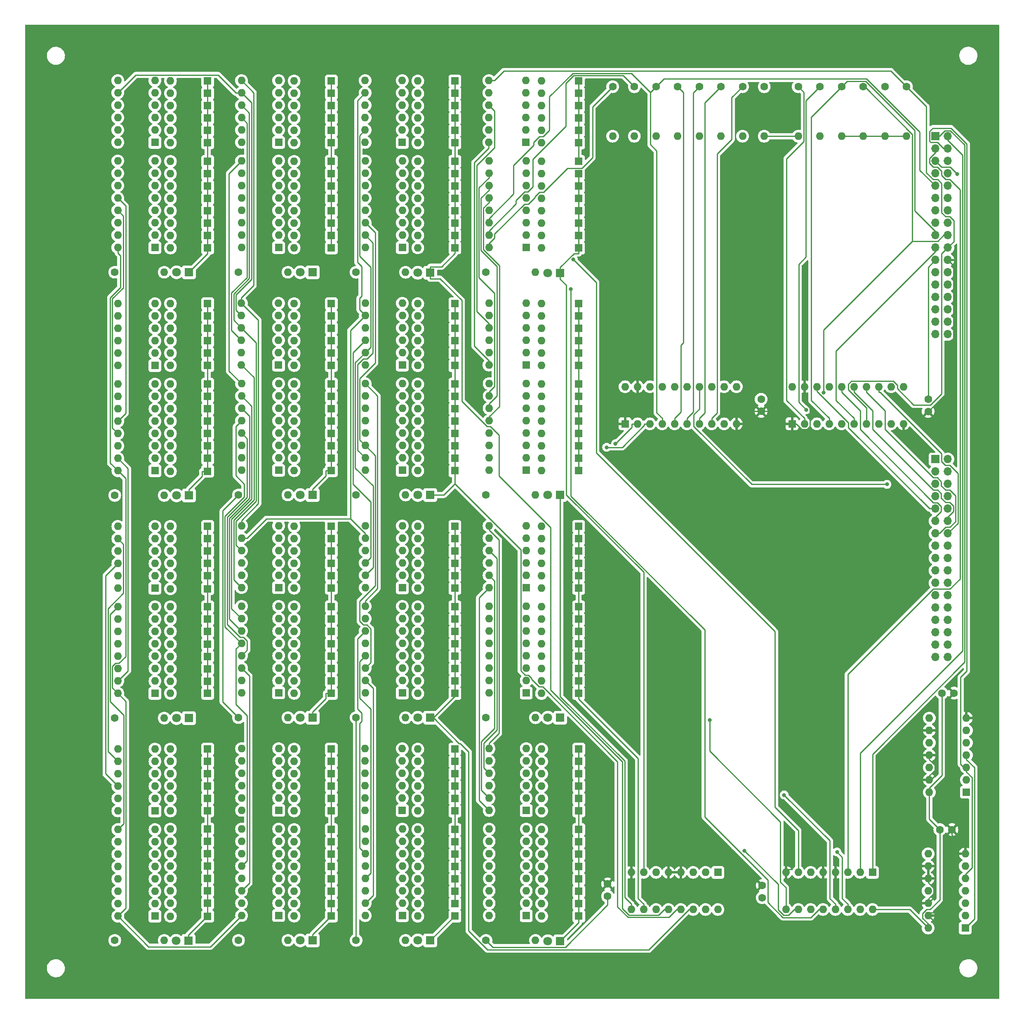
<source format=gbr>
%TF.GenerationSoftware,KiCad,Pcbnew,7.0.7*%
%TF.CreationDate,2023-10-18T21:40:57+09:00*%
%TF.ProjectId,ROM,524f4d2e-6b69-4636-9164-5f7063625858,rev?*%
%TF.SameCoordinates,Original*%
%TF.FileFunction,Copper,L2,Bot*%
%TF.FilePolarity,Positive*%
%FSLAX46Y46*%
G04 Gerber Fmt 4.6, Leading zero omitted, Abs format (unit mm)*
G04 Created by KiCad (PCBNEW 7.0.7) date 2023-10-18 21:40:57*
%MOMM*%
%LPD*%
G01*
G04 APERTURE LIST*
%TA.AperFunction,ComponentPad*%
%ADD10R,1.600000X1.600000*%
%TD*%
%TA.AperFunction,ComponentPad*%
%ADD11O,1.600000X1.600000*%
%TD*%
%TA.AperFunction,ComponentPad*%
%ADD12C,1.600000*%
%TD*%
%TA.AperFunction,ComponentPad*%
%ADD13R,1.800000X1.800000*%
%TD*%
%TA.AperFunction,ComponentPad*%
%ADD14C,1.800000*%
%TD*%
%TA.AperFunction,ComponentPad*%
%ADD15R,1.700000X1.700000*%
%TD*%
%TA.AperFunction,ComponentPad*%
%ADD16O,1.700000X1.700000*%
%TD*%
%TA.AperFunction,ViaPad*%
%ADD17C,0.800000*%
%TD*%
%TA.AperFunction,Conductor*%
%ADD18C,0.250000*%
%TD*%
G04 APERTURE END LIST*
D10*
%TO.P,D27,1,K*%
%TO.N,Net-(D16-K)*%
X414665000Y-130895000D03*
D11*
%TO.P,D27,2,A*%
%TO.N,Net-(D27-A)*%
X407045000Y-130895000D03*
%TD*%
D10*
%TO.P,D120,1,K*%
%TO.N,Net-(D106-K)*%
X440065000Y-50885000D03*
D11*
%TO.P,D120,2,A*%
%TO.N,Net-(D120-A)*%
X432445000Y-50885000D03*
%TD*%
D12*
%TO.P,R8,1*%
%TO.N,+5V*%
X421015000Y-71110000D03*
D11*
%TO.P,R8,2*%
%TO.N,Net-(D106-A)*%
X431175000Y-71110000D03*
%TD*%
D13*
%TO.P,D47,1,K*%
%TO.N,Net-(D47-K)*%
X410855000Y-71110000D03*
D14*
%TO.P,D47,2,A*%
%TO.N,Net-(D47-A)*%
X408315000Y-71110000D03*
%TD*%
D12*
%TO.P,R34,1*%
%TO.N,+5V*%
X445155000Y-162560000D03*
D11*
%TO.P,R34,2*%
%TO.N,Net-(D286-A)*%
X455315000Y-162560000D03*
%TD*%
D10*
%TO.P,SW13,1*%
%TO.N,Net-(D94-A)*%
X429270000Y-181600000D03*
D11*
%TO.P,SW13,2*%
%TO.N,Net-(D96-A)*%
X429270000Y-179060000D03*
%TO.P,SW13,3*%
%TO.N,Net-(D98-A)*%
X429270000Y-176520000D03*
%TO.P,SW13,4*%
%TO.N,Net-(D100-A)*%
X429270000Y-173980000D03*
%TO.P,SW13,5*%
%TO.N,Net-(D102-A)*%
X429270000Y-171440000D03*
%TO.P,SW13,6*%
%TO.N,Net-(D104-A)*%
X429270000Y-168900000D03*
%TO.P,SW13,7*%
%TO.N,2Im0*%
X421650000Y-168900000D03*
%TO.P,SW13,8*%
%TO.N,2Im1*%
X421650000Y-171440000D03*
%TO.P,SW13,9*%
%TO.N,2Im2*%
X421650000Y-173980000D03*
%TO.P,SW13,10*%
%TO.N,2Im3*%
X421650000Y-176520000D03*
%TO.P,SW13,11*%
%TO.N,2Im4*%
X421650000Y-179060000D03*
%TO.P,SW13,12*%
%TO.N,2Im5*%
X421650000Y-181600000D03*
%TD*%
D10*
%TO.P,D394,1,K*%
%TO.N,Net-(D376-K)*%
X490845000Y-44545000D03*
D11*
%TO.P,D394,2,A*%
%TO.N,Net-(D394-A)*%
X483225000Y-44545000D03*
%TD*%
D12*
%TO.P,C3,1*%
%TO.N,+5V*%
X564995000Y-185545000D03*
%TO.P,C3,2*%
%TO.N,GND*%
X567495000Y-185545000D03*
%TD*%
D10*
%TO.P,D18,1,K*%
%TO.N,Net-(D16-K)*%
X414665000Y-155055000D03*
D11*
%TO.P,D18,2,A*%
%TO.N,Net-(D18-A)*%
X407045000Y-155055000D03*
%TD*%
D10*
%TO.P,D378,1,K*%
%TO.N,Net-(D376-K)*%
X490845000Y-66135000D03*
D11*
%TO.P,D378,2,A*%
%TO.N,Net-(D378-A)*%
X483225000Y-66135000D03*
%TD*%
D10*
%TO.P,D65,1,K*%
%TO.N,Net-(D47-K)*%
X414665000Y-44535000D03*
D11*
%TO.P,D65,2,A*%
%TO.N,Net-(D65-A)*%
X407045000Y-44535000D03*
%TD*%
D13*
%TO.P,D106,1,K*%
%TO.N,Net-(D106-K)*%
X436255000Y-71110000D03*
D14*
%TO.P,D106,2,A*%
%TO.N,Net-(D106-A)*%
X433715000Y-71110000D03*
%TD*%
D10*
%TO.P,D28,1,K*%
%TO.N,Net-(D16-K)*%
X414665000Y-128355000D03*
D11*
%TO.P,D28,2,A*%
%TO.N,Net-(D28-A)*%
X407045000Y-128355000D03*
%TD*%
D10*
%TO.P,D349,1,K*%
%TO.N,Net-(D347-K)*%
X490885000Y-111855000D03*
D11*
%TO.P,D349,2,A*%
%TO.N,Net-(D349-A)*%
X483265000Y-111855000D03*
%TD*%
D10*
%TO.P,D358,1,K*%
%TO.N,Net-(D346-K)*%
X490885000Y-190595000D03*
D11*
%TO.P,D358,2,A*%
%TO.N,Net-(D358-A)*%
X483265000Y-190595000D03*
%TD*%
D10*
%TO.P,D375,1,K*%
%TO.N,Net-(D347-K)*%
X490885000Y-77565000D03*
D11*
%TO.P,D375,2,A*%
%TO.N,Net-(D375-A)*%
X483265000Y-77565000D03*
%TD*%
D10*
%TO.P,SW46,1*%
%TO.N,Net-(D335-A)*%
X454650000Y-44450000D03*
D11*
%TO.P,SW46,2*%
%TO.N,Net-(D337-A)*%
X454650000Y-41910000D03*
%TO.P,SW46,3*%
%TO.N,Net-(D339-A)*%
X454650000Y-39370000D03*
%TO.P,SW46,4*%
%TO.N,Net-(D341-A)*%
X454650000Y-36830000D03*
%TO.P,SW46,5*%
%TO.N,Net-(D343-A)*%
X454650000Y-34290000D03*
%TO.P,SW46,6*%
%TO.N,Net-(D345-A)*%
X454650000Y-31750000D03*
%TO.P,SW46,7*%
%TO.N,2Im0*%
X447030000Y-31750000D03*
%TO.P,SW46,8*%
%TO.N,2Im1*%
X447030000Y-34290000D03*
%TO.P,SW46,9*%
%TO.N,2Im2*%
X447030000Y-36830000D03*
%TO.P,SW46,10*%
%TO.N,2Im3*%
X447030000Y-39370000D03*
%TO.P,SW46,11*%
%TO.N,2Im4*%
X447030000Y-41910000D03*
%TO.P,SW46,12*%
%TO.N,2Im5*%
X447030000Y-44450000D03*
%TD*%
D10*
%TO.P,SW53,1*%
%TO.N,Net-(D394-A)*%
X480050000Y-44450000D03*
D11*
%TO.P,SW53,2*%
%TO.N,Net-(D396-A)*%
X480050000Y-41910000D03*
%TO.P,SW53,3*%
%TO.N,Net-(D398-A)*%
X480050000Y-39370000D03*
%TO.P,SW53,4*%
%TO.N,Net-(D400-A)*%
X480050000Y-36830000D03*
%TO.P,SW53,5*%
%TO.N,Net-(D402-A)*%
X480050000Y-34290000D03*
%TO.P,SW53,6*%
%TO.N,Net-(D404-A)*%
X480050000Y-31750000D03*
%TO.P,SW53,7*%
%TO.N,2Im0*%
X472430000Y-31750000D03*
%TO.P,SW53,8*%
%TO.N,2Im1*%
X472430000Y-34290000D03*
%TO.P,SW53,9*%
%TO.N,2Im2*%
X472430000Y-36830000D03*
%TO.P,SW53,10*%
%TO.N,2Im3*%
X472430000Y-39370000D03*
%TO.P,SW53,11*%
%TO.N,2Im4*%
X472430000Y-41910000D03*
%TO.P,SW53,12*%
%TO.N,2Im5*%
X472430000Y-44450000D03*
%TD*%
D10*
%TO.P,D302,1,K*%
%TO.N,Net-(D301-K)*%
X465455000Y-111855000D03*
D11*
%TO.P,D302,2,A*%
%TO.N,Net-(D302-A)*%
X457835000Y-111855000D03*
%TD*%
D10*
%TO.P,D97,1,K*%
%TO.N,Net-(D101-K)*%
X440065000Y-87715000D03*
D11*
%TO.P,D97,2,A*%
%TO.N,Net-(D97-A)*%
X432445000Y-87715000D03*
%TD*%
D10*
%TO.P,SW48,1*%
%TO.N,Net-(D349-A)*%
X480090000Y-111760000D03*
D11*
%TO.P,SW48,2*%
%TO.N,Net-(D351-A)*%
X480090000Y-109220000D03*
%TO.P,SW48,3*%
%TO.N,Net-(D353-A)*%
X480090000Y-106680000D03*
%TO.P,SW48,4*%
%TO.N,Net-(D355-A)*%
X480090000Y-104140000D03*
%TO.P,SW48,5*%
%TO.N,Net-(D357-A)*%
X480090000Y-101600000D03*
%TO.P,SW48,6*%
%TO.N,Net-(D359-A)*%
X480090000Y-99060000D03*
%TO.P,SW48,7*%
%TO.N,Net-(D361-A)*%
X480090000Y-96520000D03*
%TO.P,SW48,8*%
%TO.N,Net-(D363-A)*%
X480090000Y-93980000D03*
%TO.P,SW48,9*%
%TO.N,2ol0*%
X472470000Y-93980000D03*
%TO.P,SW48,10*%
%TO.N,2ol1*%
X472470000Y-96520000D03*
%TO.P,SW48,11*%
%TO.N,2ol2*%
X472470000Y-99060000D03*
%TO.P,SW48,12*%
%TO.N,2ol3*%
X472470000Y-101600000D03*
%TO.P,SW48,13*%
%TO.N,2oc0*%
X472470000Y-104140000D03*
%TO.P,SW48,14*%
%TO.N,2oc1*%
X472470000Y-106680000D03*
%TO.P,SW48,15*%
%TO.N,2oc2*%
X472470000Y-109220000D03*
%TO.P,SW48,16*%
%TO.N,2oc3*%
X472470000Y-111760000D03*
%TD*%
D10*
%TO.P,D132,1,K*%
%TO.N,Net-(D106-K)*%
X440065000Y-34375000D03*
D11*
%TO.P,D132,2,A*%
%TO.N,Net-(D132-A)*%
X432445000Y-34375000D03*
%TD*%
D10*
%TO.P,D45,1,K*%
%TO.N,Net-(D31-K)*%
X414665000Y-77555000D03*
D11*
%TO.P,D45,2,A*%
%TO.N,Net-(D45-A)*%
X407045000Y-77555000D03*
%TD*%
D13*
%TO.P,D107,1,K*%
%TO.N,Net-(D107-K)*%
X436255000Y-162550000D03*
D14*
%TO.P,D107,2,A*%
%TO.N,Net-(D107-A)*%
X433715000Y-162550000D03*
%TD*%
D10*
%TO.P,SW4,1*%
%TO.N,Net-(D25-A)*%
X403870000Y-135975000D03*
D11*
%TO.P,SW4,2*%
%TO.N,Net-(D26-A)*%
X403870000Y-133435000D03*
%TO.P,SW4,3*%
%TO.N,Net-(D27-A)*%
X403870000Y-130895000D03*
%TO.P,SW4,4*%
%TO.N,Net-(D28-A)*%
X403870000Y-128355000D03*
%TO.P,SW4,5*%
%TO.N,Net-(D29-A)*%
X403870000Y-125815000D03*
%TO.P,SW4,6*%
%TO.N,Net-(D30-A)*%
X403870000Y-123275000D03*
%TO.P,SW4,7*%
%TO.N,2Im0*%
X396250000Y-123275000D03*
%TO.P,SW4,8*%
%TO.N,2Im1*%
X396250000Y-125815000D03*
%TO.P,SW4,9*%
%TO.N,2Im2*%
X396250000Y-128355000D03*
%TO.P,SW4,10*%
%TO.N,2Im3*%
X396250000Y-130895000D03*
%TO.P,SW4,11*%
%TO.N,2Im4*%
X396250000Y-133435000D03*
%TO.P,SW4,12*%
%TO.N,2Im5*%
X396250000Y-135975000D03*
%TD*%
D12*
%TO.P,C2,1*%
%TO.N,+5V*%
X528320000Y-97175000D03*
%TO.P,C2,2*%
%TO.N,GND*%
X528320000Y-99675000D03*
%TD*%
D10*
%TO.P,D368,1,K*%
%TO.N,Net-(D346-K)*%
X490885000Y-176625000D03*
D11*
%TO.P,D368,2,A*%
%TO.N,Net-(D368-A)*%
X483265000Y-176625000D03*
%TD*%
D15*
%TO.P,J1,1,Pin_1*%
%TO.N,oc3*%
X564083200Y-109499400D03*
D16*
%TO.P,J1,2,Pin_2*%
%TO.N,oc2*%
X566623200Y-109499400D03*
%TO.P,J1,3,Pin_3*%
%TO.N,oc1*%
X564083200Y-112039400D03*
%TO.P,J1,4,Pin_4*%
%TO.N,oc0*%
X566623200Y-112039400D03*
%TO.P,J1,5,Pin_5*%
%TO.N,ol3*%
X564083200Y-114579400D03*
%TO.P,J1,6,Pin_6*%
%TO.N,ol2*%
X566623200Y-114579400D03*
%TO.P,J1,7,Pin_7*%
%TO.N,ol1*%
X564083200Y-117119400D03*
%TO.P,J1,8,Pin_8*%
%TO.N,ol0*%
X566623200Y-117119400D03*
%TO.P,J1,9,Pin_9*%
%TO.N,Im5*%
X564083200Y-119659400D03*
%TO.P,J1,10,Pin_10*%
%TO.N,Im4*%
X566623200Y-119659400D03*
%TO.P,J1,11,Pin_11*%
%TO.N,Im3*%
X564083200Y-122199400D03*
%TO.P,J1,12,Pin_12*%
%TO.N,Im2*%
X566623200Y-122199400D03*
%TO.P,J1,13,Pin_13*%
%TO.N,Im1*%
X564083200Y-124739400D03*
%TO.P,J1,14,Pin_14*%
%TO.N,Im0*%
X566623200Y-124739400D03*
%TO.P,J1,15,Pin_15*%
%TO.N,unconnected-(J1-Pin_15-Pad15)*%
X564083200Y-127279400D03*
%TO.P,J1,16,Pin_16*%
%TO.N,unconnected-(J1-Pin_16-Pad16)*%
X566623200Y-127279400D03*
%TO.P,J1,17,Pin_17*%
%TO.N,unconnected-(J1-Pin_17-Pad17)*%
X564083200Y-129819400D03*
%TO.P,J1,18,Pin_18*%
%TO.N,unconnected-(J1-Pin_18-Pad18)*%
X566623200Y-129819400D03*
%TO.P,J1,19,Pin_19*%
%TO.N,unconnected-(J1-Pin_19-Pad19)*%
X564083200Y-132359400D03*
%TO.P,J1,20,Pin_20*%
%TO.N,unconnected-(J1-Pin_20-Pad20)*%
X566623200Y-132359400D03*
%TO.P,J1,21,Pin_21*%
%TO.N,unconnected-(J1-Pin_21-Pad21)*%
X564083200Y-134899400D03*
%TO.P,J1,22,Pin_22*%
%TO.N,unconnected-(J1-Pin_22-Pad22)*%
X566623200Y-134899400D03*
%TO.P,J1,23,Pin_23*%
%TO.N,unconnected-(J1-Pin_23-Pad23)*%
X564083200Y-137439400D03*
%TO.P,J1,24,Pin_24*%
%TO.N,unconnected-(J1-Pin_24-Pad24)*%
X566623200Y-137439400D03*
%TO.P,J1,25,Pin_25*%
%TO.N,unconnected-(J1-Pin_25-Pad25)*%
X564083200Y-139979400D03*
%TO.P,J1,26,Pin_26*%
%TO.N,unconnected-(J1-Pin_26-Pad26)*%
X566623200Y-139979400D03*
%TO.P,J1,27,Pin_27*%
%TO.N,unconnected-(J1-Pin_27-Pad27)*%
X564083200Y-142519400D03*
%TO.P,J1,28,Pin_28*%
%TO.N,unconnected-(J1-Pin_28-Pad28)*%
X566623200Y-142519400D03*
%TO.P,J1,29,Pin_29*%
%TO.N,unconnected-(J1-Pin_29-Pad29)*%
X564083200Y-145059400D03*
%TO.P,J1,30,Pin_30*%
%TO.N,unconnected-(J1-Pin_30-Pad30)*%
X566623200Y-145059400D03*
%TO.P,J1,31,Pin_31*%
%TO.N,unconnected-(J1-Pin_31-Pad31)*%
X564083200Y-147599400D03*
%TO.P,J1,32,Pin_32*%
%TO.N,unconnected-(J1-Pin_32-Pad32)*%
X566623200Y-147599400D03*
%TO.P,J1,33,Pin_33*%
%TO.N,unconnected-(J1-Pin_33-Pad33)*%
X564083200Y-150139400D03*
%TO.P,J1,34,Pin_34*%
%TO.N,unconnected-(J1-Pin_34-Pad34)*%
X566623200Y-150139400D03*
%TD*%
D12*
%TO.P,R49,1*%
%TO.N,2ol0*%
X528955000Y-33020000D03*
D11*
%TO.P,R49,2*%
%TO.N,+5V*%
X528955000Y-43180000D03*
%TD*%
D10*
%TO.P,D87,1,K*%
%TO.N,Net-(D101-K)*%
X440065000Y-101685000D03*
D11*
%TO.P,D87,2,A*%
%TO.N,Net-(D87-A)*%
X432445000Y-101685000D03*
%TD*%
D13*
%TO.P,D377,1,K*%
%TO.N,Net-(D377-K)*%
X487075000Y-162560000D03*
D14*
%TO.P,D377,2,A*%
%TO.N,Net-(D377-A)*%
X484535000Y-162560000D03*
%TD*%
D10*
%TO.P,D298,1,K*%
%TO.N,Net-(D286-K)*%
X465455000Y-128365000D03*
D11*
%TO.P,D298,2,A*%
%TO.N,Net-(D298-A)*%
X457835000Y-128365000D03*
%TD*%
D12*
%TO.P,R39,1*%
%TO.N,+5V*%
X471835000Y-116840000D03*
D11*
%TO.P,R39,2*%
%TO.N,Net-(D347-A)*%
X481995000Y-116840000D03*
%TD*%
D10*
%TO.P,D364,1,K*%
%TO.N,Net-(D346-K)*%
X490885000Y-181705000D03*
D11*
%TO.P,D364,2,A*%
%TO.N,Net-(D364-A)*%
X483265000Y-181705000D03*
%TD*%
D10*
%TO.P,D362,1,K*%
%TO.N,Net-(D346-K)*%
X490885000Y-185515000D03*
D11*
%TO.P,D362,2,A*%
%TO.N,Net-(D362-A)*%
X483265000Y-185515000D03*
%TD*%
D10*
%TO.P,D303,1,K*%
%TO.N,Net-(D301-K)*%
X465455000Y-109315000D03*
D11*
%TO.P,D303,2,A*%
%TO.N,Net-(D303-A)*%
X457835000Y-109315000D03*
%TD*%
D10*
%TO.P,D55,1,K*%
%TO.N,Net-(D47-K)*%
X414665000Y-58505000D03*
D11*
%TO.P,D55,2,A*%
%TO.N,Net-(D55-A)*%
X407045000Y-58505000D03*
%TD*%
D10*
%TO.P,D121,1,K*%
%TO.N,Net-(D107-K)*%
X440065000Y-142325000D03*
D11*
%TO.P,D121,2,A*%
%TO.N,Net-(D121-A)*%
X432445000Y-142325000D03*
%TD*%
D10*
%TO.P,D38,1,K*%
%TO.N,Net-(D31-K)*%
X414665000Y-96605000D03*
D11*
%TO.P,D38,2,A*%
%TO.N,Net-(D38-A)*%
X407045000Y-96605000D03*
%TD*%
D10*
%TO.P,D361,1,K*%
%TO.N,Net-(D347-K)*%
X490885000Y-96615000D03*
D11*
%TO.P,D361,2,A*%
%TO.N,Net-(D361-A)*%
X483265000Y-96615000D03*
%TD*%
D12*
%TO.P,R3,1*%
%TO.N,+5V*%
X395615000Y-116925000D03*
D11*
%TO.P,R3,2*%
%TO.N,Net-(D31-A)*%
X405775000Y-116925000D03*
%TD*%
D10*
%TO.P,D371,1,K*%
%TO.N,Net-(D347-K)*%
X490885000Y-82645000D03*
D11*
%TO.P,D371,2,A*%
%TO.N,Net-(D371-A)*%
X483265000Y-82645000D03*
%TD*%
D10*
%TO.P,D131,1,K*%
%TO.N,Net-(D107-K)*%
X440065000Y-128355000D03*
D11*
%TO.P,D131,2,A*%
%TO.N,Net-(D131-A)*%
X432445000Y-128355000D03*
%TD*%
D10*
%TO.P,SW17,1*%
%TO.N,Net-(D124-A)*%
X429260000Y-44450000D03*
D11*
%TO.P,SW17,2*%
%TO.N,Net-(D126-A)*%
X429260000Y-41910000D03*
%TO.P,SW17,3*%
%TO.N,Net-(D128-A)*%
X429260000Y-39370000D03*
%TO.P,SW17,4*%
%TO.N,Net-(D130-A)*%
X429260000Y-36830000D03*
%TO.P,SW17,5*%
%TO.N,Net-(D132-A)*%
X429260000Y-34290000D03*
%TO.P,SW17,6*%
%TO.N,Net-(D134-A)*%
X429260000Y-31750000D03*
%TO.P,SW17,7*%
%TO.N,2Im0*%
X421640000Y-31750000D03*
%TO.P,SW17,8*%
%TO.N,2Im1*%
X421640000Y-34290000D03*
%TO.P,SW17,9*%
%TO.N,2Im2*%
X421640000Y-36830000D03*
%TO.P,SW17,10*%
%TO.N,2Im3*%
X421640000Y-39370000D03*
%TO.P,SW17,11*%
%TO.N,2Im4*%
X421640000Y-41910000D03*
%TO.P,SW17,12*%
%TO.N,2Im5*%
X421640000Y-44450000D03*
%TD*%
D10*
%TO.P,D351,1,K*%
%TO.N,Net-(D347-K)*%
X490885000Y-109315000D03*
D11*
%TO.P,D351,2,A*%
%TO.N,Net-(D351-A)*%
X483265000Y-109315000D03*
%TD*%
D10*
%TO.P,D117,1,K*%
%TO.N,Net-(D107-K)*%
X440065000Y-147405000D03*
D11*
%TO.P,D117,2,A*%
%TO.N,Net-(D117-A)*%
X432445000Y-147405000D03*
%TD*%
D10*
%TO.P,D75,1,K*%
%TO.N,Net-(D47-K)*%
X414665000Y-31835000D03*
D11*
%TO.P,D75,2,A*%
%TO.N,Net-(D75-A)*%
X407045000Y-31835000D03*
%TD*%
D10*
%TO.P,D98,1,K*%
%TO.N,Net-(D100-K)*%
X440065000Y-176615000D03*
D11*
%TO.P,D98,2,A*%
%TO.N,Net-(D98-A)*%
X432445000Y-176615000D03*
%TD*%
D10*
%TO.P,D345,1,K*%
%TO.N,Net-(D317-K)*%
X465455000Y-31845000D03*
D11*
%TO.P,D345,2,A*%
%TO.N,Net-(D345-A)*%
X457835000Y-31845000D03*
%TD*%
D10*
%TO.P,D108,1,K*%
%TO.N,Net-(D106-K)*%
X440065000Y-66125000D03*
D11*
%TO.P,D108,2,A*%
%TO.N,Net-(D108-A)*%
X432445000Y-66125000D03*
%TD*%
D13*
%TO.P,D1,1,K*%
%TO.N,Net-(D1-K)*%
X410760000Y-208365000D03*
D14*
%TO.P,D1,2,A*%
%TO.N,Net-(D1-A)*%
X408220000Y-208365000D03*
%TD*%
D10*
%TO.P,D388,1,K*%
%TO.N,Net-(D376-K)*%
X490845000Y-53435000D03*
D11*
%TO.P,D388,2,A*%
%TO.N,Net-(D388-A)*%
X483225000Y-53435000D03*
%TD*%
D12*
%TO.P,R45,1*%
%TO.N,2oc0*%
X511175000Y-33020000D03*
D11*
%TO.P,R45,2*%
%TO.N,+5V*%
X511175000Y-43180000D03*
%TD*%
D10*
%TO.P,D321,1,K*%
%TO.N,Net-(D317-K)*%
X465455000Y-63565000D03*
D11*
%TO.P,D321,2,A*%
%TO.N,Net-(D321-A)*%
X457835000Y-63565000D03*
%TD*%
D10*
%TO.P,D339,1,K*%
%TO.N,Net-(D317-K)*%
X465455000Y-39465000D03*
D11*
%TO.P,D339,2,A*%
%TO.N,Net-(D339-A)*%
X457835000Y-39465000D03*
%TD*%
D10*
%TO.P,D122,1,K*%
%TO.N,Net-(D106-K)*%
X440065000Y-48345000D03*
D11*
%TO.P,D122,2,A*%
%TO.N,Net-(D122-A)*%
X432445000Y-48345000D03*
%TD*%
D10*
%TO.P,D11,1,K*%
%TO.N,Net-(D1-K)*%
X414665000Y-179155000D03*
D11*
%TO.P,D11,2,A*%
%TO.N,Net-(D11-A)*%
X407045000Y-179155000D03*
%TD*%
D10*
%TO.P,D71,1,K*%
%TO.N,Net-(D47-K)*%
X414665000Y-36915000D03*
D11*
%TO.P,D71,2,A*%
%TO.N,Net-(D71-A)*%
X407045000Y-36915000D03*
%TD*%
D13*
%TO.P,D77,1,K*%
%TO.N,Net-(D101-K)*%
X436255000Y-116830000D03*
D14*
%TO.P,D77,2,A*%
%TO.N,Net-(D77-A)*%
X433715000Y-116830000D03*
%TD*%
D10*
%TO.P,SW38,1*%
%TO.N,Net-(D280-A)*%
X454650000Y-181610000D03*
D11*
%TO.P,SW38,2*%
%TO.N,Net-(D281-A)*%
X454650000Y-179070000D03*
%TO.P,SW38,3*%
%TO.N,Net-(D282-A)*%
X454650000Y-176530000D03*
%TO.P,SW38,4*%
%TO.N,Net-(D283-A)*%
X454650000Y-173990000D03*
%TO.P,SW38,5*%
%TO.N,Net-(D284-A)*%
X454650000Y-171450000D03*
%TO.P,SW38,6*%
%TO.N,Net-(D285-A)*%
X454650000Y-168910000D03*
%TO.P,SW38,7*%
%TO.N,2Im0*%
X447030000Y-168910000D03*
%TO.P,SW38,8*%
%TO.N,2Im1*%
X447030000Y-171450000D03*
%TO.P,SW38,9*%
%TO.N,2Im2*%
X447030000Y-173990000D03*
%TO.P,SW38,10*%
%TO.N,2Im3*%
X447030000Y-176530000D03*
%TO.P,SW38,11*%
%TO.N,2Im4*%
X447030000Y-179070000D03*
%TO.P,SW38,12*%
%TO.N,2Im5*%
X447030000Y-181610000D03*
%TD*%
D12*
%TO.P,R41,1*%
%TO.N,+5V*%
X471835000Y-162560000D03*
D11*
%TO.P,R41,2*%
%TO.N,Net-(D377-A)*%
X481995000Y-162560000D03*
%TD*%
D10*
%TO.P,D312,1,K*%
%TO.N,Net-(D301-K)*%
X465455000Y-85185000D03*
D11*
%TO.P,D312,2,A*%
%TO.N,Net-(D312-A)*%
X457835000Y-85185000D03*
%TD*%
D10*
%TO.P,D102,1,K*%
%TO.N,Net-(D100-K)*%
X440065000Y-171535000D03*
D11*
%TO.P,D102,2,A*%
%TO.N,Net-(D102-A)*%
X432445000Y-171535000D03*
%TD*%
D10*
%TO.P,D277,1,K*%
%TO.N,Net-(D271-K)*%
X465455000Y-190595000D03*
D11*
%TO.P,D277,2,A*%
%TO.N,Net-(D277-A)*%
X457835000Y-190595000D03*
%TD*%
D10*
%TO.P,D104,1,K*%
%TO.N,Net-(D100-K)*%
X440065000Y-168995000D03*
D11*
%TO.P,D104,2,A*%
%TO.N,Net-(D104-A)*%
X432445000Y-168995000D03*
%TD*%
D10*
%TO.P,D323,1,K*%
%TO.N,Net-(D317-K)*%
X465455000Y-61055000D03*
D11*
%TO.P,D323,2,A*%
%TO.N,Net-(D323-A)*%
X457835000Y-61055000D03*
%TD*%
D12*
%TO.P,R1,1*%
%TO.N,+5V*%
X395615000Y-208270000D03*
D11*
%TO.P,R1,2*%
%TO.N,Net-(D1-A)*%
X405775000Y-208270000D03*
%TD*%
D10*
%TO.P,U6,1*%
%TO.N,pc4*%
X570465000Y-177875000D03*
D11*
%TO.P,U6,2*%
%TO.N,Net-(U5-Pad2)*%
X570465000Y-175335000D03*
%TO.P,U6,3*%
%TO.N,pc3*%
X570465000Y-172795000D03*
%TO.P,U6,4*%
%TO.N,Net-(U5-Pad1)*%
X570465000Y-170255000D03*
%TO.P,U6,5*%
%TO.N,pc4*%
X570465000Y-167715000D03*
%TO.P,U6,6*%
%TO.N,Net-(U5-Pad4)*%
X570465000Y-165175000D03*
%TO.P,U6,7,GND*%
%TO.N,GND*%
X570465000Y-162635000D03*
%TO.P,U6,8*%
%TO.N,unconnected-(U6-Pad8)*%
X562845000Y-162635000D03*
%TO.P,U6,9*%
%TO.N,GND*%
X562845000Y-165175000D03*
%TO.P,U6,10*%
%TO.N,unconnected-(U6-Pad10)*%
X562845000Y-167715000D03*
%TO.P,U6,11*%
%TO.N,GND*%
X562845000Y-170255000D03*
%TO.P,U6,12*%
%TO.N,unconnected-(U6-Pad12)*%
X562845000Y-172795000D03*
%TO.P,U6,13*%
%TO.N,GND*%
X562845000Y-175335000D03*
%TO.P,U6,14,Vcc*%
%TO.N,+5V*%
X562845000Y-177875000D03*
%TD*%
D10*
%TO.P,SW44,1*%
%TO.N,Net-(D319-A)*%
X454660000Y-66040000D03*
D11*
%TO.P,SW44,2*%
%TO.N,Net-(D321-A)*%
X454660000Y-63500000D03*
%TO.P,SW44,3*%
%TO.N,Net-(D323-A)*%
X454660000Y-60960000D03*
%TO.P,SW44,4*%
%TO.N,Net-(D325-A)*%
X454660000Y-58420000D03*
%TO.P,SW44,5*%
%TO.N,Net-(D327-A)*%
X454660000Y-55880000D03*
%TO.P,SW44,6*%
%TO.N,Net-(D329-A)*%
X454660000Y-53340000D03*
%TO.P,SW44,7*%
%TO.N,Net-(D331-A)*%
X454660000Y-50800000D03*
%TO.P,SW44,8*%
%TO.N,Net-(D333-A)*%
X454660000Y-48260000D03*
%TO.P,SW44,9*%
%TO.N,2ol0*%
X447040000Y-48260000D03*
%TO.P,SW44,10*%
%TO.N,2ol1*%
X447040000Y-50800000D03*
%TO.P,SW44,11*%
%TO.N,2ol2*%
X447040000Y-53340000D03*
%TO.P,SW44,12*%
%TO.N,2ol3*%
X447040000Y-55880000D03*
%TO.P,SW44,13*%
%TO.N,2oc0*%
X447040000Y-58420000D03*
%TO.P,SW44,14*%
%TO.N,2oc1*%
X447040000Y-60960000D03*
%TO.P,SW44,15*%
%TO.N,2oc2*%
X447040000Y-63500000D03*
%TO.P,SW44,16*%
%TO.N,2oc3*%
X447040000Y-66040000D03*
%TD*%
D10*
%TO.P,D392,1,K*%
%TO.N,Net-(D376-K)*%
X490845000Y-48355000D03*
D11*
%TO.P,D392,2,A*%
%TO.N,Net-(D392-A)*%
X483225000Y-48355000D03*
%TD*%
D12*
%TO.P,R6,1*%
%TO.N,+5V*%
X421015000Y-208270000D03*
D11*
%TO.P,R6,2*%
%TO.N,Net-(D76-A)*%
X431175000Y-208270000D03*
%TD*%
D10*
%TO.P,D380,1,K*%
%TO.N,Net-(D376-K)*%
X490845000Y-63595000D03*
D11*
%TO.P,D380,2,A*%
%TO.N,Net-(D380-A)*%
X483225000Y-63595000D03*
%TD*%
D10*
%TO.P,D20,1,K*%
%TO.N,Net-(D16-K)*%
X414665000Y-149975000D03*
D11*
%TO.P,D20,2,A*%
%TO.N,Net-(D20-A)*%
X407045000Y-149975000D03*
%TD*%
D10*
%TO.P,D389,1,K*%
%TO.N,Net-(D377-K)*%
X490845000Y-144875000D03*
D11*
%TO.P,D389,2,A*%
%TO.N,Net-(D389-A)*%
X483225000Y-144875000D03*
%TD*%
D10*
%TO.P,D127,1,K*%
%TO.N,Net-(D107-K)*%
X440065000Y-133435000D03*
D11*
%TO.P,D127,2,A*%
%TO.N,Net-(D127-A)*%
X432445000Y-133435000D03*
%TD*%
D10*
%TO.P,D354,1,K*%
%TO.N,Net-(D346-K)*%
X490885000Y-195675000D03*
D11*
%TO.P,D354,2,A*%
%TO.N,Net-(D354-A)*%
X483265000Y-195675000D03*
%TD*%
D10*
%TO.P,D311,1,K*%
%TO.N,Net-(D301-K)*%
X465455000Y-87725000D03*
D11*
%TO.P,D311,2,A*%
%TO.N,Net-(D311-A)*%
X457835000Y-87725000D03*
%TD*%
D10*
%TO.P,D59,1,K*%
%TO.N,Net-(D47-K)*%
X414665000Y-53425000D03*
D11*
%TO.P,D59,2,A*%
%TO.N,Net-(D59-A)*%
X407045000Y-53425000D03*
%TD*%
D10*
%TO.P,D369,1,K*%
%TO.N,Net-(D347-K)*%
X490885000Y-85185000D03*
D11*
%TO.P,D369,2,A*%
%TO.N,Net-(D369-A)*%
X483265000Y-85185000D03*
%TD*%
D10*
%TO.P,D12,1,K*%
%TO.N,Net-(D1-K)*%
X414665000Y-176615000D03*
D11*
%TO.P,D12,2,A*%
%TO.N,Net-(D12-A)*%
X407045000Y-176615000D03*
%TD*%
D10*
%TO.P,D111,1,K*%
%TO.N,Net-(D107-K)*%
X440065000Y-155025000D03*
D11*
%TO.P,D111,2,A*%
%TO.N,Net-(D111-A)*%
X432445000Y-155025000D03*
%TD*%
D10*
%TO.P,D135,1,K*%
%TO.N,Net-(D107-K)*%
X440065000Y-123275000D03*
D11*
%TO.P,D135,2,A*%
%TO.N,Net-(D135-A)*%
X432445000Y-123275000D03*
%TD*%
D10*
%TO.P,SW52,1*%
%TO.N,Net-(D379-A)*%
X480090000Y-157480000D03*
D11*
%TO.P,SW52,2*%
%TO.N,Net-(D381-A)*%
X480090000Y-154940000D03*
%TO.P,SW52,3*%
%TO.N,Net-(D383-A)*%
X480090000Y-152400000D03*
%TO.P,SW52,4*%
%TO.N,Net-(D385-A)*%
X480090000Y-149860000D03*
%TO.P,SW52,5*%
%TO.N,Net-(D387-A)*%
X480090000Y-147320000D03*
%TO.P,SW52,6*%
%TO.N,Net-(D389-A)*%
X480090000Y-144780000D03*
%TO.P,SW52,7*%
%TO.N,Net-(D391-A)*%
X480090000Y-142240000D03*
%TO.P,SW52,8*%
%TO.N,Net-(D393-A)*%
X480090000Y-139700000D03*
%TO.P,SW52,9*%
%TO.N,2ol0*%
X472470000Y-139700000D03*
%TO.P,SW52,10*%
%TO.N,2ol1*%
X472470000Y-142240000D03*
%TO.P,SW52,11*%
%TO.N,2ol2*%
X472470000Y-144780000D03*
%TO.P,SW52,12*%
%TO.N,2ol3*%
X472470000Y-147320000D03*
%TO.P,SW52,13*%
%TO.N,2oc0*%
X472470000Y-149860000D03*
%TO.P,SW52,14*%
%TO.N,2oc1*%
X472470000Y-152400000D03*
%TO.P,SW52,15*%
%TO.N,2oc2*%
X472470000Y-154940000D03*
%TO.P,SW52,16*%
%TO.N,2oc3*%
X472470000Y-157480000D03*
%TD*%
D10*
%TO.P,D25,1,K*%
%TO.N,Net-(D16-K)*%
X414665000Y-136090000D03*
D11*
%TO.P,D25,2,A*%
%TO.N,Net-(D25-A)*%
X407045000Y-136090000D03*
%TD*%
D10*
%TO.P,D67,1,K*%
%TO.N,Net-(D47-K)*%
X414665000Y-41995000D03*
D11*
%TO.P,D67,2,A*%
%TO.N,Net-(D67-A)*%
X407045000Y-41995000D03*
%TD*%
D12*
%TO.P,R40,1*%
%TO.N,+5V*%
X471835000Y-71120000D03*
D11*
%TO.P,R40,2*%
%TO.N,Net-(D376-A)*%
X481995000Y-71120000D03*
%TD*%
D10*
%TO.P,D348,1,K*%
%TO.N,Net-(D346-K)*%
X490885000Y-203295000D03*
D11*
%TO.P,D348,2,A*%
%TO.N,Net-(D348-A)*%
X483265000Y-203295000D03*
%TD*%
D10*
%TO.P,D384,1,K*%
%TO.N,Net-(D376-K)*%
X490845000Y-58515000D03*
D11*
%TO.P,D384,2,A*%
%TO.N,Net-(D384-A)*%
X483225000Y-58515000D03*
%TD*%
D10*
%TO.P,D353,1,K*%
%TO.N,Net-(D347-K)*%
X490885000Y-106775000D03*
D11*
%TO.P,D353,2,A*%
%TO.N,Net-(D353-A)*%
X483265000Y-106775000D03*
%TD*%
D10*
%TO.P,D297,1,K*%
%TO.N,Net-(D286-K)*%
X465455000Y-130905000D03*
D11*
%TO.P,D297,2,A*%
%TO.N,Net-(D297-A)*%
X457835000Y-130905000D03*
%TD*%
D12*
%TO.P,R37,1*%
%TO.N,+5V*%
X445155000Y-71120000D03*
D11*
%TO.P,R37,2*%
%TO.N,Net-(D317-A)*%
X455315000Y-71120000D03*
%TD*%
D10*
%TO.P,D295,1,K*%
%TO.N,Net-(D286-K)*%
X465455000Y-135985000D03*
D11*
%TO.P,D295,2,A*%
%TO.N,Net-(D295-A)*%
X457835000Y-135985000D03*
%TD*%
D10*
%TO.P,D36,1,K*%
%TO.N,Net-(D31-K)*%
X414665000Y-101685000D03*
D11*
%TO.P,D36,2,A*%
%TO.N,Net-(D36-A)*%
X407045000Y-101685000D03*
%TD*%
D10*
%TO.P,D123,1,K*%
%TO.N,Net-(D107-K)*%
X440065000Y-139785000D03*
D11*
%TO.P,D123,2,A*%
%TO.N,Net-(D123-A)*%
X432445000Y-139785000D03*
%TD*%
D12*
%TO.P,R50,1*%
%TO.N,2Im5*%
X535940000Y-33020000D03*
D11*
%TO.P,R50,2*%
%TO.N,+5V*%
X535940000Y-43180000D03*
%TD*%
D10*
%TO.P,D115,1,K*%
%TO.N,Net-(D107-K)*%
X440065000Y-149945000D03*
D11*
%TO.P,D115,2,A*%
%TO.N,Net-(D115-A)*%
X432445000Y-149945000D03*
%TD*%
D10*
%TO.P,D101,1,K*%
%TO.N,Net-(D101-K)*%
X440065000Y-82635000D03*
D11*
%TO.P,D101,2,A*%
%TO.N,Net-(D101-A)*%
X432445000Y-82635000D03*
%TD*%
D10*
%TO.P,D294,1,K*%
%TO.N,Net-(D286-K)*%
X465455000Y-139795000D03*
D11*
%TO.P,D294,2,A*%
%TO.N,Net-(D294-A)*%
X457835000Y-139795000D03*
%TD*%
D10*
%TO.P,D94,1,K*%
%TO.N,Net-(D100-K)*%
X440065000Y-181695000D03*
D11*
%TO.P,D94,2,A*%
%TO.N,Net-(D94-A)*%
X432445000Y-181695000D03*
%TD*%
D10*
%TO.P,D9,1,K*%
%TO.N,Net-(D1-K)*%
X414665000Y-185410000D03*
D11*
%TO.P,D9,2,A*%
%TO.N,Net-(D9-A)*%
X407045000Y-185410000D03*
%TD*%
D10*
%TO.P,D81,1,K*%
%TO.N,Net-(D101-K)*%
X440065000Y-109305000D03*
D11*
%TO.P,D81,2,A*%
%TO.N,Net-(D81-A)*%
X432445000Y-109305000D03*
%TD*%
D10*
%TO.P,D310,1,K*%
%TO.N,Net-(D301-K)*%
X465455000Y-90265000D03*
D11*
%TO.P,D310,2,A*%
%TO.N,Net-(D310-A)*%
X457835000Y-90265000D03*
%TD*%
D10*
%TO.P,D357,1,K*%
%TO.N,Net-(D347-K)*%
X490885000Y-101695000D03*
D11*
%TO.P,D357,2,A*%
%TO.N,Net-(D357-A)*%
X483265000Y-101695000D03*
%TD*%
D10*
%TO.P,SW8,1*%
%TO.N,Net-(D49-A)*%
X403860000Y-66040000D03*
D11*
%TO.P,SW8,2*%
%TO.N,Net-(D51-A)*%
X403860000Y-63500000D03*
%TO.P,SW8,3*%
%TO.N,Net-(D53-A)*%
X403860000Y-60960000D03*
%TO.P,SW8,4*%
%TO.N,Net-(D55-A)*%
X403860000Y-58420000D03*
%TO.P,SW8,5*%
%TO.N,Net-(D57-A)*%
X403860000Y-55880000D03*
%TO.P,SW8,6*%
%TO.N,Net-(D59-A)*%
X403860000Y-53340000D03*
%TO.P,SW8,7*%
%TO.N,Net-(D61-A)*%
X403860000Y-50800000D03*
%TO.P,SW8,8*%
%TO.N,Net-(D63-A)*%
X403860000Y-48260000D03*
%TO.P,SW8,9*%
%TO.N,2ol0*%
X396240000Y-48260000D03*
%TO.P,SW8,10*%
%TO.N,2ol1*%
X396240000Y-50800000D03*
%TO.P,SW8,11*%
%TO.N,2ol2*%
X396240000Y-53340000D03*
%TO.P,SW8,12*%
%TO.N,2ol3*%
X396240000Y-55880000D03*
%TO.P,SW8,13*%
%TO.N,2oc0*%
X396240000Y-58420000D03*
%TO.P,SW8,14*%
%TO.N,2oc1*%
X396240000Y-60960000D03*
%TO.P,SW8,15*%
%TO.N,2oc2*%
X396240000Y-63500000D03*
%TO.P,SW8,16*%
%TO.N,2oc3*%
X396240000Y-66040000D03*
%TD*%
D10*
%TO.P,D4,1,K*%
%TO.N,Net-(D1-K)*%
X414665000Y-198110000D03*
D11*
%TO.P,D4,2,A*%
%TO.N,Net-(D4-A)*%
X407045000Y-198110000D03*
%TD*%
D13*
%TO.P,D76,1,K*%
%TO.N,Net-(D100-K)*%
X436255000Y-208270000D03*
D14*
%TO.P,D76,2,A*%
%TO.N,Net-(D76-A)*%
X433715000Y-208270000D03*
%TD*%
D10*
%TO.P,D41,1,K*%
%TO.N,Net-(D31-K)*%
X414665000Y-87715000D03*
D11*
%TO.P,D41,2,A*%
%TO.N,Net-(D41-A)*%
X407045000Y-87715000D03*
%TD*%
D10*
%TO.P,D73,1,K*%
%TO.N,Net-(D47-K)*%
X414665000Y-34375000D03*
D11*
%TO.P,D73,2,A*%
%TO.N,Net-(D73-A)*%
X407045000Y-34375000D03*
%TD*%
D10*
%TO.P,D14,1,K*%
%TO.N,Net-(D1-K)*%
X414665000Y-171535000D03*
D11*
%TO.P,D14,2,A*%
%TO.N,Net-(D14-A)*%
X407045000Y-171535000D03*
%TD*%
D10*
%TO.P,D290,1,K*%
%TO.N,Net-(D286-K)*%
X465455000Y-149955000D03*
D11*
%TO.P,D290,2,A*%
%TO.N,Net-(D290-A)*%
X457835000Y-149955000D03*
%TD*%
D10*
%TO.P,SW12,1*%
%TO.N,Net-(D79-A)*%
X429260000Y-111760000D03*
D11*
%TO.P,SW12,2*%
%TO.N,Net-(D81-A)*%
X429260000Y-109220000D03*
%TO.P,SW12,3*%
%TO.N,Net-(D83-A)*%
X429260000Y-106680000D03*
%TO.P,SW12,4*%
%TO.N,Net-(D85-A)*%
X429260000Y-104140000D03*
%TO.P,SW12,5*%
%TO.N,Net-(D87-A)*%
X429260000Y-101600000D03*
%TO.P,SW12,6*%
%TO.N,Net-(D89-A)*%
X429260000Y-99060000D03*
%TO.P,SW12,7*%
%TO.N,Net-(D91-A)*%
X429260000Y-96520000D03*
%TO.P,SW12,8*%
%TO.N,Net-(D93-A)*%
X429260000Y-93980000D03*
%TO.P,SW12,9*%
%TO.N,2ol0*%
X421640000Y-93980000D03*
%TO.P,SW12,10*%
%TO.N,2ol1*%
X421640000Y-96520000D03*
%TO.P,SW12,11*%
%TO.N,2ol2*%
X421640000Y-99060000D03*
%TO.P,SW12,12*%
%TO.N,2ol3*%
X421640000Y-101600000D03*
%TO.P,SW12,13*%
%TO.N,2oc0*%
X421640000Y-104140000D03*
%TO.P,SW12,14*%
%TO.N,2oc1*%
X421640000Y-106680000D03*
%TO.P,SW12,15*%
%TO.N,2oc2*%
X421640000Y-109220000D03*
%TO.P,SW12,16*%
%TO.N,2oc3*%
X421640000Y-111760000D03*
%TD*%
D10*
%TO.P,D80,1,K*%
%TO.N,Net-(D100-K)*%
X440065000Y-200745000D03*
D11*
%TO.P,D80,2,A*%
%TO.N,Net-(D80-A)*%
X432445000Y-200745000D03*
%TD*%
D15*
%TO.P,J2,1,Pin_1*%
%TO.N,pc0*%
X564083200Y-43205400D03*
D16*
%TO.P,J2,2,Pin_2*%
%TO.N,pc1*%
X566623200Y-43205400D03*
%TO.P,J2,3,Pin_3*%
%TO.N,pc2*%
X564083200Y-45745400D03*
%TO.P,J2,4,Pin_4*%
%TO.N,pc3*%
X566623200Y-45745400D03*
%TO.P,J2,5,Pin_5*%
%TO.N,pc4*%
X564083200Y-48285400D03*
%TO.P,J2,6,Pin_6*%
%TO.N,unconnected-(J2-Pin_6-Pad6)*%
X566623200Y-48285400D03*
%TO.P,J2,7,Pin_7*%
%TO.N,2oc3*%
X564083200Y-50825400D03*
%TO.P,J2,8,Pin_8*%
%TO.N,2oc2*%
X566623200Y-50825400D03*
%TO.P,J2,9,Pin_9*%
%TO.N,2oc1*%
X564083200Y-53365400D03*
%TO.P,J2,10,Pin_10*%
%TO.N,2oc0*%
X566623200Y-53365400D03*
%TO.P,J2,11,Pin_11*%
%TO.N,2ol3*%
X564083200Y-55905400D03*
%TO.P,J2,12,Pin_12*%
%TO.N,2ol2*%
X566623200Y-55905400D03*
%TO.P,J2,13,Pin_13*%
%TO.N,2ol1*%
X564083200Y-58445400D03*
%TO.P,J2,14,Pin_14*%
%TO.N,2ol0*%
X566623200Y-58445400D03*
%TO.P,J2,15,Pin_15*%
%TO.N,2Im5*%
X564083200Y-60985400D03*
%TO.P,J2,16,Pin_16*%
%TO.N,2Im4*%
X566623200Y-60985400D03*
%TO.P,J2,17,Pin_17*%
%TO.N,2Im3*%
X564083200Y-63525400D03*
%TO.P,J2,18,Pin_18*%
%TO.N,2Im2*%
X566623200Y-63525400D03*
%TO.P,J2,19,Pin_19*%
%TO.N,2Im1*%
X564083200Y-66065400D03*
%TO.P,J2,20,Pin_20*%
%TO.N,2Im0*%
X566623200Y-66065400D03*
%TO.P,J2,21,Pin_21*%
%TO.N,+5V*%
X564083200Y-68605400D03*
%TO.P,J2,22,Pin_22*%
%TO.N,GND*%
X566623200Y-68605400D03*
%TO.P,J2,23,Pin_23*%
%TO.N,unconnected-(J2-Pin_23-Pad23)*%
X564083200Y-71145400D03*
%TO.P,J2,24,Pin_24*%
%TO.N,unconnected-(J2-Pin_24-Pad24)*%
X566623200Y-71145400D03*
%TO.P,J2,25,Pin_25*%
%TO.N,unconnected-(J2-Pin_25-Pad25)*%
X564083200Y-73685400D03*
%TO.P,J2,26,Pin_26*%
%TO.N,unconnected-(J2-Pin_26-Pad26)*%
X566623200Y-73685400D03*
%TO.P,J2,27,Pin_27*%
%TO.N,unconnected-(J2-Pin_27-Pad27)*%
X564083200Y-76225400D03*
%TO.P,J2,28,Pin_28*%
%TO.N,unconnected-(J2-Pin_28-Pad28)*%
X566623200Y-76225400D03*
%TO.P,J2,29,Pin_29*%
%TO.N,unconnected-(J2-Pin_29-Pad29)*%
X564083200Y-78765400D03*
%TO.P,J2,30,Pin_30*%
%TO.N,unconnected-(J2-Pin_30-Pad30)*%
X566623200Y-78765400D03*
%TO.P,J2,31,Pin_31*%
%TO.N,unconnected-(J2-Pin_31-Pad31)*%
X564083200Y-81305400D03*
%TO.P,J2,32,Pin_32*%
%TO.N,unconnected-(J2-Pin_32-Pad32)*%
X566623200Y-81305400D03*
%TO.P,J2,33,Pin_33*%
%TO.N,unconnected-(J2-Pin_33-Pad33)*%
X564083200Y-83845400D03*
%TO.P,J2,34,Pin_34*%
%TO.N,unconnected-(J2-Pin_34-Pad34)*%
X566623200Y-83845400D03*
%TD*%
D10*
%TO.P,D5,1,K*%
%TO.N,Net-(D1-K)*%
X414665000Y-195570000D03*
D11*
%TO.P,D5,2,A*%
%TO.N,Net-(D5-A)*%
X407045000Y-195570000D03*
%TD*%
D10*
%TO.P,SW3,1*%
%TO.N,Net-(D17-A)*%
X403870000Y-157565000D03*
D11*
%TO.P,SW3,2*%
%TO.N,Net-(D18-A)*%
X403870000Y-155025000D03*
%TO.P,SW3,3*%
%TO.N,Net-(D19-A)*%
X403870000Y-152485000D03*
%TO.P,SW3,4*%
%TO.N,Net-(D20-A)*%
X403870000Y-149945000D03*
%TO.P,SW3,5*%
%TO.N,Net-(D21-A)*%
X403870000Y-147405000D03*
%TO.P,SW3,6*%
%TO.N,Net-(D22-A)*%
X403870000Y-144865000D03*
%TO.P,SW3,7*%
%TO.N,Net-(D23-A)*%
X403870000Y-142325000D03*
%TO.P,SW3,8*%
%TO.N,Net-(D24-A)*%
X403870000Y-139785000D03*
%TO.P,SW3,9*%
%TO.N,2ol0*%
X396250000Y-139785000D03*
%TO.P,SW3,10*%
%TO.N,2ol1*%
X396250000Y-142325000D03*
%TO.P,SW3,11*%
%TO.N,2ol2*%
X396250000Y-144865000D03*
%TO.P,SW3,12*%
%TO.N,2ol3*%
X396250000Y-147405000D03*
%TO.P,SW3,13*%
%TO.N,2oc0*%
X396250000Y-149945000D03*
%TO.P,SW3,14*%
%TO.N,2oc1*%
X396250000Y-152485000D03*
%TO.P,SW3,15*%
%TO.N,2oc2*%
X396250000Y-155025000D03*
%TO.P,SW3,16*%
%TO.N,2oc3*%
X396250000Y-157565000D03*
%TD*%
D10*
%TO.P,D30,1,K*%
%TO.N,Net-(D16-K)*%
X414665000Y-123275000D03*
D11*
%TO.P,D30,2,A*%
%TO.N,Net-(D30-A)*%
X407045000Y-123275000D03*
%TD*%
D10*
%TO.P,D352,1,K*%
%TO.N,Net-(D346-K)*%
X490885000Y-198215000D03*
D11*
%TO.P,D352,2,A*%
%TO.N,Net-(D352-A)*%
X483265000Y-198215000D03*
%TD*%
D10*
%TO.P,D103,1,K*%
%TO.N,Net-(D101-K)*%
X440065000Y-80095000D03*
D11*
%TO.P,D103,2,A*%
%TO.N,Net-(D103-A)*%
X432445000Y-80095000D03*
%TD*%
D10*
%TO.P,D40,1,K*%
%TO.N,Net-(D31-K)*%
X414665000Y-90255000D03*
D11*
%TO.P,D40,2,A*%
%TO.N,Net-(D40-A)*%
X407045000Y-90255000D03*
%TD*%
D10*
%TO.P,D84,1,K*%
%TO.N,Net-(D100-K)*%
X440065000Y-195665000D03*
D11*
%TO.P,D84,2,A*%
%TO.N,Net-(D84-A)*%
X432445000Y-195665000D03*
%TD*%
D10*
%TO.P,D386,1,K*%
%TO.N,Net-(D376-K)*%
X490845000Y-55975000D03*
D11*
%TO.P,D386,2,A*%
%TO.N,Net-(D386-A)*%
X483225000Y-55975000D03*
%TD*%
D10*
%TO.P,SW42,1*%
%TO.N,Net-(D310-A)*%
X454660000Y-90170000D03*
D11*
%TO.P,SW42,2*%
%TO.N,Net-(D311-A)*%
X454660000Y-87630000D03*
%TO.P,SW42,3*%
%TO.N,Net-(D312-A)*%
X454660000Y-85090000D03*
%TO.P,SW42,4*%
%TO.N,Net-(D313-A)*%
X454660000Y-82550000D03*
%TO.P,SW42,5*%
%TO.N,Net-(D314-A)*%
X454660000Y-80010000D03*
%TO.P,SW42,6*%
%TO.N,Net-(D315-A)*%
X454660000Y-77470000D03*
%TO.P,SW42,7*%
%TO.N,2Im0*%
X447040000Y-77470000D03*
%TO.P,SW42,8*%
%TO.N,2Im1*%
X447040000Y-80010000D03*
%TO.P,SW42,9*%
%TO.N,2Im2*%
X447040000Y-82550000D03*
%TO.P,SW42,10*%
%TO.N,2Im3*%
X447040000Y-85090000D03*
%TO.P,SW42,11*%
%TO.N,2Im4*%
X447040000Y-87630000D03*
%TO.P,SW42,12*%
%TO.N,2Im5*%
X447040000Y-90170000D03*
%TD*%
D10*
%TO.P,D289,1,K*%
%TO.N,Net-(D286-K)*%
X465455000Y-152495000D03*
D11*
%TO.P,D289,2,A*%
%TO.N,Net-(D289-A)*%
X457835000Y-152495000D03*
%TD*%
D10*
%TO.P,D396,1,K*%
%TO.N,Net-(D376-K)*%
X490845000Y-42005000D03*
D11*
%TO.P,D396,2,A*%
%TO.N,Net-(D396-A)*%
X483225000Y-42005000D03*
%TD*%
D10*
%TO.P,D39,1,K*%
%TO.N,Net-(D31-K)*%
X414665000Y-94065000D03*
D11*
%TO.P,D39,2,A*%
%TO.N,Net-(D39-A)*%
X407045000Y-94065000D03*
%TD*%
D12*
%TO.P,R2,1*%
%TO.N,+5V*%
X395615000Y-162645000D03*
D11*
%TO.P,R2,2*%
%TO.N,Net-(D16-A)*%
X405775000Y-162645000D03*
%TD*%
D10*
%TO.P,D360,1,K*%
%TO.N,Net-(D346-K)*%
X490885000Y-188055000D03*
D11*
%TO.P,D360,2,A*%
%TO.N,Net-(D360-A)*%
X483265000Y-188055000D03*
%TD*%
D10*
%TO.P,D17,1,K*%
%TO.N,Net-(D16-K)*%
X414665000Y-157565000D03*
D11*
%TO.P,D17,2,A*%
%TO.N,Net-(D17-A)*%
X407045000Y-157565000D03*
%TD*%
D10*
%TO.P,D325,1,K*%
%TO.N,Net-(D317-K)*%
X465455000Y-58515000D03*
D11*
%TO.P,D325,2,A*%
%TO.N,Net-(D325-A)*%
X457835000Y-58515000D03*
%TD*%
D10*
%TO.P,D22,1,K*%
%TO.N,Net-(D16-K)*%
X414665000Y-144865000D03*
D11*
%TO.P,D22,2,A*%
%TO.N,Net-(D22-A)*%
X407045000Y-144865000D03*
%TD*%
D10*
%TO.P,D404,1,K*%
%TO.N,Net-(D376-K)*%
X490845000Y-31845000D03*
D11*
%TO.P,D404,2,A*%
%TO.N,Net-(D404-A)*%
X483225000Y-31845000D03*
%TD*%
D10*
%TO.P,D274,1,K*%
%TO.N,Net-(D271-K)*%
X465455000Y-198215000D03*
D11*
%TO.P,D274,2,A*%
%TO.N,Net-(D274-A)*%
X457835000Y-198215000D03*
%TD*%
D10*
%TO.P,D114,1,K*%
%TO.N,Net-(D106-K)*%
X440065000Y-58505000D03*
D11*
%TO.P,D114,2,A*%
%TO.N,Net-(D114-A)*%
X432445000Y-58505000D03*
%TD*%
D10*
%TO.P,U1,1,A0*%
%TO.N,pc0*%
X551180000Y-194310000D03*
D11*
%TO.P,U1,2,A1*%
%TO.N,pc1*%
X548640000Y-194310000D03*
%TO.P,U1,3,A2*%
%TO.N,pc2*%
X546100000Y-194310000D03*
%TO.P,U1,4,~{E0}*%
%TO.N,GND*%
X543560000Y-194310000D03*
%TO.P,U1,5,~{E1}*%
X541020000Y-194310000D03*
%TO.P,U1,6,E2*%
%TO.N,Net-(U1-E2)*%
X538480000Y-194310000D03*
%TO.P,U1,7,~{Y7}*%
%TO.N,Net-(D106-K)*%
X535940000Y-194310000D03*
%TO.P,U1,8,GND*%
%TO.N,GND*%
X533400000Y-194310000D03*
%TO.P,U1,9,~{Y6}*%
%TO.N,Net-(D101-K)*%
X533400000Y-201930000D03*
%TO.P,U1,10,~{Y5}*%
%TO.N,Net-(D107-K)*%
X535940000Y-201930000D03*
%TO.P,U1,11,~{Y4}*%
%TO.N,Net-(D100-K)*%
X538480000Y-201930000D03*
%TO.P,U1,12,~{Y3}*%
%TO.N,Net-(D47-K)*%
X541020000Y-201930000D03*
%TO.P,U1,13,~{Y2}*%
%TO.N,Net-(D31-K)*%
X543560000Y-201930000D03*
%TO.P,U1,14,~{Y1}*%
%TO.N,Net-(D16-K)*%
X546100000Y-201930000D03*
%TO.P,U1,15,~{Y0}*%
%TO.N,Net-(D1-K)*%
X548640000Y-201930000D03*
%TO.P,U1,16,VCC*%
%TO.N,+5V*%
X551180000Y-201930000D03*
%TD*%
D10*
%TO.P,D116,1,K*%
%TO.N,Net-(D106-K)*%
X440065000Y-55965000D03*
D11*
%TO.P,D116,2,A*%
%TO.N,Net-(D116-A)*%
X432445000Y-55965000D03*
%TD*%
D10*
%TO.P,D327,1,K*%
%TO.N,Net-(D317-K)*%
X465455000Y-55975000D03*
D11*
%TO.P,D327,2,A*%
%TO.N,Net-(D327-A)*%
X457835000Y-55975000D03*
%TD*%
D10*
%TO.P,D2,1,K*%
%TO.N,Net-(D1-K)*%
X414665000Y-203335000D03*
D11*
%TO.P,D2,2,A*%
%TO.N,Net-(D2-A)*%
X407045000Y-203335000D03*
%TD*%
D10*
%TO.P,D387,1,K*%
%TO.N,Net-(D377-K)*%
X490845000Y-147415000D03*
D11*
%TO.P,D387,2,A*%
%TO.N,Net-(D387-A)*%
X483225000Y-147415000D03*
%TD*%
D10*
%TO.P,D363,1,K*%
%TO.N,Net-(D347-K)*%
X490885000Y-94075000D03*
D11*
%TO.P,D363,2,A*%
%TO.N,Net-(D363-A)*%
X483265000Y-94075000D03*
%TD*%
D10*
%TO.P,D365,1,K*%
%TO.N,Net-(D347-K)*%
X490885000Y-90265000D03*
D11*
%TO.P,D365,2,A*%
%TO.N,Net-(D365-A)*%
X483265000Y-90265000D03*
%TD*%
D10*
%TO.P,D405,1,K*%
%TO.N,Net-(D377-K)*%
X490845000Y-123285000D03*
D11*
%TO.P,D405,2,A*%
%TO.N,Net-(D405-A)*%
X483225000Y-123285000D03*
%TD*%
D10*
%TO.P,SW37,1*%
%TO.N,Net-(D272-A)*%
X454660000Y-203200000D03*
D11*
%TO.P,SW37,2*%
%TO.N,Net-(D273-A)*%
X454660000Y-200660000D03*
%TO.P,SW37,3*%
%TO.N,Net-(D274-A)*%
X454660000Y-198120000D03*
%TO.P,SW37,4*%
%TO.N,Net-(D275-A)*%
X454660000Y-195580000D03*
%TO.P,SW37,5*%
%TO.N,Net-(D276-A)*%
X454660000Y-193040000D03*
%TO.P,SW37,6*%
%TO.N,Net-(D277-A)*%
X454660000Y-190500000D03*
%TO.P,SW37,7*%
%TO.N,Net-(D278-A)*%
X454660000Y-187960000D03*
%TO.P,SW37,8*%
%TO.N,Net-(D279-A)*%
X454660000Y-185420000D03*
%TO.P,SW37,9*%
%TO.N,2ol0*%
X447040000Y-185420000D03*
%TO.P,SW37,10*%
%TO.N,2ol1*%
X447040000Y-187960000D03*
%TO.P,SW37,11*%
%TO.N,2ol2*%
X447040000Y-190500000D03*
%TO.P,SW37,12*%
%TO.N,2ol3*%
X447040000Y-193040000D03*
%TO.P,SW37,13*%
%TO.N,2oc0*%
X447040000Y-195580000D03*
%TO.P,SW37,14*%
%TO.N,2oc1*%
X447040000Y-198120000D03*
%TO.P,SW37,15*%
%TO.N,2oc2*%
X447040000Y-200660000D03*
%TO.P,SW37,16*%
%TO.N,2oc3*%
X447040000Y-203200000D03*
%TD*%
D12*
%TO.P,R7,1*%
%TO.N,+5V*%
X421015000Y-116830000D03*
D11*
%TO.P,R7,2*%
%TO.N,Net-(D77-A)*%
X431175000Y-116830000D03*
%TD*%
D13*
%TO.P,D376,1,K*%
%TO.N,Net-(D376-K)*%
X487075000Y-71295000D03*
D14*
%TO.P,D376,2,A*%
%TO.N,Net-(D376-A)*%
X484535000Y-71295000D03*
%TD*%
D10*
%TO.P,D273,1,K*%
%TO.N,Net-(D271-K)*%
X465455000Y-200755000D03*
D11*
%TO.P,D273,2,A*%
%TO.N,Net-(D273-A)*%
X457835000Y-200755000D03*
%TD*%
D10*
%TO.P,SW15,1*%
%TO.N,Net-(D108-A)*%
X429260000Y-66040000D03*
D11*
%TO.P,SW15,2*%
%TO.N,Net-(D110-A)*%
X429260000Y-63500000D03*
%TO.P,SW15,3*%
%TO.N,Net-(D112-A)*%
X429260000Y-60960000D03*
%TO.P,SW15,4*%
%TO.N,Net-(D114-A)*%
X429260000Y-58420000D03*
%TO.P,SW15,5*%
%TO.N,Net-(D116-A)*%
X429260000Y-55880000D03*
%TO.P,SW15,6*%
%TO.N,Net-(D118-A)*%
X429260000Y-53340000D03*
%TO.P,SW15,7*%
%TO.N,Net-(D120-A)*%
X429260000Y-50800000D03*
%TO.P,SW15,8*%
%TO.N,Net-(D122-A)*%
X429260000Y-48260000D03*
%TO.P,SW15,9*%
%TO.N,2ol0*%
X421640000Y-48260000D03*
%TO.P,SW15,10*%
%TO.N,2ol1*%
X421640000Y-50800000D03*
%TO.P,SW15,11*%
%TO.N,2ol2*%
X421640000Y-53340000D03*
%TO.P,SW15,12*%
%TO.N,2ol3*%
X421640000Y-55880000D03*
%TO.P,SW15,13*%
%TO.N,2oc0*%
X421640000Y-58420000D03*
%TO.P,SW15,14*%
%TO.N,2oc1*%
X421640000Y-60960000D03*
%TO.P,SW15,15*%
%TO.N,2oc2*%
X421640000Y-63500000D03*
%TO.P,SW15,16*%
%TO.N,2oc3*%
X421640000Y-66040000D03*
%TD*%
D10*
%TO.P,D91,1,K*%
%TO.N,Net-(D101-K)*%
X440065000Y-96605000D03*
D11*
%TO.P,D91,2,A*%
%TO.N,Net-(D91-A)*%
X432445000Y-96605000D03*
%TD*%
D10*
%TO.P,SW51,1*%
%TO.N,Net-(D378-A)*%
X480060000Y-66040000D03*
D11*
%TO.P,SW51,2*%
%TO.N,Net-(D380-A)*%
X480060000Y-63500000D03*
%TO.P,SW51,3*%
%TO.N,Net-(D382-A)*%
X480060000Y-60960000D03*
%TO.P,SW51,4*%
%TO.N,Net-(D384-A)*%
X480060000Y-58420000D03*
%TO.P,SW51,5*%
%TO.N,Net-(D386-A)*%
X480060000Y-55880000D03*
%TO.P,SW51,6*%
%TO.N,Net-(D388-A)*%
X480060000Y-53340000D03*
%TO.P,SW51,7*%
%TO.N,Net-(D390-A)*%
X480060000Y-50800000D03*
%TO.P,SW51,8*%
%TO.N,Net-(D392-A)*%
X480060000Y-48260000D03*
%TO.P,SW51,9*%
%TO.N,2ol0*%
X472440000Y-48260000D03*
%TO.P,SW51,10*%
%TO.N,2ol1*%
X472440000Y-50800000D03*
%TO.P,SW51,11*%
%TO.N,2ol2*%
X472440000Y-53340000D03*
%TO.P,SW51,12*%
%TO.N,2ol3*%
X472440000Y-55880000D03*
%TO.P,SW51,13*%
%TO.N,2oc0*%
X472440000Y-58420000D03*
%TO.P,SW51,14*%
%TO.N,2oc1*%
X472440000Y-60960000D03*
%TO.P,SW51,15*%
%TO.N,2oc2*%
X472440000Y-63500000D03*
%TO.P,SW51,16*%
%TO.N,2oc3*%
X472440000Y-66040000D03*
%TD*%
D10*
%TO.P,D333,1,K*%
%TO.N,Net-(D317-K)*%
X465455000Y-48355000D03*
D11*
%TO.P,D333,2,A*%
%TO.N,Net-(D333-A)*%
X457835000Y-48355000D03*
%TD*%
D10*
%TO.P,D125,1,K*%
%TO.N,Net-(D107-K)*%
X440065000Y-135975000D03*
D11*
%TO.P,D125,2,A*%
%TO.N,Net-(D125-A)*%
X432445000Y-135975000D03*
%TD*%
D10*
%TO.P,D284,1,K*%
%TO.N,Net-(D271-K)*%
X465455000Y-171545000D03*
D11*
%TO.P,D284,2,A*%
%TO.N,Net-(D284-A)*%
X457835000Y-171545000D03*
%TD*%
D12*
%TO.P,R5,1*%
%TO.N,+5V*%
X395615000Y-71110000D03*
D11*
%TO.P,R5,2*%
%TO.N,Net-(D47-A)*%
X405775000Y-71110000D03*
%TD*%
D10*
%TO.P,D61,1,K*%
%TO.N,Net-(D47-K)*%
X414665000Y-50885000D03*
D11*
%TO.P,D61,2,A*%
%TO.N,Net-(D61-A)*%
X407045000Y-50885000D03*
%TD*%
D10*
%TO.P,SW6,1*%
%TO.N,Net-(D40-A)*%
X403870000Y-90265000D03*
D11*
%TO.P,SW6,2*%
%TO.N,Net-(D41-A)*%
X403870000Y-87725000D03*
%TO.P,SW6,3*%
%TO.N,Net-(D42-A)*%
X403870000Y-85185000D03*
%TO.P,SW6,4*%
%TO.N,Net-(D43-A)*%
X403870000Y-82645000D03*
%TO.P,SW6,5*%
%TO.N,Net-(D44-A)*%
X403870000Y-80105000D03*
%TO.P,SW6,6*%
%TO.N,Net-(D45-A)*%
X403870000Y-77565000D03*
%TO.P,SW6,7*%
%TO.N,2Im0*%
X396250000Y-77565000D03*
%TO.P,SW6,8*%
%TO.N,2Im1*%
X396250000Y-80105000D03*
%TO.P,SW6,9*%
%TO.N,2Im2*%
X396250000Y-82645000D03*
%TO.P,SW6,10*%
%TO.N,2Im3*%
X396250000Y-85185000D03*
%TO.P,SW6,11*%
%TO.N,2Im4*%
X396250000Y-87725000D03*
%TO.P,SW6,12*%
%TO.N,2Im5*%
X396250000Y-90265000D03*
%TD*%
D10*
%TO.P,D315,1,K*%
%TO.N,Net-(D301-K)*%
X465455000Y-77565000D03*
D11*
%TO.P,D315,2,A*%
%TO.N,Net-(D315-A)*%
X457835000Y-77565000D03*
%TD*%
D12*
%TO.P,R33,1*%
%TO.N,+5V*%
X445155000Y-208280000D03*
D11*
%TO.P,R33,2*%
%TO.N,Net-(D271-A)*%
X455315000Y-208280000D03*
%TD*%
D10*
%TO.P,D95,1,K*%
%TO.N,Net-(D101-K)*%
X440065000Y-90255000D03*
D11*
%TO.P,D95,2,A*%
%TO.N,Net-(D95-A)*%
X432445000Y-90255000D03*
%TD*%
D10*
%TO.P,SW14,1*%
%TO.N,Net-(D95-A)*%
X429250000Y-90170000D03*
D11*
%TO.P,SW14,2*%
%TO.N,Net-(D97-A)*%
X429250000Y-87630000D03*
%TO.P,SW14,3*%
%TO.N,Net-(D99-A)*%
X429250000Y-85090000D03*
%TO.P,SW14,4*%
%TO.N,Net-(D101-A)*%
X429250000Y-82550000D03*
%TO.P,SW14,5*%
%TO.N,Net-(D103-A)*%
X429250000Y-80010000D03*
%TO.P,SW14,6*%
%TO.N,Net-(D105-A)*%
X429250000Y-77470000D03*
%TO.P,SW14,7*%
%TO.N,2Im0*%
X421630000Y-77470000D03*
%TO.P,SW14,8*%
%TO.N,2Im1*%
X421630000Y-80010000D03*
%TO.P,SW14,9*%
%TO.N,2Im2*%
X421630000Y-82550000D03*
%TO.P,SW14,10*%
%TO.N,2Im3*%
X421630000Y-85090000D03*
%TO.P,SW14,11*%
%TO.N,2Im4*%
X421630000Y-87630000D03*
%TO.P,SW14,12*%
%TO.N,2Im5*%
X421630000Y-90170000D03*
%TD*%
D10*
%TO.P,D99,1,K*%
%TO.N,Net-(D101-K)*%
X440065000Y-85175000D03*
D11*
%TO.P,D99,2,A*%
%TO.N,Net-(D99-A)*%
X432445000Y-85175000D03*
%TD*%
D10*
%TO.P,D288,1,K*%
%TO.N,Net-(D286-K)*%
X465455000Y-155035000D03*
D11*
%TO.P,D288,2,A*%
%TO.N,Net-(D288-A)*%
X457835000Y-155035000D03*
%TD*%
D10*
%TO.P,D393,1,K*%
%TO.N,Net-(D377-K)*%
X490845000Y-139795000D03*
D11*
%TO.P,D393,2,A*%
%TO.N,Net-(D393-A)*%
X483225000Y-139795000D03*
%TD*%
D10*
%TO.P,D319,1,K*%
%TO.N,Net-(D317-K)*%
X465455000Y-66105000D03*
D11*
%TO.P,D319,2,A*%
%TO.N,Net-(D319-A)*%
X457835000Y-66105000D03*
%TD*%
D10*
%TO.P,U3,1,~{OE1}*%
%TO.N,GND*%
X500380000Y-102235000D03*
D11*
%TO.P,U3,2,A0*%
%TO.N,2oc3*%
X502920000Y-102235000D03*
%TO.P,U3,3,A1*%
%TO.N,2oc2*%
X505460000Y-102235000D03*
%TO.P,U3,4,A2*%
%TO.N,2oc1*%
X508000000Y-102235000D03*
%TO.P,U3,5,A3*%
%TO.N,2oc0*%
X510540000Y-102235000D03*
%TO.P,U3,6,A4*%
%TO.N,2ol3*%
X513080000Y-102235000D03*
%TO.P,U3,7,A5*%
%TO.N,2ol2*%
X515620000Y-102235000D03*
%TO.P,U3,8,A6*%
%TO.N,2ol1*%
X518160000Y-102235000D03*
%TO.P,U3,9,A7*%
%TO.N,2ol0*%
X520700000Y-102235000D03*
%TO.P,U3,10,GND*%
%TO.N,GND*%
X523240000Y-102235000D03*
%TO.P,U3,11,~{Y7}*%
%TO.N,ol0*%
X523240000Y-94615000D03*
%TO.P,U3,12,~{Y6}*%
%TO.N,ol1*%
X520700000Y-94615000D03*
%TO.P,U3,13,~{Y5}*%
%TO.N,ol2*%
X518160000Y-94615000D03*
%TO.P,U3,14,~{Y4}*%
%TO.N,ol3*%
X515620000Y-94615000D03*
%TO.P,U3,15,~{Y3}*%
%TO.N,oc0*%
X513080000Y-94615000D03*
%TO.P,U3,16,~{Y2}*%
%TO.N,oc1*%
X510540000Y-94615000D03*
%TO.P,U3,17,~{Y1}*%
%TO.N,oc2*%
X508000000Y-94615000D03*
%TO.P,U3,18,~{Y0}*%
%TO.N,oc3*%
X505460000Y-94615000D03*
%TO.P,U3,19,~{OE2}*%
%TO.N,GND*%
X502920000Y-94615000D03*
%TO.P,U3,20,VCC*%
%TO.N,+5V*%
X500380000Y-94615000D03*
%TD*%
D12*
%TO.P,C4,1*%
%TO.N,+5V*%
X496796000Y-199200000D03*
%TO.P,C4,2*%
%TO.N,GND*%
X496796000Y-196700000D03*
%TD*%
D10*
%TO.P,D7,1,K*%
%TO.N,Net-(D1-K)*%
X414665000Y-190490000D03*
D11*
%TO.P,D7,2,A*%
%TO.N,Net-(D7-A)*%
X407045000Y-190490000D03*
%TD*%
D10*
%TO.P,D329,1,K*%
%TO.N,Net-(D317-K)*%
X465455000Y-53435000D03*
D11*
%TO.P,D329,2,A*%
%TO.N,Net-(D329-A)*%
X457835000Y-53435000D03*
%TD*%
D10*
%TO.P,D92,1,K*%
%TO.N,Net-(D100-K)*%
X440065000Y-185505000D03*
D11*
%TO.P,D92,2,A*%
%TO.N,Net-(D92-A)*%
X432445000Y-185505000D03*
%TD*%
D10*
%TO.P,D372,1,K*%
%TO.N,Net-(D346-K)*%
X490885000Y-171545000D03*
D11*
%TO.P,D372,2,A*%
%TO.N,Net-(D372-A)*%
X483265000Y-171545000D03*
%TD*%
D10*
%TO.P,D331,1,K*%
%TO.N,Net-(D317-K)*%
X465455000Y-50895000D03*
D11*
%TO.P,D331,2,A*%
%TO.N,Net-(D331-A)*%
X457835000Y-50895000D03*
%TD*%
D10*
%TO.P,D399,1,K*%
%TO.N,Net-(D377-K)*%
X490845000Y-130905000D03*
D11*
%TO.P,D399,2,A*%
%TO.N,Net-(D399-A)*%
X483225000Y-130905000D03*
%TD*%
D12*
%TO.P,R42,1*%
%TO.N,2oc3*%
X497840000Y-33020000D03*
D11*
%TO.P,R42,2*%
%TO.N,+5V*%
X497840000Y-43180000D03*
%TD*%
D10*
%TO.P,D308,1,K*%
%TO.N,Net-(D301-K)*%
X465455000Y-96615000D03*
D11*
%TO.P,D308,2,A*%
%TO.N,Net-(D308-A)*%
X457835000Y-96615000D03*
%TD*%
D10*
%TO.P,D44,1,K*%
%TO.N,Net-(D31-K)*%
X414665000Y-80095000D03*
D11*
%TO.P,D44,2,A*%
%TO.N,Net-(D44-A)*%
X407045000Y-80095000D03*
%TD*%
D10*
%TO.P,D275,1,K*%
%TO.N,Net-(D271-K)*%
X465455000Y-195675000D03*
D11*
%TO.P,D275,2,A*%
%TO.N,Net-(D275-A)*%
X457835000Y-195675000D03*
%TD*%
D10*
%TO.P,D398,1,K*%
%TO.N,Net-(D376-K)*%
X490845000Y-39465000D03*
D11*
%TO.P,D398,2,A*%
%TO.N,Net-(D398-A)*%
X483225000Y-39465000D03*
%TD*%
D10*
%TO.P,D21,1,K*%
%TO.N,Net-(D16-K)*%
X414665000Y-147435000D03*
D11*
%TO.P,D21,2,A*%
%TO.N,Net-(D21-A)*%
X407045000Y-147435000D03*
%TD*%
D10*
%TO.P,D381,1,K*%
%TO.N,Net-(D377-K)*%
X490845000Y-155035000D03*
D11*
%TO.P,D381,2,A*%
%TO.N,Net-(D381-A)*%
X483225000Y-155035000D03*
%TD*%
D10*
%TO.P,D100,1,K*%
%TO.N,Net-(D100-K)*%
X440065000Y-174075000D03*
D11*
%TO.P,D100,2,A*%
%TO.N,Net-(D100-A)*%
X432445000Y-174075000D03*
%TD*%
D13*
%TO.P,D301,1,K*%
%TO.N,Net-(D301-K)*%
X460380000Y-116840000D03*
D14*
%TO.P,D301,2,A*%
%TO.N,Net-(D301-A)*%
X457840000Y-116840000D03*
%TD*%
D10*
%TO.P,SW50,1*%
%TO.N,Net-(D365-A)*%
X480060000Y-90170000D03*
D11*
%TO.P,SW50,2*%
%TO.N,Net-(D367-A)*%
X480060000Y-87630000D03*
%TO.P,SW50,3*%
%TO.N,Net-(D369-A)*%
X480060000Y-85090000D03*
%TO.P,SW50,4*%
%TO.N,Net-(D371-A)*%
X480060000Y-82550000D03*
%TO.P,SW50,5*%
%TO.N,Net-(D373-A)*%
X480060000Y-80010000D03*
%TO.P,SW50,6*%
%TO.N,Net-(D375-A)*%
X480060000Y-77470000D03*
%TO.P,SW50,7*%
%TO.N,2Im0*%
X472440000Y-77470000D03*
%TO.P,SW50,8*%
%TO.N,2Im1*%
X472440000Y-80010000D03*
%TO.P,SW50,9*%
%TO.N,2Im2*%
X472440000Y-82550000D03*
%TO.P,SW50,10*%
%TO.N,2Im3*%
X472440000Y-85090000D03*
%TO.P,SW50,11*%
%TO.N,2Im4*%
X472440000Y-87630000D03*
%TO.P,SW50,12*%
%TO.N,2Im5*%
X472440000Y-90170000D03*
%TD*%
D10*
%TO.P,D15,1,K*%
%TO.N,Net-(D1-K)*%
X414665000Y-168995000D03*
D11*
%TO.P,D15,2,A*%
%TO.N,Net-(D15-A)*%
X407045000Y-168995000D03*
%TD*%
D10*
%TO.P,D367,1,K*%
%TO.N,Net-(D347-K)*%
X490885000Y-87725000D03*
D11*
%TO.P,D367,2,A*%
%TO.N,Net-(D367-A)*%
X483265000Y-87725000D03*
%TD*%
D10*
%TO.P,D6,1,K*%
%TO.N,Net-(D1-K)*%
X414665000Y-193030000D03*
D11*
%TO.P,D6,2,A*%
%TO.N,Net-(D6-A)*%
X407045000Y-193030000D03*
%TD*%
D10*
%TO.P,D82,1,K*%
%TO.N,Net-(D100-K)*%
X440065000Y-198205000D03*
D11*
%TO.P,D82,2,A*%
%TO.N,Net-(D82-A)*%
X432445000Y-198205000D03*
%TD*%
D12*
%TO.P,R48,1*%
%TO.N,2ol1*%
X524510000Y-33020000D03*
D11*
%TO.P,R48,2*%
%TO.N,+5V*%
X524510000Y-43180000D03*
%TD*%
D12*
%TO.P,R46,1*%
%TO.N,2ol3*%
X515620000Y-33020000D03*
D11*
%TO.P,R46,2*%
%TO.N,+5V*%
X515620000Y-43180000D03*
%TD*%
D13*
%TO.P,D346,1,K*%
%TO.N,Net-(D346-K)*%
X487075000Y-208455000D03*
D14*
%TO.P,D346,2,A*%
%TO.N,Net-(D346-A)*%
X484535000Y-208455000D03*
%TD*%
D10*
%TO.P,D83,1,K*%
%TO.N,Net-(D101-K)*%
X440065000Y-106765000D03*
D11*
%TO.P,D83,2,A*%
%TO.N,Net-(D83-A)*%
X432445000Y-106765000D03*
%TD*%
D10*
%TO.P,D397,1,K*%
%TO.N,Net-(D377-K)*%
X490845000Y-133445000D03*
D11*
%TO.P,D397,2,A*%
%TO.N,Net-(D397-A)*%
X483225000Y-133445000D03*
%TD*%
D10*
%TO.P,D402,1,K*%
%TO.N,Net-(D376-K)*%
X490845000Y-34385000D03*
D11*
%TO.P,D402,2,A*%
%TO.N,Net-(D402-A)*%
X483225000Y-34385000D03*
%TD*%
D10*
%TO.P,D300,1,K*%
%TO.N,Net-(D286-K)*%
X465455000Y-123285000D03*
D11*
%TO.P,D300,2,A*%
%TO.N,Net-(D300-A)*%
X457835000Y-123285000D03*
%TD*%
D10*
%TO.P,SW47,1*%
%TO.N,Net-(D348-A)*%
X480100000Y-203200000D03*
D11*
%TO.P,SW47,2*%
%TO.N,Net-(D350-A)*%
X480100000Y-200660000D03*
%TO.P,SW47,3*%
%TO.N,Net-(D352-A)*%
X480100000Y-198120000D03*
%TO.P,SW47,4*%
%TO.N,Net-(D354-A)*%
X480100000Y-195580000D03*
%TO.P,SW47,5*%
%TO.N,Net-(D356-A)*%
X480100000Y-193040000D03*
%TO.P,SW47,6*%
%TO.N,Net-(D358-A)*%
X480100000Y-190500000D03*
%TO.P,SW47,7*%
%TO.N,Net-(D360-A)*%
X480100000Y-187960000D03*
%TO.P,SW47,8*%
%TO.N,Net-(D362-A)*%
X480100000Y-185420000D03*
%TO.P,SW47,9*%
%TO.N,2ol0*%
X472480000Y-185420000D03*
%TO.P,SW47,10*%
%TO.N,2ol1*%
X472480000Y-187960000D03*
%TO.P,SW47,11*%
%TO.N,2ol2*%
X472480000Y-190500000D03*
%TO.P,SW47,12*%
%TO.N,2ol3*%
X472480000Y-193040000D03*
%TO.P,SW47,13*%
%TO.N,2oc0*%
X472480000Y-195580000D03*
%TO.P,SW47,14*%
%TO.N,2oc1*%
X472480000Y-198120000D03*
%TO.P,SW47,15*%
%TO.N,2oc2*%
X472480000Y-200660000D03*
%TO.P,SW47,16*%
%TO.N,2oc3*%
X472480000Y-203200000D03*
%TD*%
D10*
%TO.P,D19,1,K*%
%TO.N,Net-(D16-K)*%
X414665000Y-152515000D03*
D11*
%TO.P,D19,2,A*%
%TO.N,Net-(D19-A)*%
X407045000Y-152515000D03*
%TD*%
D10*
%TO.P,D112,1,K*%
%TO.N,Net-(D106-K)*%
X440065000Y-61045000D03*
D11*
%TO.P,D112,2,A*%
%TO.N,Net-(D112-A)*%
X432445000Y-61045000D03*
%TD*%
D10*
%TO.P,D51,1,K*%
%TO.N,Net-(D47-K)*%
X414665000Y-63585000D03*
D11*
%TO.P,D51,2,A*%
%TO.N,Net-(D51-A)*%
X407045000Y-63585000D03*
%TD*%
D10*
%TO.P,D85,1,K*%
%TO.N,Net-(D101-K)*%
X440065000Y-104225000D03*
D11*
%TO.P,D85,2,A*%
%TO.N,Net-(D85-A)*%
X432445000Y-104225000D03*
%TD*%
D10*
%TO.P,D283,1,K*%
%TO.N,Net-(D271-K)*%
X465455000Y-174085000D03*
D11*
%TO.P,D283,2,A*%
%TO.N,Net-(D283-A)*%
X457835000Y-174085000D03*
%TD*%
D10*
%TO.P,D281,1,K*%
%TO.N,Net-(D271-K)*%
X465455000Y-179165000D03*
D11*
%TO.P,D281,2,A*%
%TO.N,Net-(D281-A)*%
X457835000Y-179165000D03*
%TD*%
D10*
%TO.P,D287,1,K*%
%TO.N,Net-(D286-K)*%
X465455000Y-157575000D03*
D11*
%TO.P,D287,2,A*%
%TO.N,Net-(D287-A)*%
X457835000Y-157575000D03*
%TD*%
D10*
%TO.P,SW10,1*%
%TO.N,Net-(D65-A)*%
X403860000Y-44450000D03*
D11*
%TO.P,SW10,2*%
%TO.N,Net-(D67-A)*%
X403860000Y-41910000D03*
%TO.P,SW10,3*%
%TO.N,Net-(D69-A)*%
X403860000Y-39370000D03*
%TO.P,SW10,4*%
%TO.N,Net-(D71-A)*%
X403860000Y-36830000D03*
%TO.P,SW10,5*%
%TO.N,Net-(D73-A)*%
X403860000Y-34290000D03*
%TO.P,SW10,6*%
%TO.N,Net-(D75-A)*%
X403860000Y-31750000D03*
%TO.P,SW10,7*%
%TO.N,2Im0*%
X396240000Y-31750000D03*
%TO.P,SW10,8*%
%TO.N,2Im1*%
X396240000Y-34290000D03*
%TO.P,SW10,9*%
%TO.N,2Im2*%
X396240000Y-36830000D03*
%TO.P,SW10,10*%
%TO.N,2Im3*%
X396240000Y-39370000D03*
%TO.P,SW10,11*%
%TO.N,2Im4*%
X396240000Y-41910000D03*
%TO.P,SW10,12*%
%TO.N,2Im5*%
X396240000Y-44450000D03*
%TD*%
D10*
%TO.P,SW11,1*%
%TO.N,Net-(D78-A)*%
X429270000Y-203190000D03*
D11*
%TO.P,SW11,2*%
%TO.N,Net-(D80-A)*%
X429270000Y-200650000D03*
%TO.P,SW11,3*%
%TO.N,Net-(D82-A)*%
X429270000Y-198110000D03*
%TO.P,SW11,4*%
%TO.N,Net-(D84-A)*%
X429270000Y-195570000D03*
%TO.P,SW11,5*%
%TO.N,Net-(D86-A)*%
X429270000Y-193030000D03*
%TO.P,SW11,6*%
%TO.N,Net-(D88-A)*%
X429270000Y-190490000D03*
%TO.P,SW11,7*%
%TO.N,Net-(D90-A)*%
X429270000Y-187950000D03*
%TO.P,SW11,8*%
%TO.N,Net-(D92-A)*%
X429270000Y-185410000D03*
%TO.P,SW11,9*%
%TO.N,2ol0*%
X421650000Y-185410000D03*
%TO.P,SW11,10*%
%TO.N,2ol1*%
X421650000Y-187950000D03*
%TO.P,SW11,11*%
%TO.N,2ol2*%
X421650000Y-190490000D03*
%TO.P,SW11,12*%
%TO.N,2ol3*%
X421650000Y-193030000D03*
%TO.P,SW11,13*%
%TO.N,2oc0*%
X421650000Y-195570000D03*
%TO.P,SW11,14*%
%TO.N,2oc1*%
X421650000Y-198110000D03*
%TO.P,SW11,15*%
%TO.N,2oc2*%
X421650000Y-200650000D03*
%TO.P,SW11,16*%
%TO.N,2oc3*%
X421650000Y-203190000D03*
%TD*%
D10*
%TO.P,D24,1,K*%
%TO.N,Net-(D16-K)*%
X414665000Y-139785000D03*
D11*
%TO.P,D24,2,A*%
%TO.N,Net-(D24-A)*%
X407045000Y-139785000D03*
%TD*%
D10*
%TO.P,SW5,1*%
%TO.N,Net-(D32-A)*%
X403870000Y-111855000D03*
D11*
%TO.P,SW5,2*%
%TO.N,Net-(D33-A)*%
X403870000Y-109315000D03*
%TO.P,SW5,3*%
%TO.N,Net-(D34-A)*%
X403870000Y-106775000D03*
%TO.P,SW5,4*%
%TO.N,Net-(D35-A)*%
X403870000Y-104235000D03*
%TO.P,SW5,5*%
%TO.N,Net-(D36-A)*%
X403870000Y-101695000D03*
%TO.P,SW5,6*%
%TO.N,Net-(D37-A)*%
X403870000Y-99155000D03*
%TO.P,SW5,7*%
%TO.N,Net-(D38-A)*%
X403870000Y-96615000D03*
%TO.P,SW5,8*%
%TO.N,Net-(D39-A)*%
X403870000Y-94075000D03*
%TO.P,SW5,9*%
%TO.N,2ol0*%
X396250000Y-94075000D03*
%TO.P,SW5,10*%
%TO.N,2ol1*%
X396250000Y-96615000D03*
%TO.P,SW5,11*%
%TO.N,2ol2*%
X396250000Y-99155000D03*
%TO.P,SW5,12*%
%TO.N,2ol3*%
X396250000Y-101695000D03*
%TO.P,SW5,13*%
%TO.N,2oc0*%
X396250000Y-104235000D03*
%TO.P,SW5,14*%
%TO.N,2oc1*%
X396250000Y-106775000D03*
%TO.P,SW5,15*%
%TO.N,2oc2*%
X396250000Y-109315000D03*
%TO.P,SW5,16*%
%TO.N,2oc3*%
X396250000Y-111855000D03*
%TD*%
D10*
%TO.P,D29,1,K*%
%TO.N,Net-(D16-K)*%
X414665000Y-125815000D03*
D11*
%TO.P,D29,2,A*%
%TO.N,Net-(D29-A)*%
X407045000Y-125815000D03*
%TD*%
D10*
%TO.P,D370,1,K*%
%TO.N,Net-(D346-K)*%
X490885000Y-174085000D03*
D11*
%TO.P,D370,2,A*%
%TO.N,Net-(D370-A)*%
X483265000Y-174085000D03*
%TD*%
D12*
%TO.P,R44,1*%
%TO.N,2oc1*%
X506730000Y-33020000D03*
D11*
%TO.P,R44,2*%
%TO.N,+5V*%
X506730000Y-43180000D03*
%TD*%
D10*
%TO.P,D382,1,K*%
%TO.N,Net-(D376-K)*%
X490845000Y-61055000D03*
D11*
%TO.P,D382,2,A*%
%TO.N,Net-(D382-A)*%
X483225000Y-61055000D03*
%TD*%
D13*
%TO.P,D347,1,K*%
%TO.N,Net-(D347-K)*%
X487075000Y-116840000D03*
D14*
%TO.P,D347,2,A*%
%TO.N,Net-(D347-A)*%
X484535000Y-116840000D03*
%TD*%
D10*
%TO.P,D63,1,K*%
%TO.N,Net-(D47-K)*%
X414665000Y-48345000D03*
D11*
%TO.P,D63,2,A*%
%TO.N,Net-(D63-A)*%
X407045000Y-48345000D03*
%TD*%
D13*
%TO.P,D271,1,K*%
%TO.N,Net-(D271-K)*%
X460375000Y-208280000D03*
D14*
%TO.P,D271,2,A*%
%TO.N,Net-(D271-A)*%
X457835000Y-208280000D03*
%TD*%
D10*
%TO.P,D341,1,K*%
%TO.N,Net-(D317-K)*%
X465455000Y-36925000D03*
D11*
%TO.P,D341,2,A*%
%TO.N,Net-(D341-A)*%
X457835000Y-36925000D03*
%TD*%
D10*
%TO.P,D307,1,K*%
%TO.N,Net-(D301-K)*%
X465455000Y-99155000D03*
D11*
%TO.P,D307,2,A*%
%TO.N,Net-(D307-A)*%
X457835000Y-99155000D03*
%TD*%
D10*
%TO.P,D293,1,K*%
%TO.N,Net-(D286-K)*%
X465455000Y-142335000D03*
D11*
%TO.P,D293,2,A*%
%TO.N,Net-(D293-A)*%
X457835000Y-142335000D03*
%TD*%
D10*
%TO.P,D296,1,K*%
%TO.N,Net-(D286-K)*%
X465455000Y-133445000D03*
D11*
%TO.P,D296,2,A*%
%TO.N,Net-(D296-A)*%
X457835000Y-133445000D03*
%TD*%
D10*
%TO.P,D276,1,K*%
%TO.N,Net-(D271-K)*%
X465455000Y-193135000D03*
D11*
%TO.P,D276,2,A*%
%TO.N,Net-(D276-A)*%
X457835000Y-193135000D03*
%TD*%
D10*
%TO.P,D359,1,K*%
%TO.N,Net-(D347-K)*%
X490885000Y-99155000D03*
D11*
%TO.P,D359,2,A*%
%TO.N,Net-(D359-A)*%
X483265000Y-99155000D03*
%TD*%
D10*
%TO.P,D78,1,K*%
%TO.N,Net-(D100-K)*%
X440065000Y-203285000D03*
D11*
%TO.P,D78,2,A*%
%TO.N,Net-(D78-A)*%
X432445000Y-203285000D03*
%TD*%
D12*
%TO.P,R35,1*%
%TO.N,+5V*%
X445155000Y-116840000D03*
D11*
%TO.P,R35,2*%
%TO.N,Net-(D301-A)*%
X455315000Y-116840000D03*
%TD*%
D10*
%TO.P,D86,1,K*%
%TO.N,Net-(D100-K)*%
X440065000Y-193125000D03*
D11*
%TO.P,D86,2,A*%
%TO.N,Net-(D86-A)*%
X432445000Y-193125000D03*
%TD*%
D10*
%TO.P,D96,1,K*%
%TO.N,Net-(D100-K)*%
X440065000Y-179155000D03*
D11*
%TO.P,D96,2,A*%
%TO.N,Net-(D96-A)*%
X432445000Y-179155000D03*
%TD*%
D10*
%TO.P,D285,1,K*%
%TO.N,Net-(D271-K)*%
X465455000Y-169005000D03*
D11*
%TO.P,D285,2,A*%
%TO.N,Net-(D285-A)*%
X457835000Y-169005000D03*
%TD*%
D10*
%TO.P,D291,1,K*%
%TO.N,Net-(D286-K)*%
X465455000Y-147415000D03*
D11*
%TO.P,D291,2,A*%
%TO.N,Net-(D291-A)*%
X457835000Y-147415000D03*
%TD*%
D10*
%TO.P,D306,1,K*%
%TO.N,Net-(D301-K)*%
X465455000Y-101695000D03*
D11*
%TO.P,D306,2,A*%
%TO.N,Net-(D306-A)*%
X457835000Y-101695000D03*
%TD*%
D12*
%TO.P,C1,1*%
%TO.N,+5V*%
X562610000Y-97195000D03*
%TO.P,C1,2*%
%TO.N,GND*%
X562610000Y-99695000D03*
%TD*%
D10*
%TO.P,D118,1,K*%
%TO.N,Net-(D106-K)*%
X440065000Y-53425000D03*
D11*
%TO.P,D118,2,A*%
%TO.N,Net-(D118-A)*%
X432445000Y-53425000D03*
%TD*%
D10*
%TO.P,D305,1,K*%
%TO.N,Net-(D301-K)*%
X465455000Y-104235000D03*
D11*
%TO.P,D305,2,A*%
%TO.N,Net-(D305-A)*%
X457835000Y-104235000D03*
%TD*%
D12*
%TO.P,R9,1*%
%TO.N,+5V*%
X421015000Y-162550000D03*
D11*
%TO.P,R9,2*%
%TO.N,Net-(D107-A)*%
X431175000Y-162550000D03*
%TD*%
D13*
%TO.P,D16,1,K*%
%TO.N,Net-(D16-K)*%
X410855000Y-162645000D03*
D14*
%TO.P,D16,2,A*%
%TO.N,Net-(D16-A)*%
X408315000Y-162645000D03*
%TD*%
D10*
%TO.P,D90,1,K*%
%TO.N,Net-(D100-K)*%
X440065000Y-188045000D03*
D11*
%TO.P,D90,2,A*%
%TO.N,Net-(D90-A)*%
X432445000Y-188045000D03*
%TD*%
D12*
%TO.P,R53,1*%
%TO.N,2Im2*%
X549275000Y-33020000D03*
D11*
%TO.P,R53,2*%
%TO.N,+5V*%
X549275000Y-43180000D03*
%TD*%
D10*
%TO.P,D366,1,K*%
%TO.N,Net-(D346-K)*%
X490885000Y-179165000D03*
D11*
%TO.P,D366,2,A*%
%TO.N,Net-(D366-A)*%
X483265000Y-179165000D03*
%TD*%
D10*
%TO.P,SW2,1*%
%TO.N,Net-(D10-A)*%
X403870000Y-181695000D03*
D11*
%TO.P,SW2,2*%
%TO.N,Net-(D11-A)*%
X403870000Y-179155000D03*
%TO.P,SW2,3*%
%TO.N,Net-(D12-A)*%
X403870000Y-176615000D03*
%TO.P,SW2,4*%
%TO.N,Net-(D13-A)*%
X403870000Y-174075000D03*
%TO.P,SW2,5*%
%TO.N,Net-(D14-A)*%
X403870000Y-171535000D03*
%TO.P,SW2,6*%
%TO.N,Net-(D15-A)*%
X403870000Y-168995000D03*
%TO.P,SW2,7*%
%TO.N,2Im0*%
X396250000Y-168995000D03*
%TO.P,SW2,8*%
%TO.N,2Im1*%
X396250000Y-171535000D03*
%TO.P,SW2,9*%
%TO.N,2Im2*%
X396250000Y-174075000D03*
%TO.P,SW2,10*%
%TO.N,2Im3*%
X396250000Y-176615000D03*
%TO.P,SW2,11*%
%TO.N,2Im4*%
X396250000Y-179155000D03*
%TO.P,SW2,12*%
%TO.N,2Im5*%
X396250000Y-181695000D03*
%TD*%
D10*
%TO.P,D280,1,K*%
%TO.N,Net-(D271-K)*%
X465455000Y-181705000D03*
D11*
%TO.P,D280,2,A*%
%TO.N,Net-(D280-A)*%
X457835000Y-181705000D03*
%TD*%
D13*
%TO.P,D286,1,K*%
%TO.N,Net-(D286-K)*%
X460380000Y-162560000D03*
D14*
%TO.P,D286,2,A*%
%TO.N,Net-(D286-A)*%
X457840000Y-162560000D03*
%TD*%
D10*
%TO.P,D391,1,K*%
%TO.N,Net-(D377-K)*%
X490845000Y-142335000D03*
D11*
%TO.P,D391,2,A*%
%TO.N,Net-(D391-A)*%
X483225000Y-142335000D03*
%TD*%
D10*
%TO.P,D374,1,K*%
%TO.N,Net-(D346-K)*%
X490885000Y-169005000D03*
D11*
%TO.P,D374,2,A*%
%TO.N,Net-(D374-A)*%
X483265000Y-169005000D03*
%TD*%
D10*
%TO.P,D313,1,K*%
%TO.N,Net-(D301-K)*%
X465455000Y-82645000D03*
D11*
%TO.P,D313,2,A*%
%TO.N,Net-(D313-A)*%
X457835000Y-82645000D03*
%TD*%
D10*
%TO.P,D401,1,K*%
%TO.N,Net-(D377-K)*%
X490845000Y-128365000D03*
D11*
%TO.P,D401,2,A*%
%TO.N,Net-(D401-A)*%
X483225000Y-128365000D03*
%TD*%
D12*
%TO.P,R52,1*%
%TO.N,2Im3*%
X544830000Y-33020000D03*
D11*
%TO.P,R52,2*%
%TO.N,+5V*%
X544830000Y-43180000D03*
%TD*%
D10*
%TO.P,SW49,1*%
%TO.N,Net-(D364-A)*%
X480090000Y-181610000D03*
D11*
%TO.P,SW49,2*%
%TO.N,Net-(D366-A)*%
X480090000Y-179070000D03*
%TO.P,SW49,3*%
%TO.N,Net-(D368-A)*%
X480090000Y-176530000D03*
%TO.P,SW49,4*%
%TO.N,Net-(D370-A)*%
X480090000Y-173990000D03*
%TO.P,SW49,5*%
%TO.N,Net-(D372-A)*%
X480090000Y-171450000D03*
%TO.P,SW49,6*%
%TO.N,Net-(D374-A)*%
X480090000Y-168910000D03*
%TO.P,SW49,7*%
%TO.N,2Im0*%
X472470000Y-168910000D03*
%TO.P,SW49,8*%
%TO.N,2Im1*%
X472470000Y-171450000D03*
%TO.P,SW49,9*%
%TO.N,2Im2*%
X472470000Y-173990000D03*
%TO.P,SW49,10*%
%TO.N,2Im3*%
X472470000Y-176530000D03*
%TO.P,SW49,11*%
%TO.N,2Im4*%
X472470000Y-179070000D03*
%TO.P,SW49,12*%
%TO.N,2Im5*%
X472470000Y-181610000D03*
%TD*%
D10*
%TO.P,D109,1,K*%
%TO.N,Net-(D107-K)*%
X440065000Y-157565000D03*
D11*
%TO.P,D109,2,A*%
%TO.N,Net-(D109-A)*%
X432445000Y-157565000D03*
%TD*%
D10*
%TO.P,D385,1,K*%
%TO.N,Net-(D377-K)*%
X490845000Y-149955000D03*
D11*
%TO.P,D385,2,A*%
%TO.N,Net-(D385-A)*%
X483225000Y-149955000D03*
%TD*%
D10*
%TO.P,D124,1,K*%
%TO.N,Net-(D106-K)*%
X440065000Y-44535000D03*
D11*
%TO.P,D124,2,A*%
%TO.N,Net-(D124-A)*%
X432445000Y-44535000D03*
%TD*%
D10*
%TO.P,D128,1,K*%
%TO.N,Net-(D106-K)*%
X440065000Y-39455000D03*
D11*
%TO.P,D128,2,A*%
%TO.N,Net-(D128-A)*%
X432445000Y-39455000D03*
%TD*%
D10*
%TO.P,D49,1,K*%
%TO.N,Net-(D47-K)*%
X414665000Y-66125000D03*
D11*
%TO.P,D49,2,A*%
%TO.N,Net-(D49-A)*%
X407045000Y-66125000D03*
%TD*%
D10*
%TO.P,D350,1,K*%
%TO.N,Net-(D346-K)*%
X490885000Y-200755000D03*
D11*
%TO.P,D350,2,A*%
%TO.N,Net-(D350-A)*%
X483265000Y-200755000D03*
%TD*%
D10*
%TO.P,D134,1,K*%
%TO.N,Net-(D106-K)*%
X440065000Y-31835000D03*
D11*
%TO.P,D134,2,A*%
%TO.N,Net-(D134-A)*%
X432445000Y-31835000D03*
%TD*%
D12*
%TO.P,R43,1*%
%TO.N,2oc2*%
X502285000Y-33020000D03*
D11*
%TO.P,R43,2*%
%TO.N,+5V*%
X502285000Y-43180000D03*
%TD*%
D10*
%TO.P,D69,1,K*%
%TO.N,Net-(D47-K)*%
X414665000Y-39455000D03*
D11*
%TO.P,D69,2,A*%
%TO.N,Net-(D69-A)*%
X407045000Y-39455000D03*
%TD*%
D10*
%TO.P,D88,1,K*%
%TO.N,Net-(D100-K)*%
X440065000Y-190585000D03*
D11*
%TO.P,D88,2,A*%
%TO.N,Net-(D88-A)*%
X432445000Y-190585000D03*
%TD*%
D10*
%TO.P,D356,1,K*%
%TO.N,Net-(D346-K)*%
X490885000Y-193135000D03*
D11*
%TO.P,D356,2,A*%
%TO.N,Net-(D356-A)*%
X483265000Y-193135000D03*
%TD*%
D10*
%TO.P,D105,1,K*%
%TO.N,Net-(D101-K)*%
X440065000Y-77555000D03*
D11*
%TO.P,D105,2,A*%
%TO.N,Net-(D105-A)*%
X432445000Y-77555000D03*
%TD*%
D10*
%TO.P,D343,1,K*%
%TO.N,Net-(D317-K)*%
X465455000Y-34385000D03*
D11*
%TO.P,D343,2,A*%
%TO.N,Net-(D343-A)*%
X457835000Y-34385000D03*
%TD*%
D10*
%TO.P,D35,1,K*%
%TO.N,Net-(D31-K)*%
X414665000Y-104225000D03*
D11*
%TO.P,D35,2,A*%
%TO.N,Net-(D35-A)*%
X407045000Y-104225000D03*
%TD*%
D10*
%TO.P,D390,1,K*%
%TO.N,Net-(D376-K)*%
X490845000Y-50895000D03*
D11*
%TO.P,D390,2,A*%
%TO.N,Net-(D390-A)*%
X483225000Y-50895000D03*
%TD*%
D10*
%TO.P,U5,1*%
%TO.N,Net-(U5-Pad1)*%
X570230000Y-205740000D03*
D11*
%TO.P,U5,2*%
%TO.N,Net-(U5-Pad2)*%
X570230000Y-203200000D03*
%TO.P,U5,3*%
%TO.N,Net-(U1-E2)*%
X570230000Y-200660000D03*
%TO.P,U5,4*%
%TO.N,Net-(U5-Pad4)*%
X570230000Y-198120000D03*
%TO.P,U5,5*%
%TO.N,pc3*%
X570230000Y-195580000D03*
%TO.P,U5,6*%
%TO.N,Net-(U2-E2)*%
X570230000Y-193040000D03*
%TO.P,U5,7,GND*%
%TO.N,GND*%
X570230000Y-190500000D03*
%TO.P,U5,8*%
%TO.N,unconnected-(U5-Pad8)*%
X562610000Y-190500000D03*
%TO.P,U5,9*%
%TO.N,GND*%
X562610000Y-193040000D03*
%TO.P,U5,10*%
X562610000Y-195580000D03*
%TO.P,U5,11*%
%TO.N,unconnected-(U5-Pad11)*%
X562610000Y-198120000D03*
%TO.P,U5,12*%
%TO.N,GND*%
X562610000Y-200660000D03*
%TO.P,U5,13*%
X562610000Y-203200000D03*
%TO.P,U5,14,Vcc*%
%TO.N,+5V*%
X562610000Y-205740000D03*
%TD*%
D10*
%TO.P,D3,1,K*%
%TO.N,Net-(D1-K)*%
X414665000Y-200650000D03*
D11*
%TO.P,D3,2,A*%
%TO.N,Net-(D3-A)*%
X407045000Y-200650000D03*
%TD*%
D10*
%TO.P,D79,1,K*%
%TO.N,Net-(D101-K)*%
X440065000Y-111845000D03*
D11*
%TO.P,D79,2,A*%
%TO.N,Net-(D79-A)*%
X432445000Y-111845000D03*
%TD*%
D10*
%TO.P,D272,1,K*%
%TO.N,Net-(D271-K)*%
X465455000Y-203295000D03*
D11*
%TO.P,D272,2,A*%
%TO.N,Net-(D272-A)*%
X457835000Y-203295000D03*
%TD*%
D10*
%TO.P,SW41,1*%
%TO.N,Net-(D302-A)*%
X454660000Y-111770000D03*
D11*
%TO.P,SW41,2*%
%TO.N,Net-(D303-A)*%
X454660000Y-109230000D03*
%TO.P,SW41,3*%
%TO.N,Net-(D304-A)*%
X454660000Y-106690000D03*
%TO.P,SW41,4*%
%TO.N,Net-(D305-A)*%
X454660000Y-104150000D03*
%TO.P,SW41,5*%
%TO.N,Net-(D306-A)*%
X454660000Y-101610000D03*
%TO.P,SW41,6*%
%TO.N,Net-(D307-A)*%
X454660000Y-99070000D03*
%TO.P,SW41,7*%
%TO.N,Net-(D308-A)*%
X454660000Y-96530000D03*
%TO.P,SW41,8*%
%TO.N,Net-(D309-A)*%
X454660000Y-93990000D03*
%TO.P,SW41,9*%
%TO.N,2ol0*%
X447040000Y-93990000D03*
%TO.P,SW41,10*%
%TO.N,2ol1*%
X447040000Y-96530000D03*
%TO.P,SW41,11*%
%TO.N,2ol2*%
X447040000Y-99070000D03*
%TO.P,SW41,12*%
%TO.N,2ol3*%
X447040000Y-101610000D03*
%TO.P,SW41,13*%
%TO.N,2oc0*%
X447040000Y-104150000D03*
%TO.P,SW41,14*%
%TO.N,2oc1*%
X447040000Y-106690000D03*
%TO.P,SW41,15*%
%TO.N,2oc2*%
X447040000Y-109230000D03*
%TO.P,SW41,16*%
%TO.N,2oc3*%
X447040000Y-111770000D03*
%TD*%
D12*
%TO.P,C6,1*%
%TO.N,+5V*%
X565415000Y-157519000D03*
%TO.P,C6,2*%
%TO.N,GND*%
X567915000Y-157519000D03*
%TD*%
D10*
%TO.P,D279,1,K*%
%TO.N,Net-(D271-K)*%
X465455000Y-185515000D03*
D11*
%TO.P,D279,2,A*%
%TO.N,Net-(D279-A)*%
X457835000Y-185515000D03*
%TD*%
D10*
%TO.P,SW39,1*%
%TO.N,Net-(D287-A)*%
X454660000Y-157480000D03*
D11*
%TO.P,SW39,2*%
%TO.N,Net-(D288-A)*%
X454660000Y-154940000D03*
%TO.P,SW39,3*%
%TO.N,Net-(D289-A)*%
X454660000Y-152400000D03*
%TO.P,SW39,4*%
%TO.N,Net-(D290-A)*%
X454660000Y-149860000D03*
%TO.P,SW39,5*%
%TO.N,Net-(D291-A)*%
X454660000Y-147320000D03*
%TO.P,SW39,6*%
%TO.N,Net-(D292-A)*%
X454660000Y-144780000D03*
%TO.P,SW39,7*%
%TO.N,Net-(D293-A)*%
X454660000Y-142240000D03*
%TO.P,SW39,8*%
%TO.N,Net-(D294-A)*%
X454660000Y-139700000D03*
%TO.P,SW39,9*%
%TO.N,2ol0*%
X447040000Y-139700000D03*
%TO.P,SW39,10*%
%TO.N,2ol1*%
X447040000Y-142240000D03*
%TO.P,SW39,11*%
%TO.N,2ol2*%
X447040000Y-144780000D03*
%TO.P,SW39,12*%
%TO.N,2ol3*%
X447040000Y-147320000D03*
%TO.P,SW39,13*%
%TO.N,2oc0*%
X447040000Y-149860000D03*
%TO.P,SW39,14*%
%TO.N,2oc1*%
X447040000Y-152400000D03*
%TO.P,SW39,15*%
%TO.N,2oc2*%
X447040000Y-154940000D03*
%TO.P,SW39,16*%
%TO.N,2oc3*%
X447040000Y-157480000D03*
%TD*%
D10*
%TO.P,D335,1,K*%
%TO.N,Net-(D317-K)*%
X465455000Y-44545000D03*
D11*
%TO.P,D335,2,A*%
%TO.N,Net-(D335-A)*%
X457835000Y-44545000D03*
%TD*%
D10*
%TO.P,D379,1,K*%
%TO.N,Net-(D377-K)*%
X490845000Y-157575000D03*
D11*
%TO.P,D379,2,A*%
%TO.N,Net-(D379-A)*%
X483225000Y-157575000D03*
%TD*%
D10*
%TO.P,D93,1,K*%
%TO.N,Net-(D101-K)*%
X440065000Y-94065000D03*
D11*
%TO.P,D93,2,A*%
%TO.N,Net-(D93-A)*%
X432445000Y-94065000D03*
%TD*%
D12*
%TO.P,R38,1*%
%TO.N,+5V*%
X471835000Y-208280000D03*
D11*
%TO.P,R38,2*%
%TO.N,Net-(D346-A)*%
X481995000Y-208280000D03*
%TD*%
D10*
%TO.P,D13,1,K*%
%TO.N,Net-(D1-K)*%
X414665000Y-174075000D03*
D11*
%TO.P,D13,2,A*%
%TO.N,Net-(D13-A)*%
X407045000Y-174075000D03*
%TD*%
D10*
%TO.P,D292,1,K*%
%TO.N,Net-(D286-K)*%
X465455000Y-144875000D03*
D11*
%TO.P,D292,2,A*%
%TO.N,Net-(D292-A)*%
X457835000Y-144875000D03*
%TD*%
D10*
%TO.P,D309,1,K*%
%TO.N,Net-(D301-K)*%
X465455000Y-94075000D03*
D11*
%TO.P,D309,2,A*%
%TO.N,Net-(D309-A)*%
X457835000Y-94075000D03*
%TD*%
D10*
%TO.P,D355,1,K*%
%TO.N,Net-(D347-K)*%
X490885000Y-104235000D03*
D11*
%TO.P,D355,2,A*%
%TO.N,Net-(D355-A)*%
X483265000Y-104235000D03*
%TD*%
D10*
%TO.P,D383,1,K*%
%TO.N,Net-(D377-K)*%
X490845000Y-152495000D03*
D11*
%TO.P,D383,2,A*%
%TO.N,Net-(D383-A)*%
X483225000Y-152495000D03*
%TD*%
D10*
%TO.P,D126,1,K*%
%TO.N,Net-(D106-K)*%
X440065000Y-41995000D03*
D11*
%TO.P,D126,2,A*%
%TO.N,Net-(D126-A)*%
X432445000Y-41995000D03*
%TD*%
D13*
%TO.P,D317,1,K*%
%TO.N,Net-(D317-K)*%
X460375000Y-71215000D03*
D14*
%TO.P,D317,2,A*%
%TO.N,Net-(D317-A)*%
X457835000Y-71215000D03*
%TD*%
D10*
%TO.P,SW40,1*%
%TO.N,Net-(D295-A)*%
X454660000Y-135890000D03*
D11*
%TO.P,SW40,2*%
%TO.N,Net-(D296-A)*%
X454660000Y-133350000D03*
%TO.P,SW40,3*%
%TO.N,Net-(D297-A)*%
X454660000Y-130810000D03*
%TO.P,SW40,4*%
%TO.N,Net-(D298-A)*%
X454660000Y-128270000D03*
%TO.P,SW40,5*%
%TO.N,Net-(D299-A)*%
X454660000Y-125730000D03*
%TO.P,SW40,6*%
%TO.N,Net-(D300-A)*%
X454660000Y-123190000D03*
%TO.P,SW40,7*%
%TO.N,2Im0*%
X447040000Y-123190000D03*
%TO.P,SW40,8*%
%TO.N,2Im1*%
X447040000Y-125730000D03*
%TO.P,SW40,9*%
%TO.N,2Im2*%
X447040000Y-128270000D03*
%TO.P,SW40,10*%
%TO.N,2Im3*%
X447040000Y-130810000D03*
%TO.P,SW40,11*%
%TO.N,2Im4*%
X447040000Y-133350000D03*
%TO.P,SW40,12*%
%TO.N,2Im5*%
X447040000Y-135890000D03*
%TD*%
D10*
%TO.P,D337,1,K*%
%TO.N,Net-(D317-K)*%
X465455000Y-42005000D03*
D11*
%TO.P,D337,2,A*%
%TO.N,Net-(D337-A)*%
X457835000Y-42005000D03*
%TD*%
D10*
%TO.P,D395,1,K*%
%TO.N,Net-(D377-K)*%
X490845000Y-135985000D03*
D11*
%TO.P,D395,2,A*%
%TO.N,Net-(D395-A)*%
X483225000Y-135985000D03*
%TD*%
D10*
%TO.P,D129,1,K*%
%TO.N,Net-(D107-K)*%
X440065000Y-130895000D03*
D11*
%TO.P,D129,2,A*%
%TO.N,Net-(D129-A)*%
X432445000Y-130895000D03*
%TD*%
D10*
%TO.P,D110,1,K*%
%TO.N,Net-(D106-K)*%
X440065000Y-63585000D03*
D11*
%TO.P,D110,2,A*%
%TO.N,Net-(D110-A)*%
X432445000Y-63585000D03*
%TD*%
D10*
%TO.P,D43,1,K*%
%TO.N,Net-(D31-K)*%
X414665000Y-82635000D03*
D11*
%TO.P,D43,2,A*%
%TO.N,Net-(D43-A)*%
X407045000Y-82635000D03*
%TD*%
D10*
%TO.P,SW1,1*%
%TO.N,Net-(D2-A)*%
X403870000Y-203295000D03*
D11*
%TO.P,SW1,2*%
%TO.N,Net-(D3-A)*%
X403870000Y-200755000D03*
%TO.P,SW1,3*%
%TO.N,Net-(D4-A)*%
X403870000Y-198215000D03*
%TO.P,SW1,4*%
%TO.N,Net-(D5-A)*%
X403870000Y-195675000D03*
%TO.P,SW1,5*%
%TO.N,Net-(D6-A)*%
X403870000Y-193135000D03*
%TO.P,SW1,6*%
%TO.N,Net-(D7-A)*%
X403870000Y-190595000D03*
%TO.P,SW1,7*%
%TO.N,Net-(D8-A)*%
X403870000Y-188055000D03*
%TO.P,SW1,8*%
%TO.N,Net-(D9-A)*%
X403870000Y-185515000D03*
%TO.P,SW1,9*%
%TO.N,2ol0*%
X396250000Y-185515000D03*
%TO.P,SW1,10*%
%TO.N,2ol1*%
X396250000Y-188055000D03*
%TO.P,SW1,11*%
%TO.N,2ol2*%
X396250000Y-190595000D03*
%TO.P,SW1,12*%
%TO.N,2ol3*%
X396250000Y-193135000D03*
%TO.P,SW1,13*%
%TO.N,2oc0*%
X396250000Y-195675000D03*
%TO.P,SW1,14*%
%TO.N,2oc1*%
X396250000Y-198215000D03*
%TO.P,SW1,15*%
%TO.N,2oc2*%
X396250000Y-200755000D03*
%TO.P,SW1,16*%
%TO.N,2oc3*%
X396250000Y-203295000D03*
%TD*%
D10*
%TO.P,D133,1,K*%
%TO.N,Net-(D107-K)*%
X440065000Y-125815000D03*
D11*
%TO.P,D133,2,A*%
%TO.N,Net-(D133-A)*%
X432445000Y-125815000D03*
%TD*%
D10*
%TO.P,D314,1,K*%
%TO.N,Net-(D301-K)*%
X465455000Y-80105000D03*
D11*
%TO.P,D314,2,A*%
%TO.N,Net-(D314-A)*%
X457835000Y-80105000D03*
%TD*%
D10*
%TO.P,D33,1,K*%
%TO.N,Net-(D31-K)*%
X414665000Y-109305000D03*
D11*
%TO.P,D33,2,A*%
%TO.N,Net-(D33-A)*%
X407045000Y-109305000D03*
%TD*%
D10*
%TO.P,SW16,1*%
%TO.N,Net-(D109-A)*%
X429270000Y-157470000D03*
D11*
%TO.P,SW16,2*%
%TO.N,Net-(D111-A)*%
X429270000Y-154930000D03*
%TO.P,SW16,3*%
%TO.N,Net-(D113-A)*%
X429270000Y-152390000D03*
%TO.P,SW16,4*%
%TO.N,Net-(D115-A)*%
X429270000Y-149850000D03*
%TO.P,SW16,5*%
%TO.N,Net-(D117-A)*%
X429270000Y-147310000D03*
%TO.P,SW16,6*%
%TO.N,Net-(D119-A)*%
X429270000Y-144770000D03*
%TO.P,SW16,7*%
%TO.N,Net-(D121-A)*%
X429270000Y-142230000D03*
%TO.P,SW16,8*%
%TO.N,Net-(D123-A)*%
X429270000Y-139690000D03*
%TO.P,SW16,9*%
%TO.N,2ol0*%
X421650000Y-139690000D03*
%TO.P,SW16,10*%
%TO.N,2ol1*%
X421650000Y-142230000D03*
%TO.P,SW16,11*%
%TO.N,2ol2*%
X421650000Y-144770000D03*
%TO.P,SW16,12*%
%TO.N,2ol3*%
X421650000Y-147310000D03*
%TO.P,SW16,13*%
%TO.N,2oc0*%
X421650000Y-149850000D03*
%TO.P,SW16,14*%
%TO.N,2oc1*%
X421650000Y-152390000D03*
%TO.P,SW16,15*%
%TO.N,2oc2*%
X421650000Y-154930000D03*
%TO.P,SW16,16*%
%TO.N,2oc3*%
X421650000Y-157470000D03*
%TD*%
D10*
%TO.P,D34,1,K*%
%TO.N,Net-(D31-K)*%
X414665000Y-106765000D03*
D11*
%TO.P,D34,2,A*%
%TO.N,Net-(D34-A)*%
X407045000Y-106765000D03*
%TD*%
D12*
%TO.P,C5,1*%
%TO.N,+5V*%
X528536000Y-199510000D03*
%TO.P,C5,2*%
%TO.N,GND*%
X528536000Y-197010000D03*
%TD*%
D10*
%TO.P,D42,1,K*%
%TO.N,Net-(D31-K)*%
X414665000Y-85175000D03*
D11*
%TO.P,D42,2,A*%
%TO.N,Net-(D42-A)*%
X407045000Y-85175000D03*
%TD*%
D10*
%TO.P,D37,1,K*%
%TO.N,Net-(D31-K)*%
X414665000Y-99145000D03*
D11*
%TO.P,D37,2,A*%
%TO.N,Net-(D37-A)*%
X407045000Y-99145000D03*
%TD*%
D12*
%TO.P,R47,1*%
%TO.N,2ol2*%
X520065000Y-33020000D03*
D11*
%TO.P,R47,2*%
%TO.N,+5V*%
X520065000Y-43180000D03*
%TD*%
D10*
%TO.P,D299,1,K*%
%TO.N,Net-(D286-K)*%
X465455000Y-125825000D03*
D11*
%TO.P,D299,2,A*%
%TO.N,Net-(D299-A)*%
X457835000Y-125825000D03*
%TD*%
D10*
%TO.P,D32,1,K*%
%TO.N,Net-(D31-K)*%
X414665000Y-111960000D03*
D11*
%TO.P,D32,2,A*%
%TO.N,Net-(D32-A)*%
X407045000Y-111960000D03*
%TD*%
D10*
%TO.P,D113,1,K*%
%TO.N,Net-(D107-K)*%
X440065000Y-152485000D03*
D11*
%TO.P,D113,2,A*%
%TO.N,Net-(D113-A)*%
X432445000Y-152485000D03*
%TD*%
D10*
%TO.P,D53,1,K*%
%TO.N,Net-(D47-K)*%
X414665000Y-61045000D03*
D11*
%TO.P,D53,2,A*%
%TO.N,Net-(D53-A)*%
X407045000Y-61045000D03*
%TD*%
D12*
%TO.P,R55,1*%
%TO.N,2Im0*%
X558165000Y-33020000D03*
D11*
%TO.P,R55,2*%
%TO.N,+5V*%
X558165000Y-43180000D03*
%TD*%
D10*
%TO.P,D130,1,K*%
%TO.N,Net-(D106-K)*%
X440065000Y-36915000D03*
D11*
%TO.P,D130,2,A*%
%TO.N,Net-(D130-A)*%
X432445000Y-36915000D03*
%TD*%
D10*
%TO.P,D373,1,K*%
%TO.N,Net-(D347-K)*%
X490885000Y-80105000D03*
D11*
%TO.P,D373,2,A*%
%TO.N,Net-(D373-A)*%
X483265000Y-80105000D03*
%TD*%
D12*
%TO.P,R51,1*%
%TO.N,2Im4*%
X540385000Y-33020000D03*
D11*
%TO.P,R51,2*%
%TO.N,+5V*%
X540385000Y-43180000D03*
%TD*%
D10*
%TO.P,D282,1,K*%
%TO.N,Net-(D271-K)*%
X465455000Y-176625000D03*
D11*
%TO.P,D282,2,A*%
%TO.N,Net-(D282-A)*%
X457835000Y-176625000D03*
%TD*%
D10*
%TO.P,D23,1,K*%
%TO.N,Net-(D16-K)*%
X414665000Y-142325000D03*
D11*
%TO.P,D23,2,A*%
%TO.N,Net-(D23-A)*%
X407045000Y-142325000D03*
%TD*%
D10*
%TO.P,SW18,1*%
%TO.N,Net-(D125-A)*%
X429260000Y-135870000D03*
D11*
%TO.P,SW18,2*%
%TO.N,Net-(D127-A)*%
X429260000Y-133330000D03*
%TO.P,SW18,3*%
%TO.N,Net-(D129-A)*%
X429260000Y-130790000D03*
%TO.P,SW18,4*%
%TO.N,Net-(D131-A)*%
X429260000Y-128250000D03*
%TO.P,SW18,5*%
%TO.N,Net-(D133-A)*%
X429260000Y-125710000D03*
%TO.P,SW18,6*%
%TO.N,Net-(D135-A)*%
X429260000Y-123170000D03*
%TO.P,SW18,7*%
%TO.N,2Im0*%
X421640000Y-123170000D03*
%TO.P,SW18,8*%
%TO.N,2Im1*%
X421640000Y-125710000D03*
%TO.P,SW18,9*%
%TO.N,2Im2*%
X421640000Y-128250000D03*
%TO.P,SW18,10*%
%TO.N,2Im3*%
X421640000Y-130790000D03*
%TO.P,SW18,11*%
%TO.N,2Im4*%
X421640000Y-133330000D03*
%TO.P,SW18,12*%
%TO.N,2Im5*%
X421640000Y-135870000D03*
%TD*%
D10*
%TO.P,SW54,1*%
%TO.N,Net-(D395-A)*%
X480080000Y-135880000D03*
D11*
%TO.P,SW54,2*%
%TO.N,Net-(D397-A)*%
X480080000Y-133340000D03*
%TO.P,SW54,3*%
%TO.N,Net-(D399-A)*%
X480080000Y-130800000D03*
%TO.P,SW54,4*%
%TO.N,Net-(D401-A)*%
X480080000Y-128260000D03*
%TO.P,SW54,5*%
%TO.N,Net-(D403-A)*%
X480080000Y-125720000D03*
%TO.P,SW54,6*%
%TO.N,Net-(D405-A)*%
X480080000Y-123180000D03*
%TO.P,SW54,7*%
%TO.N,2Im0*%
X472460000Y-123180000D03*
%TO.P,SW54,8*%
%TO.N,2Im1*%
X472460000Y-125720000D03*
%TO.P,SW54,9*%
%TO.N,2Im2*%
X472460000Y-128260000D03*
%TO.P,SW54,10*%
%TO.N,2Im3*%
X472460000Y-130800000D03*
%TO.P,SW54,11*%
%TO.N,2Im4*%
X472460000Y-133340000D03*
%TO.P,SW54,12*%
%TO.N,2Im5*%
X472460000Y-135880000D03*
%TD*%
D10*
%TO.P,D304,1,K*%
%TO.N,Net-(D301-K)*%
X465455000Y-106775000D03*
D11*
%TO.P,D304,2,A*%
%TO.N,Net-(D304-A)*%
X457835000Y-106775000D03*
%TD*%
D13*
%TO.P,D31,1,K*%
%TO.N,Net-(D31-K)*%
X410855000Y-116925000D03*
D14*
%TO.P,D31,2,A*%
%TO.N,Net-(D31-A)*%
X408315000Y-116925000D03*
%TD*%
D10*
%TO.P,D278,1,K*%
%TO.N,Net-(D271-K)*%
X465455000Y-188055000D03*
D11*
%TO.P,D278,2,A*%
%TO.N,Net-(D278-A)*%
X457835000Y-188055000D03*
%TD*%
D10*
%TO.P,D26,1,K*%
%TO.N,Net-(D16-K)*%
X414665000Y-133435000D03*
D11*
%TO.P,D26,2,A*%
%TO.N,Net-(D26-A)*%
X407045000Y-133435000D03*
%TD*%
D10*
%TO.P,D403,1,K*%
%TO.N,Net-(D377-K)*%
X490845000Y-125825000D03*
D11*
%TO.P,D403,2,A*%
%TO.N,Net-(D403-A)*%
X483225000Y-125825000D03*
%TD*%
D10*
%TO.P,U2,1,A0*%
%TO.N,pc0*%
X519440000Y-194320000D03*
D11*
%TO.P,U2,2,A1*%
%TO.N,pc1*%
X516900000Y-194320000D03*
%TO.P,U2,3,A2*%
%TO.N,pc2*%
X514360000Y-194320000D03*
%TO.P,U2,4,~{E0}*%
%TO.N,GND*%
X511820000Y-194320000D03*
%TO.P,U2,5,~{E1}*%
X509280000Y-194320000D03*
%TO.P,U2,6,E2*%
%TO.N,Net-(U2-E2)*%
X506740000Y-194320000D03*
%TO.P,U2,7,~{Y7}*%
%TO.N,Net-(D376-K)*%
X504200000Y-194320000D03*
%TO.P,U2,8,GND*%
%TO.N,GND*%
X501660000Y-194320000D03*
%TO.P,U2,9,~{Y6}*%
%TO.N,Net-(D347-K)*%
X501660000Y-201940000D03*
%TO.P,U2,10,~{Y5}*%
%TO.N,Net-(D377-K)*%
X504200000Y-201940000D03*
%TO.P,U2,11,~{Y4}*%
%TO.N,Net-(D346-K)*%
X506740000Y-201940000D03*
%TO.P,U2,12,~{Y3}*%
%TO.N,Net-(D317-K)*%
X509280000Y-201940000D03*
%TO.P,U2,13,~{Y2}*%
%TO.N,Net-(D301-K)*%
X511820000Y-201940000D03*
%TO.P,U2,14,~{Y1}*%
%TO.N,Net-(D286-K)*%
X514360000Y-201940000D03*
%TO.P,U2,15,~{Y0}*%
%TO.N,Net-(D271-K)*%
X516900000Y-201940000D03*
%TO.P,U2,16,VCC*%
%TO.N,+5V*%
X519440000Y-201940000D03*
%TD*%
D12*
%TO.P,R54,1*%
%TO.N,2Im1*%
X553720000Y-33020000D03*
D11*
%TO.P,R54,2*%
%TO.N,+5V*%
X553720000Y-43180000D03*
%TD*%
D10*
%TO.P,D57,1,K*%
%TO.N,Net-(D47-K)*%
X414665000Y-55965000D03*
D11*
%TO.P,D57,2,A*%
%TO.N,Net-(D57-A)*%
X407045000Y-55965000D03*
%TD*%
D10*
%TO.P,D10,1,K*%
%TO.N,Net-(D1-K)*%
X414665000Y-181695000D03*
D11*
%TO.P,D10,2,A*%
%TO.N,Net-(D10-A)*%
X407045000Y-181695000D03*
%TD*%
D10*
%TO.P,D400,1,K*%
%TO.N,Net-(D376-K)*%
X490845000Y-36925000D03*
D11*
%TO.P,D400,2,A*%
%TO.N,Net-(D400-A)*%
X483225000Y-36925000D03*
%TD*%
D10*
%TO.P,D119,1,K*%
%TO.N,Net-(D107-K)*%
X440065000Y-144865000D03*
D11*
%TO.P,D119,2,A*%
%TO.N,Net-(D119-A)*%
X432445000Y-144865000D03*
%TD*%
D10*
%TO.P,D89,1,K*%
%TO.N,Net-(D101-K)*%
X440065000Y-99145000D03*
D11*
%TO.P,D89,2,A*%
%TO.N,Net-(D89-A)*%
X432445000Y-99145000D03*
%TD*%
D10*
%TO.P,U4,1,~{OE1}*%
%TO.N,GND*%
X534670000Y-102235000D03*
D11*
%TO.P,U4,2,A0*%
%TO.N,2Im5*%
X537210000Y-102235000D03*
%TO.P,U4,3,A1*%
%TO.N,2Im4*%
X539750000Y-102235000D03*
%TO.P,U4,4,A2*%
%TO.N,2Im3*%
X542290000Y-102235000D03*
%TO.P,U4,5,A3*%
%TO.N,2Im2*%
X544830000Y-102235000D03*
%TO.P,U4,6,A4*%
%TO.N,2Im1*%
X547370000Y-102235000D03*
%TO.P,U4,7,A5*%
%TO.N,2Im0*%
X549910000Y-102235000D03*
%TO.P,U4,8,A6*%
%TO.N,unconnected-(U4-A6-Pad8)*%
X552450000Y-102235000D03*
%TO.P,U4,9,A7*%
%TO.N,unconnected-(U4-A7-Pad9)*%
X554990000Y-102235000D03*
%TO.P,U4,10,GND*%
%TO.N,GND*%
X557530000Y-102235000D03*
%TO.P,U4,11,~{Y7}*%
%TO.N,unconnected-(U4-~{Y7}-Pad11)*%
X557530000Y-94615000D03*
%TO.P,U4,12,~{Y6}*%
%TO.N,unconnected-(U4-~{Y6}-Pad12)*%
X554990000Y-94615000D03*
%TO.P,U4,13,~{Y5}*%
%TO.N,Im0*%
X552450000Y-94615000D03*
%TO.P,U4,14,~{Y4}*%
%TO.N,Im1*%
X549910000Y-94615000D03*
%TO.P,U4,15,~{Y3}*%
%TO.N,Im2*%
X547370000Y-94615000D03*
%TO.P,U4,16,~{Y2}*%
%TO.N,Im3*%
X544830000Y-94615000D03*
%TO.P,U4,17,~{Y1}*%
%TO.N,Im4*%
X542290000Y-94615000D03*
%TO.P,U4,18,~{Y0}*%
%TO.N,Im5*%
X539750000Y-94615000D03*
%TO.P,U4,19,~{OE2}*%
%TO.N,GND*%
X537210000Y-94615000D03*
%TO.P,U4,20,VCC*%
%TO.N,+5V*%
X534670000Y-94615000D03*
%TD*%
D10*
%TO.P,D8,1,K*%
%TO.N,Net-(D1-K)*%
X414665000Y-187950000D03*
D11*
%TO.P,D8,2,A*%
%TO.N,Net-(D8-A)*%
X407045000Y-187950000D03*
%TD*%
D17*
%TO.N,Net-(D16-K)*%
X543891900Y-190131700D03*
%TO.N,Net-(D31-K)*%
X533051300Y-178421000D03*
%TO.N,Net-(D47-K)*%
X489256000Y-74597500D03*
%TO.N,Net-(D101-K)*%
X517729600Y-163087100D03*
%TO.N,Net-(D106-K)*%
X489765100Y-68497100D03*
%TO.N,Net-(D107-K)*%
X524903200Y-189853500D03*
%TO.N,ol3*%
X554150000Y-114659700D03*
%TO.N,pc4*%
X568529500Y-50994700D03*
%TO.N,2oc3*%
X498407000Y-106325400D03*
%TO.N,2oc2*%
X496610400Y-107054200D03*
%TO.N,2Im4*%
X537593900Y-99346500D03*
%TO.N,2Im2*%
X541124200Y-95830300D03*
%TD*%
D18*
%TO.N,+5V*%
X549275000Y-43180000D02*
X553720000Y-43180000D01*
X496796000Y-201006600D02*
X488116200Y-209686400D01*
X535940000Y-43180000D02*
X528955000Y-43180000D01*
X488116200Y-209686400D02*
X473241400Y-209686400D01*
X563005200Y-201930000D02*
X564995000Y-199940200D01*
X553720000Y-43180000D02*
X558165000Y-43180000D01*
X564083200Y-68605400D02*
X562610000Y-70078600D01*
X562845000Y-177875000D02*
X562845000Y-183395000D01*
X558800000Y-201930000D02*
X562610000Y-205740000D01*
X562610000Y-204894800D02*
X561454800Y-203739600D01*
X549275000Y-43180000D02*
X544830000Y-43180000D01*
X562610000Y-70078600D02*
X562610000Y-97195000D01*
X496796000Y-199200000D02*
X496796000Y-201006600D01*
X421015000Y-116830000D02*
X417763300Y-120081700D01*
X562845000Y-177875000D02*
X562845000Y-176981600D01*
X445155000Y-162560000D02*
X445155000Y-208280000D01*
X562275100Y-201930000D02*
X563005200Y-201930000D01*
X565415000Y-174411600D02*
X565415000Y-157519000D01*
X561454800Y-203739600D02*
X561454800Y-202750300D01*
X562610000Y-205740000D02*
X562610000Y-204894800D01*
X561454800Y-202750300D02*
X562275100Y-201930000D01*
X564995000Y-199940200D02*
X564995000Y-185545000D01*
X551180000Y-201930000D02*
X558800000Y-201930000D01*
X417763300Y-120081700D02*
X417763300Y-159298300D01*
X417763300Y-159298300D02*
X421015000Y-162550000D01*
X562845000Y-183395000D02*
X564995000Y-185545000D01*
X562845000Y-176981600D02*
X565415000Y-174411600D01*
X473241400Y-209686400D02*
X471835000Y-208280000D01*
%TO.N,GND*%
X538377300Y-102699400D02*
X538377300Y-99036700D01*
X534035000Y-193675000D02*
X534670000Y-193675000D01*
X562845000Y-175335000D02*
X562845000Y-174489800D01*
X528320000Y-99675000D02*
X526926900Y-99675000D01*
X563759400Y-197574600D02*
X562610000Y-196425200D01*
X537714800Y-103361900D02*
X538377300Y-102699400D01*
X562610000Y-199766600D02*
X563759400Y-198617200D01*
X562845000Y-174489800D02*
X563994400Y-173340400D01*
X534670000Y-102235000D02*
X535515100Y-102235000D01*
X570230000Y-189373100D02*
X567495000Y-186638100D01*
X502920000Y-94615000D02*
X502920000Y-95741900D01*
X530983100Y-99675000D02*
X533543100Y-102235000D01*
X534670000Y-102235000D02*
X533543100Y-102235000D01*
X570230000Y-190500000D02*
X570230000Y-189373100D01*
X535515100Y-102235000D02*
X536642000Y-103361900D01*
X562610000Y-203200000D02*
X563245000Y-202565000D01*
X562610000Y-200660000D02*
X563880000Y-199390000D01*
X563245000Y-202565000D02*
X564515000Y-202565000D01*
X534035000Y-193675000D02*
X533400000Y-194310000D01*
X563759400Y-198617200D02*
X563759400Y-197574600D01*
X562610000Y-203200000D02*
X563880000Y-204470000D01*
X500380000Y-98281900D02*
X500380000Y-102235000D01*
X566623200Y-68605400D02*
X567804200Y-69786400D01*
X562610000Y-196425200D02*
X562610000Y-195580000D01*
X562845000Y-171148400D02*
X562845000Y-170255000D01*
X567804200Y-69786400D02*
X567804200Y-94500800D01*
X537210000Y-97869400D02*
X537210000Y-94615000D01*
X563880000Y-204470000D02*
X564515000Y-204470000D01*
X562610000Y-200660000D02*
X562610000Y-199766600D01*
X538377300Y-99036700D02*
X537210000Y-97869400D01*
X562610000Y-193040000D02*
X562610000Y-195580000D01*
X526926900Y-99675000D02*
X524366900Y-102235000D01*
X563994400Y-173340400D02*
X563994400Y-172297800D01*
X528320000Y-99675000D02*
X530983100Y-99675000D01*
X536642000Y-103361900D02*
X537714800Y-103361900D01*
X502920000Y-95741900D02*
X500380000Y-98281900D01*
X563994400Y-172297800D02*
X562845000Y-171148400D01*
X563170000Y-175335000D02*
X564515000Y-173990000D01*
X567495000Y-186638100D02*
X567495000Y-185545000D01*
X567804200Y-94500800D02*
X562610000Y-99695000D01*
X562845000Y-175335000D02*
X563170000Y-175335000D01*
X523240000Y-102235000D02*
X524366900Y-102235000D01*
%TO.N,Net-(D1-K)*%
X414665000Y-181695000D02*
X414665000Y-179155000D01*
X414665000Y-195570000D02*
X414665000Y-198110000D01*
X414665000Y-185410000D02*
X414665000Y-181695000D01*
X414665000Y-174075000D02*
X414665000Y-176615000D01*
X410760000Y-207138100D02*
X414563100Y-203335000D01*
X414665000Y-193030000D02*
X414665000Y-195570000D01*
X414665000Y-203335000D02*
X414665000Y-200650000D01*
X414665000Y-171535000D02*
X414665000Y-174075000D01*
X414665000Y-200650000D02*
X414665000Y-198110000D01*
X414665000Y-168995000D02*
X414665000Y-171535000D01*
X414665000Y-190490000D02*
X414665000Y-193030000D01*
X414665000Y-190490000D02*
X414665000Y-187950000D01*
X414563100Y-203335000D02*
X414665000Y-203335000D01*
X414665000Y-176615000D02*
X414665000Y-179155000D01*
X410760000Y-208365000D02*
X410760000Y-207138100D01*
X414665000Y-187950000D02*
X414665000Y-185410000D01*
%TO.N,Net-(D16-K)*%
X414665000Y-133435000D02*
X414665000Y-130895000D01*
X414665000Y-142325000D02*
X414665000Y-139785000D01*
X546100000Y-200803100D02*
X544973100Y-199676200D01*
X414665000Y-128355000D02*
X414665000Y-130895000D01*
X544973100Y-191212900D02*
X543891900Y-190131700D01*
X414665000Y-152515000D02*
X414665000Y-155055000D01*
X414665000Y-136090000D02*
X414665000Y-133435000D01*
X546100000Y-201930000D02*
X546100000Y-200803100D01*
X414665000Y-125815000D02*
X414665000Y-128355000D01*
X414665000Y-144865000D02*
X414665000Y-147435000D01*
X544973100Y-199676200D02*
X544973100Y-191212900D01*
X414665000Y-149975000D02*
X414665000Y-152515000D01*
X414665000Y-142325000D02*
X414665000Y-144865000D01*
X414665000Y-123275000D02*
X414665000Y-125815000D01*
X414665000Y-157565000D02*
X414665000Y-155055000D01*
X414665000Y-139785000D02*
X414665000Y-136090000D01*
X414665000Y-147435000D02*
X414665000Y-149975000D01*
%TO.N,Net-(D31-K)*%
X410855000Y-115698100D02*
X413538100Y-113015000D01*
X414665000Y-96605000D02*
X414665000Y-94065000D01*
X543560000Y-200803100D02*
X542433100Y-199676200D01*
X414665000Y-87715000D02*
X414665000Y-85175000D01*
X542433100Y-199676200D02*
X542433100Y-187802800D01*
X414665000Y-101685000D02*
X414665000Y-99145000D01*
X414665000Y-85175000D02*
X414665000Y-82635000D01*
X414665000Y-80095000D02*
X414665000Y-77555000D01*
X414665000Y-94065000D02*
X414665000Y-90255000D01*
X413538100Y-113015000D02*
X413538100Y-111960000D01*
X543560000Y-201930000D02*
X543560000Y-200803100D01*
X414665000Y-106765000D02*
X414665000Y-104225000D01*
X414665000Y-109305000D02*
X414665000Y-106765000D01*
X414665000Y-82635000D02*
X414665000Y-80095000D01*
X414665000Y-90255000D02*
X414665000Y-87715000D01*
X542433100Y-187802800D02*
X533051300Y-178421000D01*
X410855000Y-116925000D02*
X410855000Y-115698100D01*
X414665000Y-104225000D02*
X414665000Y-101685000D01*
X414665000Y-111960000D02*
X413538100Y-111960000D01*
X414665000Y-99145000D02*
X414665000Y-96605000D01*
X414665000Y-111960000D02*
X414665000Y-109305000D01*
%TO.N,Net-(D47-K)*%
X541020000Y-201930000D02*
X540174800Y-201930000D01*
X414665000Y-50885000D02*
X414665000Y-48345000D01*
X414665000Y-50885000D02*
X414665000Y-53425000D01*
X516739000Y-182942800D02*
X516739000Y-144527400D01*
X414665000Y-61045000D02*
X414665000Y-63585000D01*
X414665000Y-55965000D02*
X414665000Y-58505000D01*
X540174800Y-201930000D02*
X538539100Y-203565700D01*
X414665000Y-53425000D02*
X414665000Y-55965000D01*
X414665000Y-41995000D02*
X414665000Y-44535000D01*
X414665000Y-67300000D02*
X414665000Y-66125000D01*
X414665000Y-61045000D02*
X414665000Y-58505000D01*
X538539100Y-203565700D02*
X532772200Y-203565700D01*
X414665000Y-48345000D02*
X414665000Y-44535000D01*
X414665000Y-39455000D02*
X414665000Y-41995000D01*
X414665000Y-34375000D02*
X414665000Y-31835000D01*
X516739000Y-144527400D02*
X489256000Y-117044400D01*
X414665000Y-39455000D02*
X414665000Y-36915000D01*
X414665000Y-36915000D02*
X414665000Y-34375000D01*
X489256000Y-117044400D02*
X489256000Y-74597500D01*
X529680900Y-200474400D02*
X529680900Y-195884700D01*
X410855000Y-71110000D02*
X414665000Y-67300000D01*
X529680900Y-195884700D02*
X516739000Y-182942800D01*
X532772200Y-203565700D02*
X529680900Y-200474400D01*
X414665000Y-63585000D02*
X414665000Y-66125000D01*
%TO.N,Net-(D100-K)*%
X440013100Y-203285000D02*
X440065000Y-203285000D01*
X440065000Y-179155000D02*
X440065000Y-176615000D01*
X440065000Y-190585000D02*
X440065000Y-193125000D01*
X436255000Y-207043100D02*
X440013100Y-203285000D01*
X440065000Y-174075000D02*
X440065000Y-176615000D01*
X440065000Y-181695000D02*
X440065000Y-179155000D01*
X440065000Y-203285000D02*
X440065000Y-200745000D01*
X440065000Y-195665000D02*
X440065000Y-198205000D01*
X440065000Y-188045000D02*
X440065000Y-185505000D01*
X440065000Y-171535000D02*
X440065000Y-174075000D01*
X440065000Y-198205000D02*
X440065000Y-200745000D01*
X440065000Y-185505000D02*
X440065000Y-181695000D01*
X440065000Y-190585000D02*
X440065000Y-188045000D01*
X436255000Y-208270000D02*
X436255000Y-207043100D01*
X440065000Y-168995000D02*
X440065000Y-171535000D01*
X440065000Y-193125000D02*
X440065000Y-195665000D01*
%TO.N,Net-(D101-K)*%
X440065000Y-90255000D02*
X440065000Y-87715000D01*
X440065000Y-111845000D02*
X438938100Y-111845000D01*
X532273100Y-196334200D02*
X532273100Y-183950300D01*
X440065000Y-85175000D02*
X440065000Y-87715000D01*
X440065000Y-94065000D02*
X440065000Y-90255000D01*
X440065000Y-96605000D02*
X440065000Y-99145000D01*
X440065000Y-106765000D02*
X440065000Y-104225000D01*
X440065000Y-80095000D02*
X440065000Y-82635000D01*
X532273100Y-183950300D02*
X517729600Y-169406800D01*
X440065000Y-82635000D02*
X440065000Y-85175000D01*
X517729600Y-169406800D02*
X517729600Y-163087100D01*
X436255000Y-116830000D02*
X436255000Y-115603100D01*
X440065000Y-104225000D02*
X440065000Y-101685000D01*
X533400000Y-201930000D02*
X533400000Y-200803100D01*
X440065000Y-96605000D02*
X440065000Y-94065000D01*
X436255000Y-115603100D02*
X438938100Y-112920000D01*
X440065000Y-106765000D02*
X440065000Y-109305000D01*
X533400000Y-200803100D02*
X533400000Y-197461100D01*
X533400000Y-197461100D02*
X532273100Y-196334200D01*
X440065000Y-99145000D02*
X440065000Y-101685000D01*
X440065000Y-77555000D02*
X440065000Y-80095000D01*
X438938100Y-112920000D02*
X438938100Y-111845000D01*
X440065000Y-111845000D02*
X440065000Y-109305000D01*
%TO.N,Net-(D106-K)*%
X440065000Y-53425000D02*
X440065000Y-50885000D01*
X440065000Y-61045000D02*
X440065000Y-58505000D01*
X440065000Y-63585000D02*
X440065000Y-66125000D01*
X440065000Y-41995000D02*
X440065000Y-44535000D01*
X531161900Y-144859500D02*
X531161900Y-180929700D01*
X489765100Y-68497100D02*
X494468800Y-73200800D01*
X440065000Y-36915000D02*
X440065000Y-34375000D01*
X440065000Y-44535000D02*
X440065000Y-48345000D01*
X440065000Y-61045000D02*
X440065000Y-63585000D01*
X440065000Y-55965000D02*
X440065000Y-53425000D01*
X535940000Y-185707800D02*
X535940000Y-194310000D01*
X440065000Y-31835000D02*
X440065000Y-34375000D01*
X531161900Y-180929700D02*
X535940000Y-185707800D01*
X494468800Y-108166400D02*
X531161900Y-144859500D01*
X494468800Y-73200800D02*
X494468800Y-108166400D01*
X440065000Y-39455000D02*
X440065000Y-36915000D01*
X440065000Y-39455000D02*
X440065000Y-41995000D01*
X440065000Y-55965000D02*
X440065000Y-58505000D01*
X440065000Y-48345000D02*
X440065000Y-50885000D01*
%TO.N,Net-(D107-K)*%
X436255000Y-161323100D02*
X438938100Y-158640000D01*
X438938100Y-158640000D02*
X438938100Y-157565000D01*
X440065000Y-155025000D02*
X440065000Y-157565000D01*
X440065000Y-144865000D02*
X440065000Y-142325000D01*
X436255000Y-162550000D02*
X436255000Y-161323100D01*
X440065000Y-152485000D02*
X440065000Y-155025000D01*
X440065000Y-125815000D02*
X440065000Y-128355000D01*
X531822700Y-196773000D02*
X524903200Y-189853500D01*
X440065000Y-157565000D02*
X438938100Y-157565000D01*
X531822700Y-201960800D02*
X531822700Y-196773000D01*
X440065000Y-152485000D02*
X440065000Y-149945000D01*
X440065000Y-147405000D02*
X440065000Y-144865000D01*
X440065000Y-130895000D02*
X440065000Y-128355000D01*
X440065000Y-133435000D02*
X440065000Y-135975000D01*
X440065000Y-133435000D02*
X440065000Y-130895000D01*
X440065000Y-149945000D02*
X440065000Y-147405000D01*
X533940200Y-203084600D02*
X532946500Y-203084600D01*
X440065000Y-135975000D02*
X440065000Y-139785000D01*
X532946500Y-203084600D02*
X531822700Y-201960800D01*
X535094800Y-201930000D02*
X533940200Y-203084600D01*
X535940000Y-201930000D02*
X535094800Y-201930000D01*
X440065000Y-139785000D02*
X440065000Y-142325000D01*
X440065000Y-123275000D02*
X440065000Y-125815000D01*
%TO.N,Net-(D271-K)*%
X465455000Y-200755000D02*
X465455000Y-198215000D01*
X465455000Y-169005000D02*
X465455000Y-171545000D01*
X465455000Y-179165000D02*
X465455000Y-181705000D01*
X465455000Y-174085000D02*
X465455000Y-171545000D01*
X465455000Y-185515000D02*
X465455000Y-188055000D01*
X465455000Y-188055000D02*
X465455000Y-190595000D01*
X465455000Y-179165000D02*
X465455000Y-176625000D01*
X465455000Y-195675000D02*
X465455000Y-198215000D01*
X465455000Y-181705000D02*
X465455000Y-185515000D01*
X465403100Y-203295000D02*
X465455000Y-203295000D01*
X460418100Y-208280000D02*
X465403100Y-203295000D01*
X460375000Y-208280000D02*
X460418100Y-208280000D01*
X465455000Y-195675000D02*
X465455000Y-193135000D01*
X465455000Y-176625000D02*
X465455000Y-174085000D01*
X465455000Y-193135000D02*
X465455000Y-190595000D01*
%TO.N,Net-(D286-K)*%
X460380000Y-162560000D02*
X461010000Y-162560000D01*
X465455000Y-123285000D02*
X465455000Y-125825000D01*
X461010000Y-162560000D02*
X465455000Y-158115000D01*
X465455000Y-144875000D02*
X465455000Y-143461900D01*
X466330000Y-167880000D02*
X461010000Y-162560000D01*
X472155700Y-210194700D02*
X468274400Y-206313400D01*
X468274400Y-206313400D02*
X468274400Y-169574400D01*
X465455000Y-157575000D02*
X465455000Y-155035000D01*
X465455000Y-155035000D02*
X465455000Y-152495000D01*
X465455000Y-158115000D02*
X465455000Y-157575000D01*
X465455000Y-130905000D02*
X465455000Y-128365000D01*
X465455000Y-135985000D02*
X465455000Y-133445000D01*
X465455000Y-147415000D02*
X465455000Y-149955000D01*
X465455000Y-133445000D02*
X465455000Y-130905000D01*
X514360000Y-201940000D02*
X513514800Y-201940000D01*
X505260100Y-210194700D02*
X472155700Y-210194700D01*
X513514800Y-201940000D02*
X505260100Y-210194700D01*
X468274400Y-169574400D02*
X466580000Y-167880000D01*
X466580000Y-167880000D02*
X466330000Y-167880000D01*
X465455000Y-142335000D02*
X465455000Y-139795000D01*
X465455000Y-152495000D02*
X465455000Y-149955000D01*
X465455000Y-125825000D02*
X465455000Y-128365000D01*
X465455000Y-147415000D02*
X465455000Y-144875000D01*
X465455000Y-142335000D02*
X465455000Y-143461900D01*
X465455000Y-139795000D02*
X465455000Y-135985000D01*
%TO.N,Net-(D301-K)*%
X481216900Y-154473200D02*
X480556800Y-153813100D01*
X463165400Y-116840000D02*
X465455000Y-114550400D01*
X465455000Y-94075000D02*
X465455000Y-95488100D01*
X460380000Y-116840000D02*
X463165400Y-116840000D01*
X510974900Y-201940000D02*
X509381000Y-203533900D01*
X465455000Y-96615000D02*
X465455000Y-95488100D01*
X509381000Y-203533900D02*
X501004200Y-203533900D01*
X480556800Y-153813100D02*
X479853800Y-153813100D01*
X511820000Y-201940000D02*
X510974900Y-201940000D01*
X465455000Y-99155000D02*
X465455000Y-96615000D01*
X482720200Y-156210000D02*
X481216900Y-154706700D01*
X478953100Y-152912400D02*
X478953100Y-128048500D01*
X465455000Y-87725000D02*
X465455000Y-85185000D01*
X501004200Y-203533900D02*
X498844500Y-201374200D01*
X498844500Y-201374200D02*
X498844500Y-171579600D01*
X465455000Y-90265000D02*
X465455000Y-87725000D01*
X465455000Y-101695000D02*
X465455000Y-99155000D01*
X478953100Y-128048500D02*
X465455000Y-114550400D01*
X465455000Y-82645000D02*
X465455000Y-85185000D01*
X465455000Y-104235000D02*
X465455000Y-101695000D01*
X465455000Y-114550400D02*
X465455000Y-111855000D01*
X465455000Y-80105000D02*
X465455000Y-77565000D01*
X479853800Y-153813100D02*
X478953100Y-152912400D01*
X483474900Y-156210000D02*
X482720200Y-156210000D01*
X465455000Y-80105000D02*
X465455000Y-82645000D01*
X481216900Y-154706700D02*
X481216900Y-154473200D01*
X498844500Y-171579600D02*
X483474900Y-156210000D01*
X465455000Y-109315000D02*
X465455000Y-111855000D01*
X465455000Y-90265000D02*
X465455000Y-94075000D01*
X465455000Y-106775000D02*
X465455000Y-109315000D01*
X465455000Y-104235000D02*
X465455000Y-106775000D01*
%TO.N,Net-(D317-K)*%
X465455000Y-55975000D02*
X465455000Y-58515000D01*
X465455000Y-61055000D02*
X465455000Y-63565000D01*
X474529500Y-112944900D02*
X474529500Y-104551700D01*
X465455000Y-53435000D02*
X465455000Y-55975000D01*
X472027900Y-102763500D02*
X466869600Y-97605200D01*
X508434800Y-201940000D02*
X507294300Y-203080500D01*
X465455000Y-36925000D02*
X465455000Y-34385000D01*
X474529500Y-104551700D02*
X472741300Y-102763500D01*
X465455000Y-44545000D02*
X465455000Y-42005000D01*
X465455000Y-67231900D02*
X465455000Y-66105000D01*
X501206800Y-203080500D02*
X499849300Y-201723000D01*
X507294300Y-203080500D02*
X501206800Y-203080500D01*
X499849300Y-201723000D02*
X499849300Y-171627000D01*
X472741300Y-102763500D02*
X472027900Y-102763500D01*
X462411800Y-72441900D02*
X460375000Y-72441900D01*
X499849300Y-171627000D02*
X485126500Y-156904200D01*
X466869600Y-76899700D02*
X462411800Y-72441900D01*
X465455000Y-50895000D02*
X465455000Y-48355000D01*
X485126500Y-156904200D02*
X485126500Y-123541900D01*
X465455000Y-48355000D02*
X465455000Y-44545000D01*
X465455000Y-42005000D02*
X465455000Y-39465000D01*
X465455000Y-36925000D02*
X465455000Y-39465000D01*
X509280000Y-201940000D02*
X508434800Y-201940000D01*
X465455000Y-66105000D02*
X465455000Y-63565000D01*
X465455000Y-58515000D02*
X465455000Y-61055000D01*
X465455000Y-50895000D02*
X465455000Y-53435000D01*
X485126500Y-123541900D02*
X474529500Y-112944900D01*
X465455000Y-34385000D02*
X465455000Y-31845000D01*
X460375000Y-69988100D02*
X462698800Y-69988100D01*
X462698800Y-69988100D02*
X465455000Y-67231900D01*
X466869600Y-97605200D02*
X466869600Y-76899700D01*
X460375000Y-72441900D02*
X460375000Y-69988100D01*
%TO.N,Net-(D346-K)*%
X490885000Y-203295000D02*
X490885000Y-200755000D01*
X490885000Y-185515000D02*
X490885000Y-188055000D01*
X490885000Y-181705000D02*
X490885000Y-185515000D01*
X490885000Y-198215000D02*
X490885000Y-195675000D01*
X490885000Y-179165000D02*
X490885000Y-176625000D01*
X490885000Y-204645000D02*
X490885000Y-203295000D01*
X490885000Y-179165000D02*
X490885000Y-181705000D01*
X487075000Y-208455000D02*
X490885000Y-204645000D01*
X490885000Y-200755000D02*
X490885000Y-198215000D01*
X490885000Y-195675000D02*
X490885000Y-193135000D01*
X490885000Y-174085000D02*
X490885000Y-176625000D01*
X490885000Y-193135000D02*
X490885000Y-190595000D01*
X490885000Y-171545000D02*
X490885000Y-174085000D01*
X490885000Y-169005000D02*
X490885000Y-171545000D01*
X490885000Y-188055000D02*
X490885000Y-190595000D01*
%TO.N,Net-(D347-K)*%
X501660000Y-200813100D02*
X500328000Y-199481100D01*
X490885000Y-85185000D02*
X490885000Y-82645000D01*
X490885000Y-106775000D02*
X490885000Y-109315000D01*
X500328000Y-199481100D02*
X500328000Y-171466600D01*
X490885000Y-99155000D02*
X490885000Y-96615000D01*
X490885000Y-90265000D02*
X490885000Y-94075000D01*
X490885000Y-82645000D02*
X490885000Y-80105000D01*
X490885000Y-104235000D02*
X490885000Y-106775000D01*
X487075000Y-158213600D02*
X487075000Y-116840000D01*
X501660000Y-201940000D02*
X501660000Y-200813100D01*
X490885000Y-80105000D02*
X490885000Y-77565000D01*
X490885000Y-101695000D02*
X490885000Y-104235000D01*
X490885000Y-109315000D02*
X490885000Y-111855000D01*
X490885000Y-101695000D02*
X490885000Y-99155000D01*
X490885000Y-87725000D02*
X490885000Y-85185000D01*
X490885000Y-94075000D02*
X490885000Y-96615000D01*
X490885000Y-87725000D02*
X490885000Y-90265000D01*
X500328000Y-171466600D02*
X487075000Y-158213600D01*
%TO.N,Net-(D376-K)*%
X487075000Y-71857800D02*
X487075000Y-72521900D01*
X490845000Y-66135000D02*
X490845000Y-67261900D01*
X487075000Y-71295000D02*
X487075000Y-70068100D01*
X490845000Y-34385000D02*
X490845000Y-31845000D01*
X488301900Y-116783400D02*
X504200000Y-132681500D01*
X490845000Y-58515000D02*
X490845000Y-55975000D01*
X487075000Y-71857800D02*
X487075000Y-71295000D01*
X490845000Y-50895000D02*
X490845000Y-53435000D01*
X490845000Y-61055000D02*
X490845000Y-63595000D01*
X489881200Y-67261900D02*
X487075000Y-70068100D01*
X487075000Y-72521900D02*
X488301900Y-73748800D01*
X490845000Y-42005000D02*
X490845000Y-44545000D01*
X490845000Y-67261900D02*
X489881200Y-67261900D01*
X488301900Y-73748800D02*
X488301900Y-116783400D01*
X490845000Y-55975000D02*
X490845000Y-53435000D01*
X490845000Y-58515000D02*
X490845000Y-61055000D01*
X504200000Y-132681500D02*
X504200000Y-194320000D01*
X490845000Y-36925000D02*
X490845000Y-34385000D01*
X490845000Y-48355000D02*
X490845000Y-44545000D01*
X490845000Y-36925000D02*
X490845000Y-39465000D01*
X490845000Y-39465000D02*
X490845000Y-42005000D01*
X490845000Y-63595000D02*
X490845000Y-66135000D01*
%TO.N,Net-(D377-K)*%
X490845000Y-157575000D02*
X490845000Y-158701900D01*
X490845000Y-152495000D02*
X490845000Y-155035000D01*
X490845000Y-130905000D02*
X490845000Y-128365000D01*
X504200000Y-201940000D02*
X504200000Y-200813100D01*
X490845000Y-147415000D02*
X490845000Y-144875000D01*
X490845000Y-125825000D02*
X490845000Y-123285000D01*
X504200000Y-200813100D02*
X503073100Y-199686200D01*
X490845000Y-128365000D02*
X490845000Y-125825000D01*
X490845000Y-133445000D02*
X490845000Y-135985000D01*
X503073100Y-199686200D02*
X503073100Y-170930000D01*
X490845000Y-135985000D02*
X490845000Y-139795000D01*
X490845000Y-149955000D02*
X490845000Y-147415000D01*
X490845000Y-139795000D02*
X490845000Y-142335000D01*
X490845000Y-133445000D02*
X490845000Y-130905000D01*
X490845000Y-157575000D02*
X490845000Y-155035000D01*
X503073100Y-170930000D02*
X490845000Y-158701900D01*
X490845000Y-142335000D02*
X490845000Y-144875000D01*
X490845000Y-152495000D02*
X490845000Y-149955000D01*
%TO.N,ol3*%
X514463300Y-102730100D02*
X526392900Y-114659700D01*
X526392900Y-114659700D02*
X554150000Y-114659700D01*
X514463300Y-100355100D02*
X514463300Y-102730100D01*
X515620000Y-94615000D02*
X515620000Y-99198400D01*
X515620000Y-99198400D02*
X514463300Y-100355100D01*
%TO.N,Im5*%
X546235800Y-102988900D02*
X562906300Y-119659400D01*
X562906300Y-119659400D02*
X564083200Y-119659400D01*
X539750000Y-95534100D02*
X546235800Y-102019900D01*
X546235800Y-102019900D02*
X546235800Y-102988900D01*
X539750000Y-94615000D02*
X539750000Y-95534100D01*
%TO.N,Im3*%
X548640000Y-103378400D02*
X548640000Y-99551900D01*
X564083200Y-121388300D02*
X565301000Y-120170500D01*
X544830000Y-95741900D02*
X544830000Y-94615000D01*
X564083200Y-122199400D02*
X564083200Y-121388300D01*
X565301000Y-120170500D02*
X565301000Y-119179800D01*
X563657900Y-118396300D02*
X548640000Y-103378400D01*
X565301000Y-119179800D02*
X564517500Y-118396300D01*
X564517500Y-118396300D02*
X563657900Y-118396300D01*
X548640000Y-99551900D02*
X544830000Y-95741900D01*
%TO.N,Im2*%
X564560400Y-115849400D02*
X563683300Y-115849400D01*
X551180000Y-99551900D02*
X547370000Y-95741900D01*
X566214200Y-118389400D02*
X565300600Y-117475800D01*
X567800100Y-119145500D02*
X567044000Y-118389400D01*
X566623200Y-121388300D02*
X567800100Y-120211400D01*
X565300600Y-117475800D02*
X565300600Y-116589600D01*
X551180000Y-103346100D02*
X551180000Y-99551900D01*
X567044000Y-118389400D02*
X566214200Y-118389400D01*
X567800100Y-120211400D02*
X567800100Y-119145500D01*
X565300600Y-116589600D02*
X564560400Y-115849400D01*
X563683300Y-115849400D02*
X551180000Y-103346100D01*
X547370000Y-95741900D02*
X547370000Y-94615000D01*
X566623200Y-122199400D02*
X566623200Y-121388300D01*
%TO.N,Im1*%
X566164300Y-123469400D02*
X567086100Y-123469400D01*
X553720000Y-103353300D02*
X553720000Y-99551900D01*
X567086100Y-123469400D02*
X568252000Y-122303500D01*
X564083200Y-124739400D02*
X564894300Y-124739400D01*
X563676100Y-113309400D02*
X553720000Y-103353300D01*
X549910000Y-95741900D02*
X549910000Y-94615000D01*
X568252000Y-122303500D02*
X568252000Y-117016000D01*
X567085400Y-115849400D02*
X566214200Y-115849400D01*
X564894300Y-124739400D02*
X566164300Y-123469400D01*
X564479000Y-113309400D02*
X563676100Y-113309400D01*
X566214200Y-115849400D02*
X565300400Y-114935600D01*
X565300400Y-114130800D02*
X564479000Y-113309400D01*
X565300400Y-114935600D02*
X565300400Y-114130800D01*
X568252000Y-117016000D02*
X567085400Y-115849400D01*
X553720000Y-99551900D02*
X549910000Y-95741900D01*
%TO.N,Im0*%
X566144900Y-110769400D02*
X567075100Y-110769400D01*
X552731700Y-95741900D02*
X565353200Y-108363400D01*
X552450000Y-95741900D02*
X552731700Y-95741900D01*
X565353200Y-109977700D02*
X566144900Y-110769400D01*
X567075100Y-110769400D02*
X568704300Y-112398600D01*
X565353200Y-108363400D02*
X565353200Y-109977700D01*
X568704300Y-112398600D02*
X568704300Y-122658300D01*
X568704300Y-122658300D02*
X566623200Y-124739400D01*
X552450000Y-94615000D02*
X552450000Y-95741900D01*
%TO.N,pc0*%
X570090200Y-151127000D02*
X551180000Y-170037200D01*
X567146700Y-42028500D02*
X570090200Y-44972000D01*
X570090200Y-44972000D02*
X570090200Y-151127000D01*
X564892200Y-43205400D02*
X566069100Y-42028500D01*
X566069100Y-42028500D02*
X567146700Y-42028500D01*
X551180000Y-170037200D02*
X551180000Y-194310000D01*
X564083200Y-43205400D02*
X564892200Y-43205400D01*
%TO.N,pc1*%
X566623200Y-44016500D02*
X569638300Y-47031600D01*
X548640000Y-169787000D02*
X548640000Y-194310000D01*
X569638300Y-148788700D02*
X548640000Y-169787000D01*
X566623200Y-43205400D02*
X566623200Y-44016500D01*
X569638300Y-47031600D02*
X569638300Y-148788700D01*
%TO.N,pc2*%
X565353200Y-51233600D02*
X566169700Y-52050100D01*
X569173900Y-134068300D02*
X567072800Y-136169400D01*
X563678200Y-49555400D02*
X564514100Y-49555400D01*
X562898500Y-48775700D02*
X563678200Y-49555400D01*
X564514100Y-49555400D02*
X565353200Y-50394500D01*
X546100000Y-153693600D02*
X546100000Y-194310000D01*
X565353200Y-50394500D02*
X565353200Y-51233600D01*
X563624200Y-136169400D02*
X546100000Y-153693600D01*
X567072800Y-136169400D02*
X563624200Y-136169400D01*
X562898500Y-47741200D02*
X562898500Y-48775700D01*
X567053200Y-52050100D02*
X569173900Y-54170800D01*
X564083200Y-46556500D02*
X562898500Y-47741200D01*
X566169700Y-52050100D02*
X567053200Y-52050100D01*
X569173900Y-54170800D02*
X569173900Y-134068300D01*
X564083200Y-45745400D02*
X564083200Y-46556500D01*
%TO.N,pc3*%
X569283900Y-154273000D02*
X569283900Y-172072900D01*
X562906300Y-44235000D02*
X562906300Y-42165300D01*
X570465000Y-173688400D02*
X570465000Y-173254000D01*
X567313300Y-41518000D02*
X570559500Y-44764200D01*
X571614300Y-193350500D02*
X571614300Y-174837700D01*
X570465000Y-172795000D02*
X570465000Y-173254000D01*
X566623200Y-45745400D02*
X565812100Y-45745400D01*
X571614300Y-174837700D02*
X570465000Y-173688400D01*
X570559500Y-152997400D02*
X569283900Y-154273000D01*
X565812100Y-45745400D02*
X564542100Y-44475400D01*
X563553600Y-41518000D02*
X567313300Y-41518000D01*
X570559500Y-44764200D02*
X570559500Y-152997400D01*
X569283900Y-172072900D02*
X570465000Y-173254000D01*
X570230000Y-195580000D02*
X570230000Y-194734800D01*
X570230000Y-194734800D02*
X571614300Y-193350500D01*
X563146700Y-44475400D02*
X562906300Y-44235000D01*
X562906300Y-42165300D02*
X563553600Y-41518000D01*
X564542100Y-44475400D02*
X563146700Y-44475400D01*
%TO.N,pc4*%
X564083200Y-48285400D02*
X565353200Y-49555400D01*
X567090200Y-49555400D02*
X568529500Y-50994700D01*
X565353200Y-49555400D02*
X567090200Y-49555400D01*
%TO.N,2oc3*%
X396483500Y-151358100D02*
X395783200Y-151358100D01*
X397893200Y-159208200D02*
X397893200Y-201651800D01*
X396250000Y-157565000D02*
X397893200Y-159208200D01*
X395123000Y-152018300D02*
X395123000Y-156438000D01*
X479726500Y-57100400D02*
X480508000Y-57100400D01*
X396240000Y-67166900D02*
X396240000Y-66040000D01*
X396250000Y-111855000D02*
X394660700Y-110265700D01*
X397893200Y-201651800D02*
X396250000Y-203295000D01*
X501793100Y-102939300D02*
X498407000Y-106325400D01*
X472440000Y-65194900D02*
X473566900Y-64068000D01*
X483615500Y-54705000D02*
X488552400Y-49768100D01*
X396758500Y-67685400D02*
X396240000Y-67166900D01*
X472440000Y-66040000D02*
X472440000Y-65194900D01*
X394660700Y-110265700D02*
X394660700Y-76337300D01*
X480508000Y-57100400D02*
X481834600Y-55773800D01*
X395783200Y-151358100D02*
X395123000Y-152018300D01*
X396250000Y-203295000D02*
X402546900Y-209591900D01*
X396250000Y-111855000D02*
X397864500Y-113469500D01*
X402546900Y-209591900D02*
X415248100Y-209591900D01*
X473566900Y-63260000D02*
X479726500Y-57100400D01*
X491497000Y-49768100D02*
X493727500Y-47537600D01*
X493727500Y-37132500D02*
X497840000Y-33020000D01*
X502920000Y-102235000D02*
X501793100Y-102235000D01*
X396758500Y-74239500D02*
X396758500Y-67685400D01*
X481834600Y-55773800D02*
X481834600Y-55640100D01*
X395123000Y-156438000D02*
X396250000Y-157565000D01*
X473566900Y-64068000D02*
X473566900Y-63260000D01*
X394660700Y-76337300D02*
X396758500Y-74239500D01*
X415248100Y-209591900D02*
X421650000Y-203190000D01*
X488552400Y-49768100D02*
X491497000Y-49768100D01*
X397864500Y-149977100D02*
X396483500Y-151358100D01*
X493727500Y-47537600D02*
X493727500Y-37132500D01*
X501793100Y-102235000D02*
X501793100Y-102939300D01*
X397864500Y-113469500D02*
X397864500Y-149977100D01*
X482769700Y-54705000D02*
X483615500Y-54705000D01*
X481834600Y-55640100D02*
X482769700Y-54705000D01*
%TO.N,2oc2*%
X499795600Y-107054200D02*
X496610400Y-107054200D01*
X398338400Y-152936600D02*
X398338400Y-111403400D01*
X488245000Y-32306000D02*
X489832900Y-30718100D01*
X481450400Y-53565800D02*
X481450400Y-47914800D01*
X499983100Y-30718100D02*
X502285000Y-33020000D01*
X472440000Y-62604500D02*
X477999500Y-57045000D01*
X472440000Y-63500000D02*
X472440000Y-62604500D01*
X447040000Y-63500000D02*
X448630500Y-65090500D01*
X480406200Y-54610000D02*
X481450400Y-53565800D01*
X396250000Y-155025000D02*
X398338400Y-152936600D01*
X448654600Y-156554600D02*
X448654600Y-199045400D01*
X447402900Y-88900000D02*
X446640500Y-88900000D01*
X477999500Y-57045000D02*
X477999500Y-56343000D01*
X445453000Y-90087500D02*
X445453000Y-107643000D01*
X477999500Y-56343000D02*
X479732500Y-54610000D01*
X504333100Y-102516700D02*
X499795600Y-107054200D01*
X489832900Y-30718100D02*
X499983100Y-30718100D01*
X446640500Y-88900000D02*
X445453000Y-90087500D01*
X398338400Y-111403400D02*
X396250000Y-109315000D01*
X445453000Y-107643000D02*
X447040000Y-109230000D01*
X505460000Y-102235000D02*
X504333100Y-102235000D01*
X479732500Y-54610000D02*
X480406200Y-54610000D01*
X481450400Y-47914800D02*
X488245000Y-41120200D01*
X448630500Y-65090500D02*
X448630500Y-87672400D01*
X488245000Y-41120200D02*
X488245000Y-32306000D01*
X504333100Y-102235000D02*
X504333100Y-102516700D01*
X448630500Y-87672400D02*
X447402900Y-88900000D01*
X447040000Y-154940000D02*
X448654600Y-156554600D01*
X448654600Y-199045400D02*
X447040000Y-200660000D01*
%TO.N,2oc1*%
X482805900Y-43275000D02*
X483578100Y-43275000D01*
X508000000Y-102235000D02*
X508000000Y-101108100D01*
X446666200Y-143510000D02*
X445897200Y-142741000D01*
X505590300Y-34159700D02*
X506730000Y-33020000D01*
X448206100Y-151233900D02*
X448206100Y-144298300D01*
X421650000Y-152390000D02*
X423289300Y-154029300D01*
X481622800Y-44996000D02*
X481622800Y-44458100D01*
X447417800Y-143510000D02*
X446666200Y-143510000D01*
X423289300Y-196470700D02*
X421650000Y-198110000D01*
X560882100Y-50164300D02*
X564083200Y-53365400D01*
X549955800Y-31410200D02*
X560882100Y-42336500D01*
X445909800Y-105559800D02*
X447040000Y-106690000D01*
X506873100Y-99981200D02*
X506873100Y-46176500D01*
X560882100Y-42336500D02*
X560882100Y-50164300D01*
X448206100Y-144298300D02*
X447417800Y-143510000D01*
X449092800Y-63012800D02*
X449092800Y-89736300D01*
X447040000Y-60960000D02*
X449092800Y-63012800D01*
X449092800Y-89736300D02*
X445909800Y-92919300D01*
X445909800Y-92919300D02*
X445909800Y-105559800D01*
X489627200Y-30262300D02*
X501692900Y-30262300D01*
X447040000Y-152400000D02*
X448206100Y-151233900D01*
X505590300Y-44893700D02*
X505590300Y-34159700D01*
X472440000Y-60960000D02*
X472440000Y-60066600D01*
X484851300Y-42001800D02*
X484851300Y-35038200D01*
X445897200Y-142741000D02*
X445897200Y-138626500D01*
X483578100Y-43275000D02*
X484851300Y-42001800D01*
X484851300Y-35038200D02*
X489627200Y-30262300D01*
X449105700Y-135418000D02*
X449105700Y-108755700D01*
X423289300Y-154029300D02*
X423289300Y-196470700D01*
X445897200Y-138626500D02*
X449105700Y-135418000D01*
X449105700Y-108755700D02*
X447040000Y-106690000D01*
X506873100Y-46176500D02*
X505590300Y-44893700D01*
X508000000Y-101108100D02*
X506873100Y-99981200D01*
X506730000Y-33020000D02*
X508339800Y-31410200D01*
X477466000Y-55040600D02*
X477466000Y-49152800D01*
X508339800Y-31410200D02*
X549955800Y-31410200D01*
X501692900Y-30262300D02*
X505590300Y-34159700D01*
X472440000Y-60066600D02*
X477466000Y-55040600D01*
X477466000Y-49152800D02*
X481622800Y-44996000D01*
X481622800Y-44458100D02*
X482805900Y-43275000D01*
%TO.N,2oc0*%
X422810800Y-146801200D02*
X422810800Y-148689200D01*
X447040000Y-149860000D02*
X445912400Y-150987600D01*
X445912400Y-150987600D02*
X445912400Y-158531200D01*
X422810800Y-148689200D02*
X421650000Y-149850000D01*
X397391200Y-59571200D02*
X397391200Y-74283800D01*
X421323800Y-146040000D02*
X422049600Y-146040000D01*
X397391200Y-74283800D02*
X395112600Y-76562400D01*
X511810000Y-86115400D02*
X512311400Y-85614000D01*
X422778500Y-105278500D02*
X422778500Y-117323900D01*
X511810000Y-99838100D02*
X511810000Y-86115400D01*
X510540000Y-101108100D02*
X511810000Y-99838100D01*
X448185800Y-194434200D02*
X447040000Y-195580000D01*
X418674700Y-121427700D02*
X418674700Y-143390900D01*
X448185800Y-160804600D02*
X448185800Y-194434200D01*
X395112600Y-103097600D02*
X396250000Y-104235000D01*
X510540000Y-102235000D02*
X510540000Y-101108100D01*
X445912400Y-158531200D02*
X448185800Y-160804600D01*
X421640000Y-104140000D02*
X422778500Y-105278500D01*
X396240000Y-58420000D02*
X397391200Y-59571200D01*
X422778500Y-117323900D02*
X418674700Y-121427700D01*
X512311400Y-85614000D02*
X512311400Y-34156400D01*
X422049600Y-146040000D02*
X422810800Y-146801200D01*
X395112600Y-76562400D02*
X395112600Y-103097600D01*
X418674700Y-143390900D02*
X421323800Y-146040000D01*
X512311400Y-34156400D02*
X511175000Y-33020000D01*
%TO.N,2ol3*%
X418222800Y-143882800D02*
X421650000Y-147310000D01*
X396240000Y-55880000D02*
X397843100Y-57483100D01*
X422174300Y-117264400D02*
X418222800Y-121215900D01*
X474547800Y-98677000D02*
X472470000Y-100754800D01*
X397843100Y-57483100D02*
X397843100Y-100101900D01*
X422799100Y-191880900D02*
X421650000Y-193030000D01*
X474547800Y-69741500D02*
X474547800Y-98677000D01*
X514350000Y-34290000D02*
X514350000Y-99829300D01*
X515620000Y-33020000D02*
X514350000Y-34290000D01*
X420467000Y-102773000D02*
X420467000Y-112885200D01*
X471281900Y-57931500D02*
X471281900Y-66475600D01*
X421640000Y-101600000D02*
X420467000Y-102773000D01*
X397843100Y-100101900D02*
X396250000Y-101695000D01*
X420467000Y-112885200D02*
X422174300Y-114592500D01*
X420523100Y-159825400D02*
X422799100Y-162101400D01*
X514350000Y-99829300D02*
X513080000Y-101099300D01*
X472440000Y-56773400D02*
X471281900Y-57931500D01*
X513080000Y-101099300D02*
X513080000Y-101108100D01*
X472470000Y-100754800D02*
X472470000Y-101600000D01*
X422174300Y-114592500D02*
X422174300Y-117264400D01*
X420523100Y-148436900D02*
X420523100Y-159825400D01*
X513080000Y-102235000D02*
X513080000Y-101108100D01*
X421650000Y-147310000D02*
X420523100Y-148436900D01*
X471281900Y-66475600D02*
X474547800Y-69741500D01*
X418222800Y-121215900D02*
X418222800Y-143882800D01*
X472440000Y-55880000D02*
X472440000Y-56773400D01*
X422799100Y-162101400D02*
X422799100Y-191880900D01*
%TO.N,2ol2*%
X472440000Y-53340000D02*
X472440000Y-54233400D01*
X421630000Y-144770000D02*
X421650000Y-144770000D01*
X472440000Y-54233400D02*
X470811800Y-55861600D01*
X446294500Y-161570700D02*
X446294500Y-163295500D01*
X516746900Y-99981200D02*
X516746900Y-36338100D01*
X515620000Y-102235000D02*
X515620000Y-101108100D01*
X470811800Y-55861600D02*
X470811800Y-66644600D01*
X419130700Y-142270700D02*
X421630000Y-144770000D01*
X474095900Y-69928700D02*
X474095900Y-96499400D01*
X515620000Y-101108100D02*
X516746900Y-99981200D01*
X423245100Y-117517400D02*
X419130700Y-121631800D01*
X421640000Y-99060000D02*
X423245100Y-100665100D01*
X516746900Y-36338100D02*
X520065000Y-33020000D01*
X446294500Y-163295500D02*
X445876900Y-163713100D01*
X445876900Y-189336900D02*
X447040000Y-190500000D01*
X423245100Y-100665100D02*
X423245100Y-117517400D01*
X470811800Y-66644600D02*
X474095900Y-69928700D01*
X447040000Y-144780000D02*
X445458200Y-146361800D01*
X445458200Y-160734400D02*
X446294500Y-161570700D01*
X445458200Y-146361800D02*
X445458200Y-160734400D01*
X445876900Y-163713100D02*
X445876900Y-189336900D01*
X474095900Y-96499400D02*
X472470000Y-98125300D01*
X419130700Y-121631800D02*
X419130700Y-142270700D01*
X472470000Y-98125300D02*
X472470000Y-99060000D01*
%TO.N,2ol1*%
X472440000Y-51693400D02*
X470359900Y-53773500D01*
X473596900Y-94548000D02*
X472470000Y-95674900D01*
X470359900Y-53773500D02*
X470359900Y-72202600D01*
X419590900Y-140170900D02*
X421650000Y-142230000D01*
X423714000Y-98594000D02*
X423714000Y-117697200D01*
X519286900Y-46811500D02*
X522287500Y-43810900D01*
X421640000Y-96520000D02*
X423714000Y-98594000D01*
X518160000Y-102235000D02*
X518160000Y-101108100D01*
X519286900Y-99981200D02*
X519286900Y-46811500D01*
X419590900Y-121820300D02*
X419590900Y-140170900D01*
X472440000Y-50800000D02*
X472440000Y-51693400D01*
X518160000Y-101108100D02*
X519286900Y-99981200D01*
X423714000Y-117697200D02*
X419590900Y-121820300D01*
X522287500Y-35242500D02*
X524510000Y-33020000D01*
X473596900Y-75439600D02*
X473596900Y-94548000D01*
X522287500Y-43810900D02*
X522287500Y-35242500D01*
X470359900Y-72202600D02*
X473596900Y-75439600D01*
X472470000Y-95674900D02*
X472470000Y-96520000D01*
%TO.N,2ol0*%
X447040000Y-139700000D02*
X447040000Y-138573100D01*
X397421700Y-161995200D02*
X397421700Y-184343300D01*
X394661400Y-159234900D02*
X397421700Y-161995200D01*
X397421700Y-184343300D02*
X396250000Y-185515000D01*
X394661400Y-141373600D02*
X394661400Y-159234900D01*
X421640000Y-93980000D02*
X419070300Y-91410300D01*
X449557600Y-136055500D02*
X449557600Y-96507600D01*
X449557600Y-96507600D02*
X447040000Y-93990000D01*
X419070300Y-91410300D02*
X419070300Y-50829700D01*
X419070300Y-50829700D02*
X421640000Y-48260000D01*
X396250000Y-139785000D02*
X394661400Y-141373600D01*
X447040000Y-138573100D02*
X449557600Y-136055500D01*
%TO.N,2Im5*%
X424182800Y-92722800D02*
X421630000Y-90170000D01*
X472440000Y-90170000D02*
X472440000Y-89276600D01*
X472440000Y-89276600D02*
X469453000Y-86289600D01*
X537068900Y-34148900D02*
X537068900Y-44267500D01*
X472460000Y-135880000D02*
X470418700Y-137921300D01*
X533511600Y-97409700D02*
X537210000Y-101108100D01*
X421640000Y-135870000D02*
X420051100Y-134281100D01*
X424182800Y-117867600D02*
X424182800Y-92722800D01*
X533511600Y-47824800D02*
X533511600Y-97409700D01*
X469453000Y-86289600D02*
X469453000Y-48553900D01*
X537210000Y-102235000D02*
X537210000Y-101108100D01*
X469453000Y-48553900D02*
X472430000Y-45576900D01*
X535940000Y-33020000D02*
X537068900Y-34148900D01*
X470418700Y-179558700D02*
X472470000Y-181610000D01*
X472430000Y-45576900D02*
X472430000Y-44450000D01*
X420051100Y-121999300D02*
X424182800Y-117867600D01*
X537068900Y-44267500D02*
X533511600Y-47824800D01*
X470418700Y-137921300D02*
X470418700Y-179558700D01*
X420051100Y-134281100D02*
X420051100Y-121999300D01*
%TO.N,2Im4*%
X473600700Y-164706300D02*
X470870600Y-167436400D01*
X448168000Y-86502000D02*
X447040000Y-87630000D01*
X447030000Y-41910000D02*
X445890400Y-43049600D01*
X444990900Y-111314600D02*
X448653800Y-114977500D01*
X445890400Y-43049600D02*
X445890400Y-67827400D01*
X470870600Y-177470600D02*
X472470000Y-179070000D01*
X448168000Y-70105000D02*
X448168000Y-86502000D01*
X537520800Y-67975200D02*
X537520800Y-35884200D01*
X444990900Y-89679100D02*
X444990900Y-111314600D01*
X470870600Y-167436400D02*
X470870600Y-177470600D01*
X537520800Y-35884200D02*
X540385000Y-33020000D01*
X536041800Y-69454200D02*
X537520800Y-67975200D01*
X447040000Y-87630000D02*
X444990900Y-89679100D01*
X472460000Y-133340000D02*
X473600700Y-134480700D01*
X536041800Y-97794400D02*
X536041800Y-69454200D01*
X448653800Y-131736200D02*
X447040000Y-133350000D01*
X473600700Y-134480700D02*
X473600700Y-164706300D01*
X448653800Y-114977500D02*
X448653800Y-131736200D01*
X537593900Y-99346500D02*
X536041800Y-97794400D01*
X445890400Y-67827400D02*
X448168000Y-70105000D01*
%TO.N,2Im3*%
X545967900Y-31882100D02*
X549769500Y-31882100D01*
X538601600Y-39248400D02*
X544830000Y-33020000D01*
X559829600Y-58460700D02*
X564083200Y-62714300D01*
X444528900Y-87601100D02*
X444528900Y-114620200D01*
X419571000Y-83031000D02*
X421630000Y-85090000D01*
X448183700Y-129666300D02*
X447040000Y-130810000D01*
X544830000Y-33020000D02*
X545967900Y-31882100D01*
X564083200Y-62714300D02*
X564083200Y-63525400D01*
X447040000Y-85090000D02*
X444528900Y-87601100D01*
X419571000Y-75374700D02*
X419571000Y-83031000D01*
X422767400Y-40497400D02*
X422767400Y-72178300D01*
X549769500Y-31882100D02*
X559829600Y-41942200D01*
X393733200Y-133411800D02*
X393733200Y-174098200D01*
X396250000Y-130895000D02*
X393733200Y-133411800D01*
X448183700Y-118275000D02*
X448183700Y-129666300D01*
X393733200Y-174098200D02*
X396250000Y-176615000D01*
X421640000Y-39370000D02*
X422767400Y-40497400D01*
X542290000Y-102235000D02*
X542290000Y-101108100D01*
X542290000Y-101108100D02*
X538601600Y-97419700D01*
X422767400Y-72178300D02*
X419571000Y-75374700D01*
X444528900Y-114620200D02*
X448183700Y-118275000D01*
X538601600Y-97419700D02*
X538601600Y-39248400D01*
X559829600Y-41942200D02*
X559829600Y-58460700D01*
%TO.N,2Im2*%
X472460000Y-128260000D02*
X474052600Y-129852600D01*
X565812100Y-63525400D02*
X566623200Y-63525400D01*
X420022900Y-80942900D02*
X421630000Y-82550000D01*
X423219300Y-38409300D02*
X423219300Y-72365500D01*
X472440000Y-81656600D02*
X472440000Y-82550000D01*
X559377700Y-42788200D02*
X559377700Y-64737400D01*
X472430000Y-36830000D02*
X473613000Y-38013000D01*
X541124200Y-82993900D02*
X559379200Y-64738900D01*
X473613000Y-38013000D02*
X473613000Y-45493300D01*
X474052600Y-165113900D02*
X471333600Y-167832900D01*
X549609500Y-33020000D02*
X559377700Y-42788200D01*
X424639800Y-118086700D02*
X424639800Y-85559800D01*
X420512800Y-127122800D02*
X420512800Y-122213700D01*
X420512800Y-122213700D02*
X424639800Y-118086700D01*
X424639800Y-85559800D02*
X421630000Y-82550000D01*
X559379200Y-64738900D02*
X564598600Y-64738900D01*
X423219300Y-72365500D02*
X420022900Y-75561900D01*
X474052600Y-129852600D02*
X474052600Y-165113900D01*
X420022900Y-75561900D02*
X420022900Y-80942900D01*
X469906500Y-49199800D02*
X469906500Y-79123100D01*
X559377700Y-64737400D02*
X559379200Y-64738900D01*
X471333600Y-172853600D02*
X472470000Y-173990000D01*
X471333600Y-167832900D02*
X471333600Y-172853600D01*
X469906500Y-79123100D02*
X472440000Y-81656600D01*
X421640000Y-128250000D02*
X420512800Y-127122800D01*
X473613000Y-45493300D02*
X469906500Y-49199800D01*
X549275000Y-33020000D02*
X549609500Y-33020000D01*
X541124200Y-95830300D02*
X541124200Y-82993900D01*
X564598600Y-64738900D02*
X565812100Y-63525400D01*
X421640000Y-36830000D02*
X423219300Y-38409300D01*
%TO.N,2Im1*%
X426736600Y-121740300D02*
X422766900Y-125710000D01*
X423671200Y-36321200D02*
X423671200Y-72552700D01*
X443990000Y-83060000D02*
X443990000Y-121740300D01*
X420513100Y-34290000D02*
X421640000Y-34290000D01*
X416837500Y-30614400D02*
X420513100Y-34290000D01*
X543679100Y-97417200D02*
X547370000Y-101108100D01*
X443990000Y-121740300D02*
X426736600Y-121740300D01*
X421640000Y-34290000D02*
X423671200Y-36321200D01*
X446284000Y-75993200D02*
X445872600Y-76404600D01*
X397376900Y-136988500D02*
X394204600Y-140160800D01*
X564083200Y-66065400D02*
X564083200Y-66876500D01*
X445425800Y-35894200D02*
X445425800Y-69100900D01*
X447030000Y-34290000D02*
X445425800Y-35894200D01*
X564083200Y-66876500D02*
X543679100Y-87280600D01*
X423671200Y-72552700D02*
X420474800Y-75749100D01*
X394204600Y-140160800D02*
X394204600Y-169489600D01*
X420474800Y-75749100D02*
X420474800Y-78854800D01*
X394204600Y-169489600D02*
X396250000Y-171535000D01*
X445872600Y-76404600D02*
X445872600Y-78842600D01*
X420474800Y-78854800D02*
X421630000Y-80010000D01*
X396240000Y-34290000D02*
X399915600Y-30614400D01*
X447040000Y-125730000D02*
X447040000Y-124790300D01*
X543679100Y-87280600D02*
X543679100Y-97417200D01*
X445872600Y-78842600D02*
X447040000Y-80010000D01*
X446284000Y-69959100D02*
X446284000Y-75993200D01*
X396250000Y-125815000D02*
X397376900Y-126941900D01*
X547370000Y-101108100D02*
X547370000Y-102235000D01*
X399915600Y-30614400D02*
X416837500Y-30614400D01*
X447040000Y-80010000D02*
X443990000Y-83060000D01*
X422766900Y-125710000D02*
X421640000Y-125710000D01*
X445425800Y-69100900D02*
X446284000Y-69959100D01*
X443990000Y-121740300D02*
X447040000Y-124790300D01*
X397376900Y-126941900D02*
X397376900Y-136988500D01*
%TO.N,2Im0*%
X424123100Y-73850000D02*
X421630000Y-76343100D01*
X562253200Y-37108200D02*
X558165000Y-33020000D01*
X546827100Y-93488100D02*
X546192200Y-94123000D01*
X421640000Y-31750000D02*
X424123100Y-34233100D01*
X566623200Y-66065400D02*
X567866800Y-64821800D01*
X475513400Y-29793500D02*
X473556900Y-31750000D01*
X559585300Y-98339300D02*
X556260000Y-95014000D01*
X425091700Y-118591400D02*
X425091700Y-80931700D01*
X546192200Y-95237400D02*
X549910000Y-98955200D01*
X556260000Y-95014000D02*
X556260000Y-94287500D01*
X555460600Y-93488100D02*
X546827100Y-93488100D01*
X472460000Y-124025200D02*
X474504500Y-126069700D01*
X472470000Y-167783100D02*
X472470000Y-168910000D01*
X567866800Y-64821800D02*
X567866800Y-60501400D01*
X565353200Y-58910700D02*
X565353200Y-52879600D01*
X562253200Y-50666200D02*
X562253200Y-37108200D01*
X472460000Y-123180000D02*
X472460000Y-124025200D01*
X549910000Y-98955200D02*
X549910000Y-102235000D01*
X563080300Y-98339300D02*
X559585300Y-98339300D01*
X565353200Y-52879600D02*
X564569000Y-52095400D01*
X565353200Y-67335400D02*
X565353200Y-96066400D01*
X421640000Y-123170000D02*
X421640000Y-122043100D01*
X472430000Y-31750000D02*
X473556900Y-31750000D01*
X425091700Y-80931700D02*
X421630000Y-77470000D01*
X546192200Y-94123000D02*
X546192200Y-95237400D01*
X474504500Y-126069700D02*
X474504500Y-165748600D01*
X566157900Y-59715400D02*
X565353200Y-58910700D01*
X563682400Y-52095400D02*
X562253200Y-50666200D01*
X474504500Y-165748600D02*
X472470000Y-167783100D01*
X421640000Y-122043100D02*
X425091700Y-118591400D01*
X556260000Y-94287500D02*
X555460600Y-93488100D01*
X564569000Y-52095400D02*
X563682400Y-52095400D01*
X424123100Y-34233100D02*
X424123100Y-73850000D01*
X565353200Y-96066400D02*
X563080300Y-98339300D01*
X567866800Y-60501400D02*
X567080800Y-59715400D01*
X421630000Y-76343100D02*
X421630000Y-77470000D01*
X566623200Y-66065400D02*
X565353200Y-67335400D01*
X567080800Y-59715400D02*
X566157900Y-59715400D01*
X558165000Y-33020000D02*
X554938500Y-29793500D01*
X554938500Y-29793500D02*
X475513400Y-29793500D01*
%TO.N,Net-(U5-Pad1)*%
X572088600Y-203881400D02*
X572088600Y-172772000D01*
X570465000Y-171148400D02*
X570465000Y-170255000D01*
X572088600Y-172772000D02*
X570465000Y-171148400D01*
X570230000Y-205740000D02*
X572088600Y-203881400D01*
%TD*%
%TA.AperFunction,Conductor*%
%TO.N,GND*%
G36*
X564177528Y-158026775D02*
G01*
X564233461Y-158068647D01*
X564246576Y-158090552D01*
X564284431Y-158171732D01*
X564284432Y-158171734D01*
X564414954Y-158358141D01*
X564575858Y-158519045D01*
X564736623Y-158631613D01*
X564780248Y-158686189D01*
X564789500Y-158733188D01*
X564789500Y-174101146D01*
X564769815Y-174168185D01*
X564753181Y-174188827D01*
X564190784Y-174751222D01*
X564129461Y-174784707D01*
X564059769Y-174779723D01*
X564003836Y-174737851D01*
X563990720Y-174715943D01*
X563975135Y-174682519D01*
X563975134Y-174682518D01*
X563844657Y-174496179D01*
X563683820Y-174335342D01*
X563497482Y-174204865D01*
X563439133Y-174177657D01*
X563386694Y-174131484D01*
X563367542Y-174064291D01*
X563387758Y-173997410D01*
X563439129Y-173952895D01*
X563497734Y-173925568D01*
X563684139Y-173795047D01*
X563845047Y-173634139D01*
X563975568Y-173447734D01*
X564071739Y-173241496D01*
X564130635Y-173021692D01*
X564150468Y-172795000D01*
X564147551Y-172761664D01*
X564143820Y-172719014D01*
X564130635Y-172568308D01*
X564071739Y-172348504D01*
X563975568Y-172142266D01*
X563845047Y-171955861D01*
X563845045Y-171955858D01*
X563684141Y-171794954D01*
X563497734Y-171664432D01*
X563497732Y-171664431D01*
X563486275Y-171659088D01*
X563439132Y-171637105D01*
X563386694Y-171590934D01*
X563367542Y-171523740D01*
X563387758Y-171456859D01*
X563439134Y-171412341D01*
X563497484Y-171385132D01*
X563683820Y-171254657D01*
X563844657Y-171093820D01*
X563975134Y-170907482D01*
X564071265Y-170701326D01*
X564071269Y-170701317D01*
X564123872Y-170505000D01*
X563355576Y-170505000D01*
X563288537Y-170485315D01*
X563242782Y-170432511D01*
X563232838Y-170363353D01*
X563233103Y-170361603D01*
X563249986Y-170255003D01*
X563249986Y-170254996D01*
X563233103Y-170148397D01*
X563242058Y-170079104D01*
X563287054Y-170025652D01*
X563353806Y-170005013D01*
X563355576Y-170005000D01*
X564123872Y-170005000D01*
X564123872Y-170004999D01*
X564071269Y-169808682D01*
X564071265Y-169808673D01*
X563975134Y-169602517D01*
X563844657Y-169416179D01*
X563683820Y-169255342D01*
X563497482Y-169124865D01*
X563439133Y-169097657D01*
X563386694Y-169051484D01*
X563367542Y-168984291D01*
X563387758Y-168917410D01*
X563439129Y-168872895D01*
X563497734Y-168845568D01*
X563684139Y-168715047D01*
X563845047Y-168554139D01*
X563975568Y-168367734D01*
X564071739Y-168161496D01*
X564130635Y-167941692D01*
X564150468Y-167715000D01*
X564149549Y-167704501D01*
X564143327Y-167633376D01*
X564130635Y-167488308D01*
X564071739Y-167268504D01*
X563975568Y-167062266D01*
X563845047Y-166875861D01*
X563845045Y-166875858D01*
X563684141Y-166714954D01*
X563497734Y-166584432D01*
X563497732Y-166584431D01*
X563439725Y-166557382D01*
X563439132Y-166557105D01*
X563386694Y-166510934D01*
X563367542Y-166443740D01*
X563387758Y-166376859D01*
X563439134Y-166332341D01*
X563497484Y-166305132D01*
X563683820Y-166174657D01*
X563844657Y-166013820D01*
X563975134Y-165827482D01*
X564071265Y-165621326D01*
X564071269Y-165621317D01*
X564123872Y-165425000D01*
X563355576Y-165425000D01*
X563288537Y-165405315D01*
X563242782Y-165352511D01*
X563232838Y-165283353D01*
X563233103Y-165281603D01*
X563249986Y-165175003D01*
X563249986Y-165174996D01*
X563233103Y-165068397D01*
X563242058Y-164999104D01*
X563287054Y-164945652D01*
X563353806Y-164925013D01*
X563355576Y-164925000D01*
X564123872Y-164925000D01*
X564123872Y-164924999D01*
X564071269Y-164728682D01*
X564071265Y-164728673D01*
X563975134Y-164522517D01*
X563844657Y-164336179D01*
X563683820Y-164175342D01*
X563497482Y-164044865D01*
X563439133Y-164017657D01*
X563386694Y-163971484D01*
X563367542Y-163904291D01*
X563387758Y-163837410D01*
X563439129Y-163792895D01*
X563497734Y-163765568D01*
X563684139Y-163635047D01*
X563845047Y-163474139D01*
X563975568Y-163287734D01*
X564071739Y-163081496D01*
X564130635Y-162861692D01*
X564150468Y-162635000D01*
X564130635Y-162408308D01*
X564074420Y-162198511D01*
X564071741Y-162188511D01*
X564071738Y-162188502D01*
X564036769Y-162113511D01*
X563975568Y-161982266D01*
X563845047Y-161795861D01*
X563845045Y-161795858D01*
X563684141Y-161634954D01*
X563497734Y-161504432D01*
X563497732Y-161504431D01*
X563291497Y-161408261D01*
X563291488Y-161408258D01*
X563071697Y-161349366D01*
X563071693Y-161349365D01*
X563071692Y-161349365D01*
X563071691Y-161349364D01*
X563071686Y-161349364D01*
X562845002Y-161329532D01*
X562844998Y-161329532D01*
X562618313Y-161349364D01*
X562618302Y-161349366D01*
X562398511Y-161408258D01*
X562398502Y-161408261D01*
X562192267Y-161504431D01*
X562192265Y-161504432D01*
X562005858Y-161634954D01*
X561844954Y-161795858D01*
X561714432Y-161982265D01*
X561714431Y-161982267D01*
X561618261Y-162188502D01*
X561618258Y-162188511D01*
X561559366Y-162408302D01*
X561559364Y-162408313D01*
X561539532Y-162634998D01*
X561539532Y-162635001D01*
X561559364Y-162861686D01*
X561559366Y-162861697D01*
X561618258Y-163081488D01*
X561618261Y-163081497D01*
X561714431Y-163287732D01*
X561714432Y-163287734D01*
X561844954Y-163474141D01*
X562005858Y-163635045D01*
X562005861Y-163635047D01*
X562192266Y-163765568D01*
X562250865Y-163792893D01*
X562303305Y-163839065D01*
X562322457Y-163906258D01*
X562302242Y-163973139D01*
X562250867Y-164017657D01*
X562192515Y-164044867D01*
X562006179Y-164175342D01*
X561845342Y-164336179D01*
X561714865Y-164522517D01*
X561618734Y-164728673D01*
X561618730Y-164728682D01*
X561566127Y-164924999D01*
X561566128Y-164925000D01*
X562334424Y-164925000D01*
X562401463Y-164944685D01*
X562447218Y-164997489D01*
X562457162Y-165066647D01*
X562456897Y-165068397D01*
X562440014Y-165174996D01*
X562440014Y-165175003D01*
X562456897Y-165281603D01*
X562447942Y-165350896D01*
X562402946Y-165404348D01*
X562336194Y-165424987D01*
X562334424Y-165425000D01*
X561566128Y-165425000D01*
X561618730Y-165621317D01*
X561618734Y-165621326D01*
X561714865Y-165827482D01*
X561845342Y-166013820D01*
X562006179Y-166174657D01*
X562192518Y-166305134D01*
X562192520Y-166305135D01*
X562250865Y-166332342D01*
X562303305Y-166378514D01*
X562322457Y-166445707D01*
X562302242Y-166512589D01*
X562250867Y-166557105D01*
X562192268Y-166584431D01*
X562192264Y-166584433D01*
X562005858Y-166714954D01*
X561844954Y-166875858D01*
X561714432Y-167062265D01*
X561714431Y-167062267D01*
X561618261Y-167268502D01*
X561618258Y-167268511D01*
X561559366Y-167488302D01*
X561559364Y-167488313D01*
X561539532Y-167714998D01*
X561539532Y-167715001D01*
X561559364Y-167941686D01*
X561559366Y-167941697D01*
X561618258Y-168161488D01*
X561618261Y-168161497D01*
X561714431Y-168367732D01*
X561714432Y-168367734D01*
X561844954Y-168554141D01*
X562005858Y-168715045D01*
X562005861Y-168715047D01*
X562192266Y-168845568D01*
X562250865Y-168872893D01*
X562303305Y-168919065D01*
X562322457Y-168986258D01*
X562302242Y-169053139D01*
X562250867Y-169097657D01*
X562192515Y-169124867D01*
X562006179Y-169255342D01*
X561845342Y-169416179D01*
X561714865Y-169602517D01*
X561618734Y-169808673D01*
X561618730Y-169808682D01*
X561566127Y-170004999D01*
X561566128Y-170005000D01*
X562334424Y-170005000D01*
X562401463Y-170024685D01*
X562447218Y-170077489D01*
X562457162Y-170146647D01*
X562456897Y-170148397D01*
X562440014Y-170254996D01*
X562440014Y-170255003D01*
X562456897Y-170361603D01*
X562447942Y-170430896D01*
X562402946Y-170484348D01*
X562336194Y-170504987D01*
X562334424Y-170505000D01*
X561566128Y-170505000D01*
X561618730Y-170701317D01*
X561618734Y-170701326D01*
X561714865Y-170907482D01*
X561845342Y-171093820D01*
X562006179Y-171254657D01*
X562192518Y-171385134D01*
X562192520Y-171385135D01*
X562250865Y-171412342D01*
X562303305Y-171458514D01*
X562322457Y-171525707D01*
X562302242Y-171592589D01*
X562250867Y-171637105D01*
X562192268Y-171664431D01*
X562192264Y-171664433D01*
X562005858Y-171794954D01*
X561844954Y-171955858D01*
X561714432Y-172142265D01*
X561714431Y-172142267D01*
X561618261Y-172348502D01*
X561618258Y-172348511D01*
X561559366Y-172568302D01*
X561559364Y-172568313D01*
X561539532Y-172794998D01*
X561539532Y-172795001D01*
X561559364Y-173021686D01*
X561559366Y-173021697D01*
X561618258Y-173241488D01*
X561618261Y-173241497D01*
X561714431Y-173447732D01*
X561714432Y-173447734D01*
X561844954Y-173634141D01*
X562005858Y-173795045D01*
X562005861Y-173795047D01*
X562192266Y-173925568D01*
X562250865Y-173952893D01*
X562303305Y-173999065D01*
X562322457Y-174066258D01*
X562302242Y-174133139D01*
X562250867Y-174177657D01*
X562192515Y-174204867D01*
X562006179Y-174335342D01*
X561845342Y-174496179D01*
X561714865Y-174682517D01*
X561618734Y-174888673D01*
X561618730Y-174888682D01*
X561566127Y-175084999D01*
X561566128Y-175085000D01*
X562334424Y-175085000D01*
X562401463Y-175104685D01*
X562447218Y-175157489D01*
X562457162Y-175226647D01*
X562456897Y-175228397D01*
X562440014Y-175334996D01*
X562440014Y-175335003D01*
X562456897Y-175441603D01*
X562447942Y-175510896D01*
X562402946Y-175564348D01*
X562336194Y-175584987D01*
X562334424Y-175585000D01*
X561566128Y-175585000D01*
X561618730Y-175781317D01*
X561618734Y-175781326D01*
X561714865Y-175987482D01*
X561845342Y-176173820D01*
X562006179Y-176334657D01*
X562192518Y-176465134D01*
X562192520Y-176465135D01*
X562245289Y-176489742D01*
X562297729Y-176535914D01*
X562316881Y-176603107D01*
X562303156Y-176652532D01*
X562305422Y-176653513D01*
X562303440Y-176658092D01*
X562300698Y-176661385D01*
X562299636Y-176665213D01*
X562298376Y-176667345D01*
X562296608Y-176666300D01*
X562258745Y-176711796D01*
X562242050Y-176721216D01*
X562192267Y-176744430D01*
X562192264Y-176744432D01*
X562005858Y-176874954D01*
X561844954Y-177035858D01*
X561714432Y-177222265D01*
X561714431Y-177222267D01*
X561618261Y-177428502D01*
X561618258Y-177428511D01*
X561559366Y-177648302D01*
X561559364Y-177648313D01*
X561539532Y-177874998D01*
X561539532Y-177875001D01*
X561559364Y-178101686D01*
X561559366Y-178101697D01*
X561618258Y-178321488D01*
X561618261Y-178321497D01*
X561714431Y-178527732D01*
X561714432Y-178527734D01*
X561844954Y-178714141D01*
X562005858Y-178875045D01*
X562166623Y-178987613D01*
X562210248Y-179042189D01*
X562219500Y-179089188D01*
X562219500Y-183312255D01*
X562217775Y-183327872D01*
X562218061Y-183327899D01*
X562217326Y-183335665D01*
X562219500Y-183404814D01*
X562219500Y-183434343D01*
X562219501Y-183434360D01*
X562220368Y-183441231D01*
X562220826Y-183447050D01*
X562222290Y-183493624D01*
X562222291Y-183493627D01*
X562227880Y-183512867D01*
X562231824Y-183531911D01*
X562233202Y-183542815D01*
X562234336Y-183551791D01*
X562251490Y-183595119D01*
X562253382Y-183600647D01*
X562266381Y-183645388D01*
X562276580Y-183662634D01*
X562285138Y-183680103D01*
X562292514Y-183698732D01*
X562319898Y-183736423D01*
X562323106Y-183741307D01*
X562346827Y-183781416D01*
X562346833Y-183781424D01*
X562360990Y-183795580D01*
X562373628Y-183810376D01*
X562385405Y-183826586D01*
X562385406Y-183826587D01*
X562421309Y-183856288D01*
X562425620Y-183860210D01*
X563384935Y-184819526D01*
X563695586Y-185130177D01*
X563729071Y-185191500D01*
X563727680Y-185249949D01*
X563709367Y-185318296D01*
X563709364Y-185318313D01*
X563689532Y-185544999D01*
X563689532Y-185545001D01*
X563709364Y-185771686D01*
X563709366Y-185771697D01*
X563768258Y-185991488D01*
X563768261Y-185991497D01*
X563864431Y-186197732D01*
X563864432Y-186197734D01*
X563994954Y-186384141D01*
X564155858Y-186545045D01*
X564316623Y-186657613D01*
X564360248Y-186712189D01*
X564369500Y-186759188D01*
X564369500Y-199629746D01*
X564349815Y-199696785D01*
X564333181Y-199717427D01*
X563961700Y-200088907D01*
X563900377Y-200122392D01*
X563830685Y-200117408D01*
X563774752Y-200075536D01*
X563761637Y-200053631D01*
X563740134Y-200007517D01*
X563609657Y-199821179D01*
X563448820Y-199660342D01*
X563262482Y-199529865D01*
X563204133Y-199502657D01*
X563151694Y-199456484D01*
X563132542Y-199389291D01*
X563152758Y-199322410D01*
X563204129Y-199277895D01*
X563262734Y-199250568D01*
X563449139Y-199120047D01*
X563610047Y-198959139D01*
X563740568Y-198772734D01*
X563836739Y-198566496D01*
X563895635Y-198346692D01*
X563915468Y-198120000D01*
X563895635Y-197893308D01*
X563842546Y-197695177D01*
X563836741Y-197673511D01*
X563836738Y-197673502D01*
X563802248Y-197599539D01*
X563740568Y-197467266D01*
X563610047Y-197280861D01*
X563610045Y-197280858D01*
X563449141Y-197119954D01*
X563262734Y-196989432D01*
X563262732Y-196989431D01*
X563238778Y-196978261D01*
X563204132Y-196962105D01*
X563151694Y-196915934D01*
X563132542Y-196848740D01*
X563152758Y-196781859D01*
X563204134Y-196737341D01*
X563262484Y-196710132D01*
X563448820Y-196579657D01*
X563609657Y-196418820D01*
X563740134Y-196232482D01*
X563836265Y-196026326D01*
X563836269Y-196026317D01*
X563888872Y-195830000D01*
X563120576Y-195830000D01*
X563053537Y-195810315D01*
X563007782Y-195757511D01*
X562997838Y-195688353D01*
X562998103Y-195686603D01*
X563014986Y-195580003D01*
X563014986Y-195579996D01*
X562998103Y-195473397D01*
X563007058Y-195404104D01*
X563052054Y-195350652D01*
X563118806Y-195330013D01*
X563120576Y-195330000D01*
X563888872Y-195330000D01*
X563888872Y-195329999D01*
X563836269Y-195133682D01*
X563836265Y-195133673D01*
X563740134Y-194927517D01*
X563609657Y-194741179D01*
X563448820Y-194580342D01*
X563262484Y-194449867D01*
X563203541Y-194422381D01*
X563151102Y-194376208D01*
X563131951Y-194309014D01*
X563152167Y-194242133D01*
X563203544Y-194197616D01*
X563262483Y-194170133D01*
X563448820Y-194039657D01*
X563609657Y-193878820D01*
X563740134Y-193692482D01*
X563836265Y-193486326D01*
X563836269Y-193486317D01*
X563888872Y-193290000D01*
X563120576Y-193290000D01*
X563053537Y-193270315D01*
X563007782Y-193217511D01*
X562997838Y-193148353D01*
X562998103Y-193146603D01*
X563014986Y-193040003D01*
X563014986Y-193039996D01*
X562998103Y-192933397D01*
X563007058Y-192864104D01*
X563052054Y-192810652D01*
X563118806Y-192790013D01*
X563120576Y-192790000D01*
X563888872Y-192790000D01*
X563888872Y-192789999D01*
X563836269Y-192593682D01*
X563836265Y-192593673D01*
X563740134Y-192387517D01*
X563609657Y-192201179D01*
X563448820Y-192040342D01*
X563262482Y-191909865D01*
X563204133Y-191882657D01*
X563151694Y-191836484D01*
X563132542Y-191769291D01*
X563152758Y-191702410D01*
X563204129Y-191657895D01*
X563262734Y-191630568D01*
X563449139Y-191500047D01*
X563610047Y-191339139D01*
X563740568Y-191152734D01*
X563836739Y-190946496D01*
X563895635Y-190726692D01*
X563915468Y-190500000D01*
X563913818Y-190481145D01*
X563903072Y-190358313D01*
X563895635Y-190273308D01*
X563836739Y-190053504D01*
X563740568Y-189847266D01*
X563610047Y-189660861D01*
X563610045Y-189660858D01*
X563449141Y-189499954D01*
X563262734Y-189369432D01*
X563262732Y-189369431D01*
X563056497Y-189273261D01*
X563056488Y-189273258D01*
X562836697Y-189214366D01*
X562836693Y-189214365D01*
X562836692Y-189214365D01*
X562836691Y-189214364D01*
X562836686Y-189214364D01*
X562610002Y-189194532D01*
X562609998Y-189194532D01*
X562383313Y-189214364D01*
X562383302Y-189214366D01*
X562163511Y-189273258D01*
X562163502Y-189273261D01*
X561957267Y-189369431D01*
X561957265Y-189369432D01*
X561770858Y-189499954D01*
X561609954Y-189660858D01*
X561479432Y-189847265D01*
X561479431Y-189847267D01*
X561383261Y-190053502D01*
X561383258Y-190053511D01*
X561324366Y-190273302D01*
X561324364Y-190273313D01*
X561304532Y-190499998D01*
X561304532Y-190500001D01*
X561324364Y-190726686D01*
X561324366Y-190726697D01*
X561383258Y-190946488D01*
X561383261Y-190946497D01*
X561479431Y-191152732D01*
X561479432Y-191152734D01*
X561609954Y-191339141D01*
X561770858Y-191500045D01*
X561774340Y-191502483D01*
X561957266Y-191630568D01*
X562015865Y-191657893D01*
X562068305Y-191704065D01*
X562087457Y-191771258D01*
X562067242Y-191838139D01*
X562015867Y-191882657D01*
X561957515Y-191909867D01*
X561771179Y-192040342D01*
X561610342Y-192201179D01*
X561479865Y-192387517D01*
X561383734Y-192593673D01*
X561383730Y-192593682D01*
X561331127Y-192789999D01*
X561331128Y-192790000D01*
X562099424Y-192790000D01*
X562166463Y-192809685D01*
X562212218Y-192862489D01*
X562222162Y-192931647D01*
X562221897Y-192933397D01*
X562205014Y-193039996D01*
X562205014Y-193040003D01*
X562221897Y-193146603D01*
X562212942Y-193215896D01*
X562167946Y-193269348D01*
X562101194Y-193289987D01*
X562099424Y-193290000D01*
X561331128Y-193290000D01*
X561383730Y-193486317D01*
X561383734Y-193486326D01*
X561479865Y-193692482D01*
X561610342Y-193878820D01*
X561771179Y-194039657D01*
X561957517Y-194170133D01*
X562016455Y-194197616D01*
X562068895Y-194243788D01*
X562088048Y-194310981D01*
X562067833Y-194377863D01*
X562016458Y-194422380D01*
X561957522Y-194449863D01*
X561957518Y-194449865D01*
X561771179Y-194580342D01*
X561610342Y-194741179D01*
X561479865Y-194927517D01*
X561383734Y-195133673D01*
X561383730Y-195133682D01*
X561331127Y-195329999D01*
X561331128Y-195330000D01*
X562099424Y-195330000D01*
X562166463Y-195349685D01*
X562212218Y-195402489D01*
X562222162Y-195471647D01*
X562221897Y-195473397D01*
X562205014Y-195579996D01*
X562205014Y-195580003D01*
X562221897Y-195686603D01*
X562212942Y-195755896D01*
X562167946Y-195809348D01*
X562101194Y-195829987D01*
X562099424Y-195830000D01*
X561331128Y-195830000D01*
X561383730Y-196026317D01*
X561383734Y-196026326D01*
X561479865Y-196232482D01*
X561610342Y-196418820D01*
X561771179Y-196579657D01*
X561957518Y-196710134D01*
X561957520Y-196710135D01*
X562015865Y-196737342D01*
X562068305Y-196783514D01*
X562087457Y-196850707D01*
X562067242Y-196917589D01*
X562015867Y-196962105D01*
X561957268Y-196989431D01*
X561957264Y-196989433D01*
X561770858Y-197119954D01*
X561609954Y-197280858D01*
X561479432Y-197467265D01*
X561479431Y-197467267D01*
X561383261Y-197673502D01*
X561383258Y-197673511D01*
X561324366Y-197893302D01*
X561324364Y-197893313D01*
X561304532Y-198119998D01*
X561304532Y-198120001D01*
X561324364Y-198346686D01*
X561324366Y-198346697D01*
X561383258Y-198566488D01*
X561383261Y-198566497D01*
X561479431Y-198772732D01*
X561479432Y-198772734D01*
X561609954Y-198959141D01*
X561770858Y-199120045D01*
X561774340Y-199122483D01*
X561957266Y-199250568D01*
X562015865Y-199277893D01*
X562068305Y-199324065D01*
X562087457Y-199391258D01*
X562067242Y-199458139D01*
X562015867Y-199502657D01*
X561957515Y-199529867D01*
X561771179Y-199660342D01*
X561610342Y-199821179D01*
X561479865Y-200007517D01*
X561383734Y-200213673D01*
X561383730Y-200213682D01*
X561331127Y-200409999D01*
X561331128Y-200410000D01*
X562099424Y-200410000D01*
X562166463Y-200429685D01*
X562212218Y-200482489D01*
X562222162Y-200551647D01*
X562221897Y-200553397D01*
X562205014Y-200659996D01*
X562205014Y-200660003D01*
X562221897Y-200766603D01*
X562212942Y-200835896D01*
X562167946Y-200889348D01*
X562101194Y-200909987D01*
X562099424Y-200910000D01*
X561331128Y-200910000D01*
X561383730Y-201106317D01*
X561383734Y-201106326D01*
X561479866Y-201312482D01*
X561610338Y-201498816D01*
X561628333Y-201516811D01*
X561661818Y-201578134D01*
X561656834Y-201647826D01*
X561628333Y-201692173D01*
X561071007Y-202249500D01*
X561058751Y-202259320D01*
X561058934Y-202259541D01*
X561052923Y-202264513D01*
X561005572Y-202314936D01*
X560984689Y-202335818D01*
X560984677Y-202335832D01*
X560980421Y-202341317D01*
X560976637Y-202345747D01*
X560944737Y-202379718D01*
X560944736Y-202379720D01*
X560935084Y-202397276D01*
X560924410Y-202413526D01*
X560912129Y-202429361D01*
X560912124Y-202429368D01*
X560893615Y-202472138D01*
X560891045Y-202477384D01*
X560868603Y-202518206D01*
X560863622Y-202537607D01*
X560857321Y-202556010D01*
X560849362Y-202574402D01*
X560849361Y-202574405D01*
X560842071Y-202620427D01*
X560840887Y-202626146D01*
X560829301Y-202671272D01*
X560829300Y-202671282D01*
X560829300Y-202691316D01*
X560827773Y-202710716D01*
X560824639Y-202730494D01*
X560824639Y-202730497D01*
X560827674Y-202762605D01*
X560814384Y-202831199D01*
X560766119Y-202881719D01*
X560698202Y-202898125D01*
X560632198Y-202875208D01*
X560616543Y-202861952D01*
X559300803Y-201546212D01*
X559290980Y-201533950D01*
X559290759Y-201534134D01*
X559285786Y-201528123D01*
X559279137Y-201521879D01*
X559235364Y-201480773D01*
X559223752Y-201469161D01*
X559214475Y-201459883D01*
X559208986Y-201455625D01*
X559204561Y-201451847D01*
X559170582Y-201419938D01*
X559170580Y-201419936D01*
X559170577Y-201419935D01*
X559153029Y-201410288D01*
X559136763Y-201399604D01*
X559136166Y-201399141D01*
X559120936Y-201387327D01*
X559120935Y-201387326D01*
X559120933Y-201387325D01*
X559078168Y-201368818D01*
X559072922Y-201366248D01*
X559032093Y-201343803D01*
X559032092Y-201343802D01*
X559012693Y-201338822D01*
X558994281Y-201332518D01*
X558975898Y-201324562D01*
X558975892Y-201324560D01*
X558929874Y-201317272D01*
X558924152Y-201316087D01*
X558879021Y-201304500D01*
X558879019Y-201304500D01*
X558858984Y-201304500D01*
X558839586Y-201302973D01*
X558832162Y-201301797D01*
X558819805Y-201299840D01*
X558819804Y-201299840D01*
X558773416Y-201304225D01*
X558767578Y-201304500D01*
X552394188Y-201304500D01*
X552327149Y-201284815D01*
X552292613Y-201251623D01*
X552180045Y-201090858D01*
X552019141Y-200929954D01*
X551832734Y-200799432D01*
X551832732Y-200799431D01*
X551626497Y-200703261D01*
X551626488Y-200703258D01*
X551406697Y-200644366D01*
X551406693Y-200644365D01*
X551406692Y-200644365D01*
X551406691Y-200644364D01*
X551406686Y-200644364D01*
X551180002Y-200624532D01*
X551179998Y-200624532D01*
X550953313Y-200644364D01*
X550953302Y-200644366D01*
X550733511Y-200703258D01*
X550733502Y-200703261D01*
X550527267Y-200799431D01*
X550527265Y-200799432D01*
X550340858Y-200929954D01*
X550179954Y-201090858D01*
X550049432Y-201277265D01*
X550049431Y-201277267D01*
X550031329Y-201316087D01*
X550023668Y-201332518D01*
X550022382Y-201335275D01*
X549976209Y-201387714D01*
X549909016Y-201406866D01*
X549842135Y-201386650D01*
X549797618Y-201335275D01*
X549797617Y-201335273D01*
X549770568Y-201277266D01*
X549640047Y-201090861D01*
X549640045Y-201090858D01*
X549479141Y-200929954D01*
X549292734Y-200799432D01*
X549292732Y-200799431D01*
X549086497Y-200703261D01*
X549086488Y-200703258D01*
X548866697Y-200644366D01*
X548866693Y-200644365D01*
X548866692Y-200644365D01*
X548866691Y-200644364D01*
X548866686Y-200644364D01*
X548640002Y-200624532D01*
X548639998Y-200624532D01*
X548413313Y-200644364D01*
X548413302Y-200644366D01*
X548193511Y-200703258D01*
X548193502Y-200703261D01*
X547987267Y-200799431D01*
X547987265Y-200799432D01*
X547800858Y-200929954D01*
X547639954Y-201090858D01*
X547509432Y-201277265D01*
X547509431Y-201277267D01*
X547491329Y-201316087D01*
X547483668Y-201332518D01*
X547482382Y-201335275D01*
X547436209Y-201387714D01*
X547369016Y-201406866D01*
X547302135Y-201386650D01*
X547257618Y-201335275D01*
X547257617Y-201335273D01*
X547230568Y-201277266D01*
X547100047Y-201090861D01*
X547100045Y-201090858D01*
X546939140Y-200929953D01*
X546775950Y-200815687D01*
X546732325Y-200761110D01*
X546723134Y-200718005D01*
X546722985Y-200713258D01*
X546722709Y-200704473D01*
X546717122Y-200685244D01*
X546713174Y-200666184D01*
X546710664Y-200646308D01*
X546693507Y-200602975D01*
X546691619Y-200597459D01*
X546678619Y-200552712D01*
X546668418Y-200535463D01*
X546659860Y-200517994D01*
X546652486Y-200499368D01*
X546652483Y-200499364D01*
X546652483Y-200499363D01*
X546625098Y-200461671D01*
X546621890Y-200456787D01*
X546598172Y-200416682D01*
X546598163Y-200416671D01*
X546584005Y-200402513D01*
X546571370Y-200387720D01*
X546559593Y-200371512D01*
X546523693Y-200341813D01*
X546519381Y-200337890D01*
X545861586Y-199680095D01*
X545634919Y-199453427D01*
X545601434Y-199392104D01*
X545598600Y-199365746D01*
X545598600Y-195683627D01*
X545618285Y-195616588D01*
X545671089Y-195570833D01*
X545740247Y-195560889D01*
X545754683Y-195563849D01*
X545873308Y-195595635D01*
X546035230Y-195609801D01*
X546099998Y-195615468D01*
X546100000Y-195615468D01*
X546100002Y-195615468D01*
X546156807Y-195610498D01*
X546326692Y-195595635D01*
X546546496Y-195536739D01*
X546752734Y-195440568D01*
X546939139Y-195310047D01*
X547100047Y-195149139D01*
X547230568Y-194962734D01*
X547257618Y-194904724D01*
X547303790Y-194852285D01*
X547370983Y-194833133D01*
X547437865Y-194853348D01*
X547482382Y-194904725D01*
X547509429Y-194962728D01*
X547509432Y-194962734D01*
X547639954Y-195149141D01*
X547800858Y-195310045D01*
X547800861Y-195310047D01*
X547987266Y-195440568D01*
X548193504Y-195536739D01*
X548193509Y-195536740D01*
X548193511Y-195536741D01*
X548230821Y-195546738D01*
X548413308Y-195595635D01*
X548575230Y-195609801D01*
X548639998Y-195615468D01*
X548640000Y-195615468D01*
X548640002Y-195615468D01*
X548696807Y-195610498D01*
X548866692Y-195595635D01*
X549086496Y-195536739D01*
X549292734Y-195440568D01*
X549479139Y-195310047D01*
X549640047Y-195149139D01*
X549657271Y-195124539D01*
X549711848Y-195080913D01*
X549781346Y-195073718D01*
X549843701Y-195105239D01*
X549879116Y-195165468D01*
X549882138Y-195182406D01*
X549885908Y-195217483D01*
X549936202Y-195352328D01*
X549936206Y-195352335D01*
X550022452Y-195467544D01*
X550022455Y-195467547D01*
X550137664Y-195553793D01*
X550137671Y-195553797D01*
X550272517Y-195604091D01*
X550272516Y-195604091D01*
X550279444Y-195604835D01*
X550332127Y-195610500D01*
X552027872Y-195610499D01*
X552087483Y-195604091D01*
X552222331Y-195553796D01*
X552337546Y-195467546D01*
X552423796Y-195352331D01*
X552474091Y-195217483D01*
X552480500Y-195157873D01*
X552480499Y-193462128D01*
X552474091Y-193402517D01*
X552458864Y-193361692D01*
X552423797Y-193267671D01*
X552423793Y-193267664D01*
X552337547Y-193152455D01*
X552337544Y-193152452D01*
X552222335Y-193066206D01*
X552222328Y-193066202D01*
X552087482Y-193015908D01*
X552087483Y-193015908D01*
X552027883Y-193009501D01*
X552027881Y-193009500D01*
X552027873Y-193009500D01*
X552027865Y-193009500D01*
X551929500Y-193009500D01*
X551862461Y-192989815D01*
X551816706Y-192937011D01*
X551805500Y-192885500D01*
X551805500Y-170347651D01*
X551825185Y-170280612D01*
X551841814Y-170259975D01*
X564046515Y-158055274D01*
X564107836Y-158021791D01*
X564177528Y-158026775D01*
G37*
%TD.AperFunction*%
%TA.AperFunction,Conductor*%
G36*
X501553331Y-194708091D02*
G01*
X501585699Y-194713218D01*
X501628515Y-194720000D01*
X501628519Y-194720000D01*
X501691485Y-194720000D01*
X501734300Y-194713218D01*
X501766602Y-194708102D01*
X501835894Y-194717056D01*
X501889347Y-194762052D01*
X501909987Y-194828803D01*
X501910000Y-194830575D01*
X501910000Y-195598872D01*
X502106317Y-195546269D01*
X502106326Y-195546265D01*
X502271194Y-195469387D01*
X502340272Y-195458895D01*
X502404056Y-195487415D01*
X502442295Y-195545891D01*
X502447599Y-195581769D01*
X502447599Y-199603461D01*
X502445876Y-199619078D01*
X502446160Y-199619105D01*
X502445426Y-199626864D01*
X502447600Y-199696014D01*
X502447600Y-199725543D01*
X502447601Y-199725560D01*
X502448468Y-199732431D01*
X502448926Y-199738250D01*
X502450390Y-199784824D01*
X502451205Y-199787631D01*
X502455980Y-199804067D01*
X502459924Y-199823111D01*
X502462436Y-199842992D01*
X502466293Y-199852734D01*
X502479590Y-199886319D01*
X502481482Y-199891847D01*
X502491576Y-199926590D01*
X502494482Y-199936590D01*
X502503732Y-199952232D01*
X502504680Y-199953834D01*
X502513236Y-199971300D01*
X502520413Y-199989425D01*
X502520614Y-199989932D01*
X502547998Y-200027623D01*
X502551206Y-200032507D01*
X502574927Y-200072616D01*
X502574933Y-200072624D01*
X502589090Y-200086780D01*
X502601728Y-200101576D01*
X502613230Y-200117408D01*
X502613506Y-200117787D01*
X502644509Y-200143435D01*
X502649409Y-200147488D01*
X502653720Y-200151410D01*
X503152307Y-200649998D01*
X503313880Y-200811571D01*
X503347365Y-200872894D01*
X503342381Y-200942586D01*
X503313880Y-200986933D01*
X503199954Y-201100858D01*
X503069432Y-201287265D01*
X503069431Y-201287267D01*
X503055992Y-201316087D01*
X503047045Y-201335276D01*
X503042382Y-201345275D01*
X502996209Y-201397714D01*
X502929016Y-201416866D01*
X502862135Y-201396650D01*
X502817618Y-201345275D01*
X502813477Y-201336395D01*
X502790568Y-201287266D01*
X502660047Y-201100861D01*
X502660045Y-201100858D01*
X502499140Y-200939953D01*
X502335950Y-200825687D01*
X502292325Y-200771110D01*
X502283134Y-200728005D01*
X502282709Y-200714473D01*
X502282356Y-200713258D01*
X502277120Y-200695237D01*
X502273174Y-200676184D01*
X502271911Y-200666184D01*
X502270664Y-200656308D01*
X502253501Y-200612959D01*
X502251614Y-200607446D01*
X502238617Y-200562710D01*
X502238616Y-200562708D01*
X502228421Y-200545469D01*
X502219860Y-200527993D01*
X502213722Y-200512490D01*
X502212486Y-200509368D01*
X502212486Y-200509367D01*
X502192957Y-200482489D01*
X502185083Y-200471650D01*
X502181900Y-200466805D01*
X502158170Y-200426679D01*
X502158165Y-200426673D01*
X502144005Y-200412513D01*
X502131370Y-200397720D01*
X502119593Y-200381512D01*
X502083693Y-200351813D01*
X502079381Y-200347890D01*
X500989818Y-199258327D01*
X500956333Y-199197004D01*
X500953500Y-199170655D01*
X500953500Y-195619581D01*
X500973184Y-195552546D01*
X501025988Y-195506791D01*
X501095146Y-195496847D01*
X501129904Y-195507203D01*
X501213673Y-195546266D01*
X501213682Y-195546269D01*
X501409999Y-195598872D01*
X501410000Y-195598871D01*
X501410000Y-194830575D01*
X501429685Y-194763536D01*
X501482489Y-194717781D01*
X501551647Y-194707837D01*
X501553331Y-194708091D01*
G37*
%TD.AperFunction*%
%TA.AperFunction,Conductor*%
G36*
X540913331Y-194698091D02*
G01*
X540945699Y-194703218D01*
X540988515Y-194710000D01*
X540988519Y-194710000D01*
X541051485Y-194710000D01*
X541094300Y-194703218D01*
X541126602Y-194698102D01*
X541195894Y-194707056D01*
X541249347Y-194752052D01*
X541269987Y-194818803D01*
X541270000Y-194820575D01*
X541270000Y-195588872D01*
X541466317Y-195536269D01*
X541466326Y-195536266D01*
X541631195Y-195459386D01*
X541700272Y-195448894D01*
X541764056Y-195477414D01*
X541802296Y-195535890D01*
X541807600Y-195571768D01*
X541807600Y-199593455D01*
X541805875Y-199609072D01*
X541806161Y-199609099D01*
X541805426Y-199616865D01*
X541807600Y-199686014D01*
X541807600Y-199715543D01*
X541807601Y-199715560D01*
X541808468Y-199722431D01*
X541808926Y-199728250D01*
X541810390Y-199774824D01*
X541810391Y-199774827D01*
X541815980Y-199794067D01*
X541819924Y-199813111D01*
X541822436Y-199832992D01*
X541839590Y-199876319D01*
X541841482Y-199881847D01*
X541851364Y-199915861D01*
X541854482Y-199926590D01*
X541863046Y-199941072D01*
X541864680Y-199943834D01*
X541873236Y-199961300D01*
X541880614Y-199979932D01*
X541900472Y-200007265D01*
X541907998Y-200017623D01*
X541911206Y-200022507D01*
X541934927Y-200062616D01*
X541934933Y-200062624D01*
X541949090Y-200076780D01*
X541961727Y-200091575D01*
X541964361Y-200095200D01*
X541973505Y-200107786D01*
X541973506Y-200107787D01*
X542009409Y-200137488D01*
X542013720Y-200141410D01*
X542512876Y-200640567D01*
X542673880Y-200801571D01*
X542707365Y-200862894D01*
X542702381Y-200932586D01*
X542673880Y-200976933D01*
X542559954Y-201090858D01*
X542429432Y-201277265D01*
X542429431Y-201277267D01*
X542411329Y-201316087D01*
X542403668Y-201332518D01*
X542402382Y-201335275D01*
X542356209Y-201387714D01*
X542289016Y-201406866D01*
X542222135Y-201386650D01*
X542177618Y-201335275D01*
X542177617Y-201335273D01*
X542150568Y-201277266D01*
X542020047Y-201090861D01*
X542020045Y-201090858D01*
X541859141Y-200929954D01*
X541672734Y-200799432D01*
X541672732Y-200799431D01*
X541466497Y-200703261D01*
X541466488Y-200703258D01*
X541246697Y-200644366D01*
X541246693Y-200644365D01*
X541246692Y-200644365D01*
X541246691Y-200644364D01*
X541246686Y-200644364D01*
X541020002Y-200624532D01*
X541019998Y-200624532D01*
X540793313Y-200644364D01*
X540793302Y-200644366D01*
X540573511Y-200703258D01*
X540573502Y-200703261D01*
X540367267Y-200799431D01*
X540367265Y-200799432D01*
X540180858Y-200929954D01*
X540019954Y-201090858D01*
X539889430Y-201277268D01*
X539889429Y-201277269D01*
X539862380Y-201335275D01*
X539816206Y-201387713D01*
X539749012Y-201406864D01*
X539682132Y-201386647D01*
X539637617Y-201335273D01*
X539610568Y-201277266D01*
X539480047Y-201090861D01*
X539480045Y-201090858D01*
X539319141Y-200929954D01*
X539132734Y-200799432D01*
X539132732Y-200799431D01*
X538926497Y-200703261D01*
X538926488Y-200703258D01*
X538706697Y-200644366D01*
X538706693Y-200644365D01*
X538706692Y-200644365D01*
X538706691Y-200644364D01*
X538706686Y-200644364D01*
X538480002Y-200624532D01*
X538479998Y-200624532D01*
X538253313Y-200644364D01*
X538253302Y-200644366D01*
X538033511Y-200703258D01*
X538033502Y-200703261D01*
X537827267Y-200799431D01*
X537827265Y-200799432D01*
X537640858Y-200929954D01*
X537479954Y-201090858D01*
X537349432Y-201277265D01*
X537349431Y-201277267D01*
X537331329Y-201316087D01*
X537323668Y-201332518D01*
X537322382Y-201335275D01*
X537276209Y-201387714D01*
X537209016Y-201406866D01*
X537142135Y-201386650D01*
X537097618Y-201335275D01*
X537097617Y-201335273D01*
X537070568Y-201277266D01*
X536940047Y-201090861D01*
X536940045Y-201090858D01*
X536779141Y-200929954D01*
X536592734Y-200799432D01*
X536592732Y-200799431D01*
X536386497Y-200703261D01*
X536386488Y-200703258D01*
X536166697Y-200644366D01*
X536166693Y-200644365D01*
X536166692Y-200644365D01*
X536166691Y-200644364D01*
X536166686Y-200644364D01*
X535940002Y-200624532D01*
X535939998Y-200624532D01*
X535713313Y-200644364D01*
X535713302Y-200644366D01*
X535493511Y-200703258D01*
X535493502Y-200703261D01*
X535287267Y-200799431D01*
X535287265Y-200799432D01*
X535100858Y-200929954D01*
X534939954Y-201090858D01*
X534809430Y-201277268D01*
X534809430Y-201277269D01*
X534782380Y-201335276D01*
X534736207Y-201387714D01*
X534669013Y-201406865D01*
X534602132Y-201386648D01*
X534557617Y-201335273D01*
X534530568Y-201277266D01*
X534400047Y-201090861D01*
X534400045Y-201090858D01*
X534239140Y-200929953D01*
X534078377Y-200817386D01*
X534034752Y-200762809D01*
X534025500Y-200715811D01*
X534025500Y-197543837D01*
X534027224Y-197528223D01*
X534026938Y-197528196D01*
X534027672Y-197520433D01*
X534025500Y-197451303D01*
X534025500Y-197421751D01*
X534025500Y-197421750D01*
X534024629Y-197414859D01*
X534024172Y-197409045D01*
X534023129Y-197375858D01*
X534022709Y-197362473D01*
X534021156Y-197357129D01*
X534017122Y-197343244D01*
X534013174Y-197324184D01*
X534011069Y-197307517D01*
X534010664Y-197304308D01*
X533993507Y-197260975D01*
X533991619Y-197255459D01*
X533978619Y-197210712D01*
X533968418Y-197193463D01*
X533959860Y-197175994D01*
X533952486Y-197157368D01*
X533952483Y-197157364D01*
X533952483Y-197157363D01*
X533925098Y-197119671D01*
X533921890Y-197114787D01*
X533898172Y-197074682D01*
X533898163Y-197074671D01*
X533884005Y-197060513D01*
X533871370Y-197045720D01*
X533859593Y-197029512D01*
X533823693Y-196999813D01*
X533819381Y-196995890D01*
X532934918Y-196111427D01*
X532901433Y-196050104D01*
X532898600Y-196023755D01*
X532898600Y-195683105D01*
X532918284Y-195616070D01*
X532971088Y-195570315D01*
X533040246Y-195560371D01*
X533054693Y-195563334D01*
X533149999Y-195588871D01*
X533150000Y-195588871D01*
X533150000Y-194820575D01*
X533169685Y-194753536D01*
X533222489Y-194707781D01*
X533291647Y-194697837D01*
X533293331Y-194698091D01*
X533325699Y-194703218D01*
X533368515Y-194710000D01*
X533368519Y-194710000D01*
X533431486Y-194710000D01*
X533506601Y-194698103D01*
X533575895Y-194707058D01*
X533629347Y-194752054D01*
X533649986Y-194818805D01*
X533649999Y-194820576D01*
X533649999Y-195588871D01*
X533650000Y-195588872D01*
X533846317Y-195536269D01*
X533846326Y-195536265D01*
X534052482Y-195440134D01*
X534238820Y-195309657D01*
X534399657Y-195148820D01*
X534530132Y-194962484D01*
X534557341Y-194904134D01*
X534603513Y-194851695D01*
X534670707Y-194832542D01*
X534737588Y-194852757D01*
X534782105Y-194904132D01*
X534792893Y-194927266D01*
X534809431Y-194962732D01*
X534809432Y-194962734D01*
X534939954Y-195149141D01*
X535100858Y-195310045D01*
X535100861Y-195310047D01*
X535287266Y-195440568D01*
X535493504Y-195536739D01*
X535493509Y-195536740D01*
X535493511Y-195536741D01*
X535530821Y-195546738D01*
X535713308Y-195595635D01*
X535875230Y-195609801D01*
X535939998Y-195615468D01*
X535940000Y-195615468D01*
X535940002Y-195615468D01*
X535996807Y-195610498D01*
X536166692Y-195595635D01*
X536386496Y-195536739D01*
X536592734Y-195440568D01*
X536779139Y-195310047D01*
X536940047Y-195149139D01*
X537070568Y-194962734D01*
X537097618Y-194904724D01*
X537143790Y-194852285D01*
X537210983Y-194833133D01*
X537277865Y-194853348D01*
X537322382Y-194904725D01*
X537349429Y-194962728D01*
X537349432Y-194962734D01*
X537479954Y-195149141D01*
X537640858Y-195310045D01*
X537640861Y-195310047D01*
X537827266Y-195440568D01*
X538033504Y-195536739D01*
X538033509Y-195536740D01*
X538033511Y-195536741D01*
X538070821Y-195546738D01*
X538253308Y-195595635D01*
X538415230Y-195609801D01*
X538479998Y-195615468D01*
X538480000Y-195615468D01*
X538480002Y-195615468D01*
X538536807Y-195610498D01*
X538706692Y-195595635D01*
X538926496Y-195536739D01*
X539132734Y-195440568D01*
X539319139Y-195310047D01*
X539480047Y-195149139D01*
X539610568Y-194962734D01*
X539637895Y-194904129D01*
X539684064Y-194851695D01*
X539751257Y-194832542D01*
X539818139Y-194852757D01*
X539862657Y-194904133D01*
X539889865Y-194962482D01*
X540020342Y-195148820D01*
X540181179Y-195309657D01*
X540367517Y-195440134D01*
X540573673Y-195536265D01*
X540573682Y-195536269D01*
X540769999Y-195588872D01*
X540770000Y-195588871D01*
X540770000Y-194820575D01*
X540789685Y-194753536D01*
X540842489Y-194707781D01*
X540911647Y-194697837D01*
X540913331Y-194698091D01*
G37*
%TD.AperFunction*%
%TA.AperFunction,Conductor*%
G36*
X543453331Y-194698091D02*
G01*
X543485699Y-194703218D01*
X543528515Y-194710000D01*
X543528519Y-194710000D01*
X543591485Y-194710000D01*
X543634300Y-194703218D01*
X543666602Y-194698102D01*
X543735894Y-194707056D01*
X543789347Y-194752052D01*
X543809987Y-194818803D01*
X543810000Y-194820575D01*
X543810000Y-195588872D01*
X544006317Y-195536269D01*
X544006326Y-195536266D01*
X544171195Y-195459386D01*
X544240272Y-195448894D01*
X544304056Y-195477414D01*
X544342296Y-195535890D01*
X544347600Y-195571768D01*
X544347600Y-199593455D01*
X544345875Y-199609072D01*
X544346161Y-199609099D01*
X544345426Y-199616865D01*
X544347600Y-199686014D01*
X544347600Y-199715543D01*
X544347601Y-199715560D01*
X544348468Y-199722431D01*
X544348926Y-199728250D01*
X544350390Y-199774824D01*
X544350391Y-199774827D01*
X544355980Y-199794067D01*
X544359924Y-199813111D01*
X544362436Y-199832992D01*
X544379590Y-199876319D01*
X544381482Y-199881847D01*
X544391364Y-199915861D01*
X544394482Y-199926590D01*
X544403046Y-199941072D01*
X544404680Y-199943834D01*
X544413236Y-199961300D01*
X544420614Y-199979932D01*
X544440472Y-200007265D01*
X544447998Y-200017623D01*
X544451206Y-200022507D01*
X544474927Y-200062616D01*
X544474933Y-200062624D01*
X544489090Y-200076780D01*
X544501727Y-200091575D01*
X544504361Y-200095200D01*
X544513505Y-200107786D01*
X544513506Y-200107787D01*
X544549409Y-200137488D01*
X544553720Y-200141410D01*
X545052876Y-200640567D01*
X545213880Y-200801571D01*
X545247365Y-200862894D01*
X545242381Y-200932586D01*
X545213880Y-200976933D01*
X545099954Y-201090858D01*
X544969432Y-201277265D01*
X544969431Y-201277267D01*
X544951329Y-201316087D01*
X544943668Y-201332518D01*
X544942382Y-201335275D01*
X544896209Y-201387714D01*
X544829016Y-201406866D01*
X544762135Y-201386650D01*
X544717618Y-201335275D01*
X544717617Y-201335273D01*
X544690568Y-201277266D01*
X544560047Y-201090861D01*
X544560045Y-201090858D01*
X544399140Y-200929953D01*
X544235950Y-200815687D01*
X544192325Y-200761110D01*
X544183134Y-200718005D01*
X544182985Y-200713258D01*
X544182709Y-200704473D01*
X544177122Y-200685244D01*
X544173174Y-200666184D01*
X544170664Y-200646308D01*
X544153507Y-200602975D01*
X544151619Y-200597459D01*
X544138619Y-200552712D01*
X544128418Y-200535463D01*
X544119860Y-200517994D01*
X544112486Y-200499368D01*
X544112483Y-200499364D01*
X544112483Y-200499363D01*
X544085098Y-200461671D01*
X544081890Y-200456787D01*
X544058172Y-200416682D01*
X544058163Y-200416671D01*
X544044005Y-200402513D01*
X544031370Y-200387720D01*
X544019593Y-200371512D01*
X543983693Y-200341813D01*
X543979381Y-200337890D01*
X543094918Y-199453427D01*
X543061434Y-199392105D01*
X543058600Y-199365747D01*
X543058600Y-195683109D01*
X543078285Y-195616070D01*
X543131089Y-195570315D01*
X543200247Y-195560371D01*
X543214694Y-195563334D01*
X543309999Y-195588871D01*
X543310000Y-195588871D01*
X543310000Y-194820575D01*
X543329685Y-194753536D01*
X543382489Y-194707781D01*
X543451647Y-194697837D01*
X543453331Y-194698091D01*
G37*
%TD.AperFunction*%
%TA.AperFunction,Conductor*%
G36*
X497317181Y-196870197D02*
G01*
X497333419Y-196883866D01*
X497875025Y-197425472D01*
X497926136Y-197352478D01*
X497982618Y-197231353D01*
X498028790Y-197178913D01*
X498095983Y-197159761D01*
X498162865Y-197179976D01*
X498208199Y-197233142D01*
X498219000Y-197283757D01*
X498219000Y-198615060D01*
X498199315Y-198682099D01*
X498146511Y-198727854D01*
X498077353Y-198737798D01*
X498013797Y-198708773D01*
X497982618Y-198667465D01*
X497975172Y-198651497D01*
X497926568Y-198547266D01*
X497796047Y-198360861D01*
X497796045Y-198360858D01*
X497635141Y-198199954D01*
X497448734Y-198069432D01*
X497448730Y-198069430D01*
X497433022Y-198062105D01*
X497380583Y-198015931D01*
X497361433Y-197948737D01*
X497381650Y-197881857D01*
X497433028Y-197837340D01*
X497448481Y-197830134D01*
X497521472Y-197779025D01*
X496979866Y-197237419D01*
X496946381Y-197176096D01*
X496951365Y-197106404D01*
X496993237Y-197050471D01*
X497011245Y-197039258D01*
X497034045Y-197027641D01*
X497123641Y-196938045D01*
X497135254Y-196915252D01*
X497183225Y-196864458D01*
X497251046Y-196847661D01*
X497317181Y-196870197D01*
G37*
%TD.AperFunction*%
%TA.AperFunction,Conductor*%
G36*
X562503331Y-193428091D02*
G01*
X562535699Y-193433218D01*
X562578515Y-193440000D01*
X562578519Y-193440000D01*
X562641485Y-193440000D01*
X562684300Y-193433218D01*
X562716602Y-193428102D01*
X562785894Y-193437056D01*
X562839347Y-193482052D01*
X562859987Y-193548803D01*
X562860000Y-193550575D01*
X562860000Y-195069424D01*
X562840315Y-195136463D01*
X562787511Y-195182218D01*
X562718353Y-195192162D01*
X562716602Y-195191897D01*
X562641486Y-195180000D01*
X562641481Y-195180000D01*
X562578519Y-195180000D01*
X562578514Y-195180000D01*
X562503398Y-195191897D01*
X562434104Y-195182942D01*
X562380652Y-195137946D01*
X562360013Y-195071194D01*
X562360000Y-195069424D01*
X562360000Y-193550575D01*
X562379685Y-193483536D01*
X562432489Y-193437781D01*
X562501647Y-193427837D01*
X562503331Y-193428091D01*
G37*
%TD.AperFunction*%
%TA.AperFunction,Conductor*%
G36*
X511376463Y-194089685D02*
G01*
X511422218Y-194142489D01*
X511432162Y-194211647D01*
X511431897Y-194213397D01*
X511415014Y-194319996D01*
X511415014Y-194320003D01*
X511431897Y-194426603D01*
X511422942Y-194495896D01*
X511377946Y-194549348D01*
X511311194Y-194569987D01*
X511309424Y-194570000D01*
X509790576Y-194570000D01*
X509723537Y-194550315D01*
X509677782Y-194497511D01*
X509667838Y-194428353D01*
X509668103Y-194426603D01*
X509684986Y-194320003D01*
X509684986Y-194319996D01*
X509668103Y-194213397D01*
X509677058Y-194144104D01*
X509722054Y-194090652D01*
X509788806Y-194070013D01*
X509790576Y-194070000D01*
X511309424Y-194070000D01*
X511376463Y-194089685D01*
G37*
%TD.AperFunction*%
%TA.AperFunction,Conductor*%
G36*
X541750639Y-194079685D02*
G01*
X541796394Y-194132489D01*
X541807600Y-194184000D01*
X541807600Y-194436000D01*
X541787915Y-194503039D01*
X541735111Y-194548794D01*
X541683600Y-194560000D01*
X541530576Y-194560000D01*
X541463537Y-194540315D01*
X541417782Y-194487511D01*
X541407838Y-194418353D01*
X541408103Y-194416603D01*
X541424986Y-194310003D01*
X541424986Y-194309996D01*
X541408103Y-194203397D01*
X541417058Y-194134104D01*
X541462054Y-194080652D01*
X541528806Y-194060013D01*
X541530576Y-194060000D01*
X541683600Y-194060000D01*
X541750639Y-194079685D01*
G37*
%TD.AperFunction*%
%TA.AperFunction,Conductor*%
G36*
X488604513Y-117970603D02*
G01*
X503538182Y-132904272D01*
X503571666Y-132965593D01*
X503574500Y-132991951D01*
X503574499Y-170247447D01*
X503554814Y-170314486D01*
X503502010Y-170360241D01*
X503432852Y-170370185D01*
X503369296Y-170341160D01*
X503362818Y-170335128D01*
X491965161Y-158937470D01*
X491931676Y-158876147D01*
X491936660Y-158806455D01*
X491978530Y-158750524D01*
X492002546Y-158732546D01*
X492088796Y-158617331D01*
X492139091Y-158482483D01*
X492145500Y-158422873D01*
X492145499Y-156727128D01*
X492139091Y-156667517D01*
X492135361Y-156657517D01*
X492088797Y-156532671D01*
X492088793Y-156532664D01*
X492002548Y-156417456D01*
X492002546Y-156417455D01*
X492002546Y-156417454D01*
X491984925Y-156404263D01*
X491943057Y-156348330D01*
X491938074Y-156278638D01*
X491971561Y-156217316D01*
X491984923Y-156205738D01*
X492002546Y-156192546D01*
X492088796Y-156077331D01*
X492139091Y-155942483D01*
X492145500Y-155882873D01*
X492145499Y-154187128D01*
X492139091Y-154127517D01*
X492138854Y-154126882D01*
X492088797Y-153992671D01*
X492088793Y-153992664D01*
X492002548Y-153877456D01*
X492002546Y-153877455D01*
X492002546Y-153877454D01*
X491984925Y-153864263D01*
X491943057Y-153808330D01*
X491938074Y-153738638D01*
X491971561Y-153677316D01*
X491984923Y-153665738D01*
X492002546Y-153652546D01*
X492088796Y-153537331D01*
X492139091Y-153402483D01*
X492145500Y-153342873D01*
X492145499Y-151647128D01*
X492139091Y-151587517D01*
X492135361Y-151577517D01*
X492088797Y-151452671D01*
X492088793Y-151452664D01*
X492002548Y-151337456D01*
X492002546Y-151337455D01*
X492002546Y-151337454D01*
X491984925Y-151324263D01*
X491943057Y-151268330D01*
X491938074Y-151198638D01*
X491971561Y-151137316D01*
X491984923Y-151125738D01*
X492002546Y-151112546D01*
X492088796Y-150997331D01*
X492139091Y-150862483D01*
X492145500Y-150802873D01*
X492145499Y-149107128D01*
X492139091Y-149047517D01*
X492135361Y-149037517D01*
X492088797Y-148912671D01*
X492088793Y-148912664D01*
X492002548Y-148797456D01*
X492002546Y-148797455D01*
X492002546Y-148797454D01*
X491984925Y-148784263D01*
X491943057Y-148728330D01*
X491938074Y-148658638D01*
X491971561Y-148597316D01*
X491984923Y-148585738D01*
X492002546Y-148572546D01*
X492088796Y-148457331D01*
X492139091Y-148322483D01*
X492145500Y-148262873D01*
X492145499Y-146567128D01*
X492139091Y-146507517D01*
X492135361Y-146497517D01*
X492088797Y-146372671D01*
X492088793Y-146372664D01*
X492002548Y-146257456D01*
X492002546Y-146257455D01*
X492002546Y-146257454D01*
X491984925Y-146244263D01*
X491943057Y-146188330D01*
X491938074Y-146118638D01*
X491971561Y-146057316D01*
X491984923Y-146045738D01*
X492002546Y-146032546D01*
X492088796Y-145917331D01*
X492139091Y-145782483D01*
X492145500Y-145722873D01*
X492145499Y-144027128D01*
X492139091Y-143967517D01*
X492135361Y-143957517D01*
X492088797Y-143832671D01*
X492088793Y-143832664D01*
X492002548Y-143717456D01*
X492002546Y-143717455D01*
X492002546Y-143717454D01*
X491984925Y-143704263D01*
X491943057Y-143648330D01*
X491938074Y-143578638D01*
X491971561Y-143517316D01*
X491984923Y-143505738D01*
X492002546Y-143492546D01*
X492088796Y-143377331D01*
X492139091Y-143242483D01*
X492145500Y-143182873D01*
X492145499Y-141487128D01*
X492139091Y-141427517D01*
X492135361Y-141417517D01*
X492088797Y-141292671D01*
X492088793Y-141292664D01*
X492002548Y-141177456D01*
X492002546Y-141177455D01*
X492002546Y-141177454D01*
X491984925Y-141164263D01*
X491943057Y-141108330D01*
X491938074Y-141038638D01*
X491971561Y-140977316D01*
X491984923Y-140965738D01*
X492002546Y-140952546D01*
X492088796Y-140837331D01*
X492139091Y-140702483D01*
X492145500Y-140642873D01*
X492145499Y-138947128D01*
X492139091Y-138887517D01*
X492135361Y-138877517D01*
X492088797Y-138752671D01*
X492088793Y-138752664D01*
X492002547Y-138637455D01*
X492002544Y-138637452D01*
X491887335Y-138551206D01*
X491887328Y-138551202D01*
X491752482Y-138500908D01*
X491752483Y-138500908D01*
X491692883Y-138494501D01*
X491692881Y-138494500D01*
X491692873Y-138494500D01*
X491692865Y-138494500D01*
X491594500Y-138494500D01*
X491527461Y-138474815D01*
X491481706Y-138422011D01*
X491470500Y-138370500D01*
X491470500Y-137409499D01*
X491490185Y-137342460D01*
X491542989Y-137296705D01*
X491594500Y-137285499D01*
X491692871Y-137285499D01*
X491692872Y-137285499D01*
X491752483Y-137279091D01*
X491887331Y-137228796D01*
X492002546Y-137142546D01*
X492088796Y-137027331D01*
X492139091Y-136892483D01*
X492145500Y-136832873D01*
X492145499Y-135137128D01*
X492139091Y-135077517D01*
X492135361Y-135067517D01*
X492088797Y-134942671D01*
X492088793Y-134942664D01*
X492002547Y-134827455D01*
X492002546Y-134827454D01*
X491989189Y-134817455D01*
X491984929Y-134814266D01*
X491943058Y-134758334D01*
X491938074Y-134688642D01*
X491971558Y-134627319D01*
X491984930Y-134615733D01*
X491991274Y-134610984D01*
X492002546Y-134602546D01*
X492088796Y-134487331D01*
X492139091Y-134352483D01*
X492145500Y-134292873D01*
X492145499Y-132597128D01*
X492139091Y-132537517D01*
X492135361Y-132527517D01*
X492088797Y-132402671D01*
X492088793Y-132402664D01*
X492002547Y-132287455D01*
X492002546Y-132287454D01*
X492002450Y-132287382D01*
X491984929Y-132274266D01*
X491943058Y-132218334D01*
X491938074Y-132148642D01*
X491971558Y-132087319D01*
X491984930Y-132075733D01*
X491991274Y-132070984D01*
X492002546Y-132062546D01*
X492088796Y-131947331D01*
X492139091Y-131812483D01*
X492145500Y-131752873D01*
X492145499Y-130057128D01*
X492139091Y-129997517D01*
X492135361Y-129987517D01*
X492088797Y-129862671D01*
X492088793Y-129862664D01*
X492002547Y-129747455D01*
X492002546Y-129747454D01*
X492002450Y-129747382D01*
X491984929Y-129734266D01*
X491943058Y-129678334D01*
X491938074Y-129608642D01*
X491971558Y-129547319D01*
X491984930Y-129535733D01*
X491991274Y-129530984D01*
X492002546Y-129522546D01*
X492088796Y-129407331D01*
X492139091Y-129272483D01*
X492145500Y-129212873D01*
X492145499Y-127517128D01*
X492139091Y-127457517D01*
X492135361Y-127447517D01*
X492088797Y-127322671D01*
X492088793Y-127322664D01*
X492002547Y-127207455D01*
X492002546Y-127207454D01*
X491989189Y-127197455D01*
X491984929Y-127194266D01*
X491943058Y-127138334D01*
X491938074Y-127068642D01*
X491971558Y-127007319D01*
X491984930Y-126995733D01*
X491991274Y-126990984D01*
X492002546Y-126982546D01*
X492088796Y-126867331D01*
X492139091Y-126732483D01*
X492145500Y-126672873D01*
X492145499Y-124977128D01*
X492139091Y-124917517D01*
X492135361Y-124907517D01*
X492088797Y-124782671D01*
X492088793Y-124782664D01*
X492002547Y-124667455D01*
X492002546Y-124667454D01*
X491989189Y-124657455D01*
X491984929Y-124654266D01*
X491943058Y-124598334D01*
X491938074Y-124528642D01*
X491971558Y-124467319D01*
X491984930Y-124455733D01*
X491991274Y-124450984D01*
X492002546Y-124442546D01*
X492088796Y-124327331D01*
X492139091Y-124192483D01*
X492145500Y-124132873D01*
X492145499Y-122437128D01*
X492139091Y-122377517D01*
X492138900Y-122377006D01*
X492088797Y-122242671D01*
X492088793Y-122242664D01*
X492002547Y-122127455D01*
X492002544Y-122127452D01*
X491887335Y-122041206D01*
X491887328Y-122041202D01*
X491752482Y-121990908D01*
X491752483Y-121990908D01*
X491692883Y-121984501D01*
X491692881Y-121984500D01*
X491692873Y-121984500D01*
X491692864Y-121984500D01*
X489997129Y-121984500D01*
X489997123Y-121984501D01*
X489937516Y-121990908D01*
X489802671Y-122041202D01*
X489802664Y-122041206D01*
X489687455Y-122127452D01*
X489687452Y-122127455D01*
X489601206Y-122242664D01*
X489601202Y-122242671D01*
X489550908Y-122377517D01*
X489545575Y-122427127D01*
X489544501Y-122437123D01*
X489544500Y-122437135D01*
X489544500Y-124132870D01*
X489544501Y-124132876D01*
X489550908Y-124192483D01*
X489601202Y-124327328D01*
X489601206Y-124327335D01*
X489687452Y-124442544D01*
X489687453Y-124442544D01*
X489687454Y-124442546D01*
X489698723Y-124450982D01*
X489705071Y-124455734D01*
X489746941Y-124511668D01*
X489751925Y-124581360D01*
X489718439Y-124642683D01*
X489705071Y-124654266D01*
X489687452Y-124667455D01*
X489601206Y-124782664D01*
X489601202Y-124782671D01*
X489550908Y-124917517D01*
X489545575Y-124967127D01*
X489544501Y-124977123D01*
X489544500Y-124977135D01*
X489544500Y-126672870D01*
X489544501Y-126672876D01*
X489550908Y-126732483D01*
X489601202Y-126867328D01*
X489601206Y-126867335D01*
X489687452Y-126982544D01*
X489687453Y-126982544D01*
X489687454Y-126982546D01*
X489698726Y-126990984D01*
X489705071Y-126995734D01*
X489746941Y-127051668D01*
X489751925Y-127121360D01*
X489718439Y-127182683D01*
X489705071Y-127194266D01*
X489687452Y-127207455D01*
X489601206Y-127322664D01*
X489601202Y-127322671D01*
X489550908Y-127457517D01*
X489545575Y-127507127D01*
X489544501Y-127517123D01*
X489544500Y-127517135D01*
X489544500Y-129212870D01*
X489544501Y-129212876D01*
X489550908Y-129272483D01*
X489601202Y-129407328D01*
X489601206Y-129407335D01*
X489687452Y-129522544D01*
X489687453Y-129522544D01*
X489687454Y-129522546D01*
X489698726Y-129530984D01*
X489705071Y-129535734D01*
X489746941Y-129591668D01*
X489751925Y-129661360D01*
X489718439Y-129722683D01*
X489705071Y-129734266D01*
X489687452Y-129747455D01*
X489601206Y-129862664D01*
X489601202Y-129862671D01*
X489550908Y-129997517D01*
X489545575Y-130047127D01*
X489544501Y-130057123D01*
X489544500Y-130057135D01*
X489544500Y-131752870D01*
X489544501Y-131752876D01*
X489550908Y-131812483D01*
X489601202Y-131947328D01*
X489601206Y-131947335D01*
X489687452Y-132062544D01*
X489687453Y-132062544D01*
X489687454Y-132062546D01*
X489698726Y-132070984D01*
X489705071Y-132075734D01*
X489746941Y-132131668D01*
X489751925Y-132201360D01*
X489718439Y-132262683D01*
X489705071Y-132274266D01*
X489687452Y-132287455D01*
X489601206Y-132402664D01*
X489601202Y-132402671D01*
X489550908Y-132537517D01*
X489545575Y-132587127D01*
X489544501Y-132597123D01*
X489544500Y-132597135D01*
X489544500Y-134292870D01*
X489544501Y-134292876D01*
X489550908Y-134352483D01*
X489601202Y-134487328D01*
X489601206Y-134487335D01*
X489687452Y-134602544D01*
X489687453Y-134602544D01*
X489687454Y-134602546D01*
X489698726Y-134610984D01*
X489705071Y-134615734D01*
X489746941Y-134671668D01*
X489751925Y-134741360D01*
X489718439Y-134802683D01*
X489705071Y-134814266D01*
X489687452Y-134827455D01*
X489601206Y-134942664D01*
X489601202Y-134942671D01*
X489550908Y-135077517D01*
X489545575Y-135127127D01*
X489544501Y-135137123D01*
X489544500Y-135137135D01*
X489544500Y-136832870D01*
X489544501Y-136832876D01*
X489550908Y-136892483D01*
X489601202Y-137027328D01*
X489601206Y-137027335D01*
X489687452Y-137142544D01*
X489687455Y-137142547D01*
X489802664Y-137228793D01*
X489802671Y-137228797D01*
X489819860Y-137235208D01*
X489937517Y-137279091D01*
X489997127Y-137285500D01*
X490095499Y-137285499D01*
X490162537Y-137305183D01*
X490208293Y-137357986D01*
X490219499Y-137409499D01*
X490219499Y-138370500D01*
X490199814Y-138437539D01*
X490147010Y-138483294D01*
X490095500Y-138494500D01*
X489997130Y-138494500D01*
X489997123Y-138494501D01*
X489937516Y-138500908D01*
X489802671Y-138551202D01*
X489802664Y-138551206D01*
X489687455Y-138637452D01*
X489687452Y-138637455D01*
X489601206Y-138752664D01*
X489601202Y-138752671D01*
X489550908Y-138887517D01*
X489544636Y-138945858D01*
X489544501Y-138947123D01*
X489544500Y-138947135D01*
X489544500Y-140642870D01*
X489544501Y-140642876D01*
X489550908Y-140702483D01*
X489601202Y-140837328D01*
X489601206Y-140837335D01*
X489687452Y-140952544D01*
X489687453Y-140952544D01*
X489687454Y-140952546D01*
X489698726Y-140960984D01*
X489705071Y-140965734D01*
X489746941Y-141021668D01*
X489751925Y-141091360D01*
X489718439Y-141152683D01*
X489705071Y-141164266D01*
X489687452Y-141177455D01*
X489601206Y-141292664D01*
X489601202Y-141292671D01*
X489550908Y-141427517D01*
X489545575Y-141477127D01*
X489544501Y-141487123D01*
X489544500Y-141487135D01*
X489544500Y-143182870D01*
X489544501Y-143182876D01*
X489550908Y-143242483D01*
X489601202Y-143377328D01*
X489601206Y-143377335D01*
X489687452Y-143492544D01*
X489687453Y-143492544D01*
X489687454Y-143492546D01*
X489698726Y-143500984D01*
X489705071Y-143505734D01*
X489746941Y-143561668D01*
X489751925Y-143631360D01*
X489718439Y-143692683D01*
X489705071Y-143704266D01*
X489687452Y-143717455D01*
X489601206Y-143832664D01*
X489601202Y-143832671D01*
X489550908Y-143967517D01*
X489544636Y-144025858D01*
X489544501Y-144027123D01*
X489544500Y-144027135D01*
X489544500Y-145722870D01*
X489544501Y-145722876D01*
X489550908Y-145782483D01*
X489601202Y-145917328D01*
X489601206Y-145917335D01*
X489687452Y-146032544D01*
X489687453Y-146032544D01*
X489687454Y-146032546D01*
X489698571Y-146040868D01*
X489705071Y-146045734D01*
X489746941Y-146101668D01*
X489751925Y-146171360D01*
X489718439Y-146232683D01*
X489705071Y-146244266D01*
X489687452Y-146257455D01*
X489601206Y-146372664D01*
X489601202Y-146372671D01*
X489550908Y-146507517D01*
X489545575Y-146557127D01*
X489544501Y-146567123D01*
X489544500Y-146567135D01*
X489544500Y-148262870D01*
X489544501Y-148262876D01*
X489550908Y-148322483D01*
X489601202Y-148457328D01*
X489601206Y-148457335D01*
X489687452Y-148572544D01*
X489687453Y-148572544D01*
X489687454Y-148572546D01*
X489698726Y-148580984D01*
X489705071Y-148585734D01*
X489746941Y-148641668D01*
X489751925Y-148711360D01*
X489718439Y-148772683D01*
X489705071Y-148784266D01*
X489687452Y-148797455D01*
X489601206Y-148912664D01*
X489601202Y-148912671D01*
X489550908Y-149047517D01*
X489544871Y-149103676D01*
X489544501Y-149107123D01*
X489544500Y-149107135D01*
X489544500Y-150802870D01*
X489544501Y-150802876D01*
X489550908Y-150862483D01*
X489601202Y-150997328D01*
X489601206Y-150997335D01*
X489687452Y-151112544D01*
X489687453Y-151112544D01*
X489687454Y-151112546D01*
X489698726Y-151120984D01*
X489705071Y-151125734D01*
X489746941Y-151181668D01*
X489751925Y-151251360D01*
X489718439Y-151312683D01*
X489705071Y-151324266D01*
X489687452Y-151337455D01*
X489601206Y-151452664D01*
X489601202Y-151452671D01*
X489550908Y-151587517D01*
X489545575Y-151637127D01*
X489544501Y-151647123D01*
X489544500Y-151647135D01*
X489544500Y-153342870D01*
X489544501Y-153342876D01*
X489550908Y-153402483D01*
X489601202Y-153537328D01*
X489601206Y-153537335D01*
X489687452Y-153652544D01*
X489687453Y-153652544D01*
X489687454Y-153652546D01*
X489698726Y-153660984D01*
X489705071Y-153665734D01*
X489746941Y-153721668D01*
X489751925Y-153791360D01*
X489718439Y-153852683D01*
X489705071Y-153864266D01*
X489687452Y-153877455D01*
X489601206Y-153992664D01*
X489601202Y-153992671D01*
X489550908Y-154127517D01*
X489545575Y-154177127D01*
X489544501Y-154187123D01*
X489544500Y-154187135D01*
X489544500Y-155882870D01*
X489544501Y-155882876D01*
X489550908Y-155942483D01*
X489601202Y-156077328D01*
X489601206Y-156077335D01*
X489687452Y-156192544D01*
X489687453Y-156192544D01*
X489687454Y-156192546D01*
X489705066Y-156205730D01*
X489705071Y-156205734D01*
X489746941Y-156261668D01*
X489751925Y-156331360D01*
X489718439Y-156392683D01*
X489705071Y-156404266D01*
X489687452Y-156417455D01*
X489601206Y-156532664D01*
X489601202Y-156532671D01*
X489550908Y-156667517D01*
X489545575Y-156717127D01*
X489544501Y-156727123D01*
X489544500Y-156727135D01*
X489544500Y-158422870D01*
X489544501Y-158422876D01*
X489550908Y-158482483D01*
X489601202Y-158617328D01*
X489601206Y-158617335D01*
X489687452Y-158732544D01*
X489687455Y-158732547D01*
X489802664Y-158818793D01*
X489802671Y-158818797D01*
X489832416Y-158829891D01*
X489937517Y-158869091D01*
X489997127Y-158875500D01*
X490151698Y-158875499D01*
X490218737Y-158895183D01*
X490262405Y-158945578D01*
X490262411Y-158945575D01*
X490262430Y-158945607D01*
X490264492Y-158947987D01*
X490265497Y-158950247D01*
X490266378Y-158952284D01*
X490276580Y-158969534D01*
X490285138Y-158987003D01*
X490292514Y-159005632D01*
X490319898Y-159043323D01*
X490323106Y-159048207D01*
X490346827Y-159088316D01*
X490346833Y-159088324D01*
X490360990Y-159102480D01*
X490373628Y-159117276D01*
X490385405Y-159133486D01*
X490385406Y-159133487D01*
X490421309Y-159163188D01*
X490425620Y-159167110D01*
X496433506Y-165174996D01*
X502411280Y-171152770D01*
X502444765Y-171214093D01*
X502447599Y-171240451D01*
X502447599Y-193058230D01*
X502427914Y-193125269D01*
X502375110Y-193171024D01*
X502305952Y-193180968D01*
X502271195Y-193170612D01*
X502106330Y-193093735D01*
X501910000Y-193041127D01*
X501910000Y-193809424D01*
X501890315Y-193876463D01*
X501837511Y-193922218D01*
X501768353Y-193932162D01*
X501766602Y-193931897D01*
X501691486Y-193920000D01*
X501691481Y-193920000D01*
X501628519Y-193920000D01*
X501628514Y-193920000D01*
X501553398Y-193931897D01*
X501484104Y-193922942D01*
X501430652Y-193877946D01*
X501410013Y-193811194D01*
X501410000Y-193809424D01*
X501410000Y-193041127D01*
X501213669Y-193093735D01*
X501129903Y-193132796D01*
X501060826Y-193143288D01*
X500997042Y-193114768D01*
X500958803Y-193056291D01*
X500953500Y-193020420D01*
X500953500Y-171549327D01*
X500955225Y-171533723D01*
X500954938Y-171533696D01*
X500955672Y-171525933D01*
X500953500Y-171456803D01*
X500953500Y-171427251D01*
X500953500Y-171427250D01*
X500952629Y-171420359D01*
X500952172Y-171414545D01*
X500951248Y-171385135D01*
X500950709Y-171367973D01*
X500945121Y-171348739D01*
X500941174Y-171329681D01*
X500939738Y-171318313D01*
X500938664Y-171309808D01*
X500921507Y-171266475D01*
X500919614Y-171260946D01*
X500910672Y-171230169D01*
X500906617Y-171216210D01*
X500896420Y-171198968D01*
X500887863Y-171181502D01*
X500880486Y-171162868D01*
X500853083Y-171125150D01*
X500849900Y-171120305D01*
X500826170Y-171080179D01*
X500826165Y-171080173D01*
X500812005Y-171066013D01*
X500799370Y-171051220D01*
X500787593Y-171035012D01*
X500751693Y-171005313D01*
X500747381Y-171001390D01*
X487736818Y-157990827D01*
X487703333Y-157929504D01*
X487700499Y-157903155D01*
X487700499Y-118364498D01*
X487720184Y-118297460D01*
X487772988Y-118251705D01*
X487824499Y-118240499D01*
X488022871Y-118240499D01*
X488022872Y-118240499D01*
X488082483Y-118234091D01*
X488217331Y-118183796D01*
X488332546Y-118097546D01*
X488417567Y-117983972D01*
X488473498Y-117942102D01*
X488543190Y-117937118D01*
X488604513Y-117970603D01*
G37*
%TD.AperFunction*%
%TA.AperFunction,Conductor*%
G36*
X499739687Y-31363285D02*
G01*
X499760329Y-31379919D01*
X500985586Y-32605177D01*
X501019071Y-32666500D01*
X501017680Y-32724949D01*
X500999367Y-32793296D01*
X500999364Y-32793313D01*
X500979532Y-33019999D01*
X500979532Y-33020001D01*
X500999364Y-33246686D01*
X500999366Y-33246697D01*
X501058258Y-33466488D01*
X501058261Y-33466497D01*
X501154431Y-33672732D01*
X501154432Y-33672734D01*
X501284954Y-33859141D01*
X501445858Y-34020045D01*
X501489027Y-34050272D01*
X501632266Y-34150568D01*
X501838504Y-34246739D01*
X502058308Y-34305635D01*
X502215780Y-34319412D01*
X502284998Y-34325468D01*
X502285000Y-34325468D01*
X502285002Y-34325468D01*
X502353306Y-34319492D01*
X502511692Y-34305635D01*
X502731496Y-34246739D01*
X502937734Y-34150568D01*
X503124139Y-34020047D01*
X503285047Y-33859139D01*
X503415568Y-33672734D01*
X503511739Y-33466496D01*
X503561976Y-33279006D01*
X503598340Y-33219349D01*
X503661186Y-33188819D01*
X503730562Y-33197113D01*
X503769431Y-33223421D01*
X504928480Y-34382470D01*
X504961965Y-34443793D01*
X504964799Y-34470151D01*
X504964800Y-44810955D01*
X504963075Y-44826572D01*
X504963361Y-44826599D01*
X504962626Y-44834365D01*
X504964800Y-44903514D01*
X504964800Y-44933043D01*
X504964801Y-44933060D01*
X504965668Y-44939931D01*
X504966126Y-44945750D01*
X504967590Y-44992324D01*
X504967591Y-44992327D01*
X504973180Y-45011567D01*
X504977124Y-45030611D01*
X504979636Y-45050492D01*
X504986398Y-45067571D01*
X504996790Y-45093819D01*
X504998682Y-45099347D01*
X505011681Y-45144088D01*
X505021880Y-45161334D01*
X505030438Y-45178803D01*
X505037814Y-45197432D01*
X505065198Y-45235123D01*
X505068406Y-45240007D01*
X505092127Y-45280116D01*
X505092133Y-45280124D01*
X505106290Y-45294280D01*
X505118928Y-45309076D01*
X505130705Y-45325286D01*
X505130706Y-45325287D01*
X505166609Y-45354988D01*
X505170920Y-45358910D01*
X506211282Y-46399272D01*
X506244766Y-46460593D01*
X506247600Y-46486951D01*
X506247600Y-93352680D01*
X506227915Y-93419719D01*
X506175111Y-93465474D01*
X506105953Y-93475418D01*
X506071195Y-93465062D01*
X506054502Y-93457278D01*
X505906496Y-93388261D01*
X505906492Y-93388260D01*
X505906488Y-93388258D01*
X505686697Y-93329366D01*
X505686693Y-93329365D01*
X505686692Y-93329365D01*
X505686691Y-93329364D01*
X505686686Y-93329364D01*
X505460002Y-93309532D01*
X505459998Y-93309532D01*
X505233313Y-93329364D01*
X505233302Y-93329366D01*
X505013511Y-93388258D01*
X505013502Y-93388261D01*
X504807267Y-93484431D01*
X504807265Y-93484432D01*
X504620858Y-93614954D01*
X504459954Y-93775858D01*
X504329433Y-93962264D01*
X504329432Y-93962266D01*
X504316500Y-93990000D01*
X504302106Y-94020867D01*
X504255933Y-94073306D01*
X504188739Y-94092457D01*
X504121858Y-94072241D01*
X504077342Y-94020865D01*
X504050135Y-93962520D01*
X504050134Y-93962518D01*
X503919657Y-93776179D01*
X503758820Y-93615342D01*
X503572482Y-93484865D01*
X503366328Y-93388734D01*
X503169999Y-93336127D01*
X503169999Y-94104424D01*
X503150314Y-94171464D01*
X503097510Y-94217218D01*
X503028352Y-94227162D01*
X503026601Y-94226897D01*
X502951486Y-94215000D01*
X502951481Y-94215000D01*
X502888519Y-94215000D01*
X502888514Y-94215000D01*
X502813398Y-94226897D01*
X502744104Y-94217942D01*
X502690652Y-94172946D01*
X502670013Y-94106194D01*
X502670000Y-94104424D01*
X502670000Y-93336127D01*
X502473671Y-93388734D01*
X502267517Y-93484865D01*
X502081179Y-93615342D01*
X501920342Y-93776179D01*
X501789867Y-93962515D01*
X501762657Y-94020867D01*
X501716484Y-94073306D01*
X501649290Y-94092457D01*
X501582409Y-94072241D01*
X501537893Y-94020865D01*
X501523500Y-93990000D01*
X501510568Y-93962266D01*
X501380047Y-93775861D01*
X501380045Y-93775858D01*
X501219141Y-93614954D01*
X501032734Y-93484432D01*
X501032732Y-93484431D01*
X500826497Y-93388261D01*
X500826488Y-93388258D01*
X500606697Y-93329366D01*
X500606693Y-93329365D01*
X500606692Y-93329365D01*
X500606691Y-93329364D01*
X500606686Y-93329364D01*
X500380002Y-93309532D01*
X500379998Y-93309532D01*
X500153313Y-93329364D01*
X500153302Y-93329366D01*
X499933511Y-93388258D01*
X499933502Y-93388261D01*
X499727267Y-93484431D01*
X499727265Y-93484432D01*
X499540858Y-93614954D01*
X499379954Y-93775858D01*
X499249432Y-93962265D01*
X499249431Y-93962267D01*
X499153261Y-94168502D01*
X499153258Y-94168511D01*
X499094366Y-94388302D01*
X499094364Y-94388313D01*
X499074532Y-94614998D01*
X499074532Y-94615001D01*
X499094364Y-94841686D01*
X499094366Y-94841697D01*
X499153258Y-95061488D01*
X499153261Y-95061497D01*
X499249431Y-95267732D01*
X499249432Y-95267734D01*
X499379954Y-95454141D01*
X499540858Y-95615045D01*
X499540861Y-95615047D01*
X499727266Y-95745568D01*
X499933504Y-95841739D01*
X499933509Y-95841740D01*
X499933511Y-95841741D01*
X499963185Y-95849692D01*
X500153308Y-95900635D01*
X500296321Y-95913147D01*
X500379998Y-95920468D01*
X500380000Y-95920468D01*
X500380002Y-95920468D01*
X500457701Y-95913670D01*
X500606692Y-95900635D01*
X500826496Y-95841739D01*
X501032734Y-95745568D01*
X501219139Y-95615047D01*
X501380047Y-95454139D01*
X501510568Y-95267734D01*
X501537895Y-95209129D01*
X501584064Y-95156695D01*
X501651257Y-95137542D01*
X501718139Y-95157757D01*
X501762657Y-95209133D01*
X501789865Y-95267482D01*
X501920342Y-95453820D01*
X502081179Y-95614657D01*
X502267517Y-95745134D01*
X502473673Y-95841265D01*
X502473682Y-95841269D01*
X502669999Y-95893872D01*
X502670000Y-95893871D01*
X502670000Y-95125575D01*
X502689685Y-95058536D01*
X502742489Y-95012781D01*
X502811647Y-95002837D01*
X502813331Y-95003091D01*
X502845699Y-95008218D01*
X502888515Y-95015000D01*
X502888519Y-95015000D01*
X502951485Y-95015000D01*
X502988960Y-95009064D01*
X503026602Y-95003102D01*
X503095893Y-95012056D01*
X503149346Y-95057052D01*
X503169986Y-95123803D01*
X503169999Y-95125575D01*
X503169999Y-95893871D01*
X503170000Y-95893872D01*
X503366317Y-95841269D01*
X503366326Y-95841265D01*
X503572482Y-95745134D01*
X503758820Y-95614657D01*
X503919657Y-95453820D01*
X504050132Y-95267484D01*
X504077341Y-95209134D01*
X504123513Y-95156695D01*
X504190707Y-95137542D01*
X504257588Y-95157757D01*
X504302105Y-95209132D01*
X504313056Y-95232616D01*
X504329431Y-95267732D01*
X504329432Y-95267734D01*
X504459954Y-95454141D01*
X504620858Y-95615045D01*
X504620861Y-95615047D01*
X504807266Y-95745568D01*
X505013504Y-95841739D01*
X505013509Y-95841740D01*
X505013511Y-95841741D01*
X505043185Y-95849692D01*
X505233308Y-95900635D01*
X505376321Y-95913147D01*
X505459998Y-95920468D01*
X505460000Y-95920468D01*
X505460002Y-95920468D01*
X505537701Y-95913670D01*
X505686692Y-95900635D01*
X505906496Y-95841739D01*
X506071195Y-95764937D01*
X506140273Y-95754446D01*
X506204057Y-95782966D01*
X506242296Y-95841442D01*
X506247600Y-95877320D01*
X506247600Y-99898455D01*
X506245875Y-99914072D01*
X506246161Y-99914099D01*
X506245426Y-99921865D01*
X506247600Y-99991014D01*
X506247600Y-100020543D01*
X506247601Y-100020560D01*
X506248468Y-100027431D01*
X506248926Y-100033250D01*
X506250390Y-100079824D01*
X506250391Y-100079827D01*
X506255980Y-100099067D01*
X506259924Y-100118111D01*
X506262436Y-100137992D01*
X506277031Y-100174855D01*
X506279590Y-100181319D01*
X506281482Y-100186847D01*
X506292871Y-100226048D01*
X506294482Y-100231590D01*
X506302282Y-100244780D01*
X506304680Y-100248834D01*
X506313236Y-100266300D01*
X506320614Y-100284932D01*
X506344606Y-100317955D01*
X506347998Y-100322623D01*
X506351206Y-100327507D01*
X506374927Y-100367616D01*
X506374933Y-100367624D01*
X506389090Y-100381780D01*
X506401727Y-100396575D01*
X506413506Y-100412787D01*
X506442436Y-100436720D01*
X506449409Y-100442488D01*
X506453720Y-100446410D01*
X506949133Y-100941824D01*
X507113880Y-101106571D01*
X507147365Y-101167894D01*
X507142381Y-101237586D01*
X507113880Y-101281933D01*
X506999954Y-101395858D01*
X506869432Y-101582265D01*
X506869431Y-101582267D01*
X506842382Y-101640275D01*
X506796209Y-101692714D01*
X506729016Y-101711866D01*
X506662135Y-101691650D01*
X506617618Y-101640275D01*
X506610641Y-101625313D01*
X506590568Y-101582266D01*
X506460047Y-101395861D01*
X506460045Y-101395858D01*
X506299141Y-101234954D01*
X506112734Y-101104432D01*
X506112732Y-101104431D01*
X505906497Y-101008261D01*
X505906488Y-101008258D01*
X505686697Y-100949366D01*
X505686693Y-100949365D01*
X505686692Y-100949365D01*
X505686691Y-100949364D01*
X505686686Y-100949364D01*
X505460002Y-100929532D01*
X505459998Y-100929532D01*
X505233313Y-100949364D01*
X505233302Y-100949366D01*
X505013511Y-101008258D01*
X505013502Y-101008261D01*
X504807267Y-101104431D01*
X504807265Y-101104432D01*
X504620858Y-101234954D01*
X504459956Y-101395856D01*
X504344449Y-101560818D01*
X504289872Y-101604442D01*
X504250663Y-101613449D01*
X504214959Y-101615696D01*
X504207185Y-101618222D01*
X504184420Y-101623310D01*
X504168571Y-101625313D01*
X504168356Y-101623613D01*
X504108017Y-101621537D01*
X504050573Y-101581764D01*
X504045459Y-101574970D01*
X503920047Y-101395861D01*
X503920045Y-101395858D01*
X503759141Y-101234954D01*
X503572734Y-101104432D01*
X503572732Y-101104431D01*
X503366497Y-101008261D01*
X503366488Y-101008258D01*
X503146697Y-100949366D01*
X503146693Y-100949365D01*
X503146692Y-100949365D01*
X503146691Y-100949364D01*
X503146686Y-100949364D01*
X502920002Y-100929532D01*
X502919998Y-100929532D01*
X502693313Y-100949364D01*
X502693302Y-100949366D01*
X502473511Y-101008258D01*
X502473502Y-101008261D01*
X502267267Y-101104431D01*
X502267265Y-101104432D01*
X502080858Y-101234954D01*
X501919951Y-101395861D01*
X501902287Y-101421088D01*
X501847710Y-101464712D01*
X501778211Y-101471904D01*
X501715857Y-101440380D01*
X501680445Y-101380150D01*
X501677425Y-101363218D01*
X501673598Y-101327627D01*
X501673596Y-101327620D01*
X501623354Y-101192913D01*
X501623350Y-101192906D01*
X501537190Y-101077812D01*
X501537187Y-101077809D01*
X501422093Y-100991649D01*
X501422086Y-100991645D01*
X501287379Y-100941403D01*
X501287372Y-100941401D01*
X501227844Y-100935000D01*
X500630000Y-100935000D01*
X500629999Y-101724424D01*
X500610314Y-101791464D01*
X500557510Y-101837218D01*
X500488352Y-101847162D01*
X500486601Y-101846897D01*
X500411486Y-101835000D01*
X500411481Y-101835000D01*
X500348519Y-101835000D01*
X500348514Y-101835000D01*
X500273398Y-101846897D01*
X500204104Y-101837942D01*
X500150652Y-101792946D01*
X500130013Y-101726194D01*
X500130000Y-101724424D01*
X500130000Y-100935000D01*
X499532155Y-100935000D01*
X499472627Y-100941401D01*
X499472620Y-100941403D01*
X499337913Y-100991645D01*
X499337906Y-100991649D01*
X499222812Y-101077809D01*
X499222809Y-101077812D01*
X499136649Y-101192906D01*
X499136645Y-101192913D01*
X499086403Y-101327620D01*
X499086401Y-101327627D01*
X499080000Y-101387155D01*
X499080000Y-101387172D01*
X499079999Y-101984999D01*
X499080000Y-101985000D01*
X499869424Y-101985000D01*
X499936463Y-102004685D01*
X499982218Y-102057489D01*
X499992162Y-102126647D01*
X499991897Y-102128397D01*
X499975014Y-102234996D01*
X499975014Y-102235003D01*
X499991897Y-102341603D01*
X499982942Y-102410896D01*
X499937946Y-102464348D01*
X499871194Y-102484987D01*
X499869424Y-102485000D01*
X499080000Y-102485000D01*
X499080000Y-103082844D01*
X499086401Y-103142372D01*
X499086403Y-103142379D01*
X499136645Y-103277086D01*
X499136649Y-103277093D01*
X499222809Y-103392187D01*
X499222812Y-103392190D01*
X499337906Y-103478350D01*
X499337913Y-103478354D01*
X499472620Y-103528596D01*
X499472627Y-103528598D01*
X499532155Y-103534999D01*
X499532172Y-103535000D01*
X500013446Y-103535000D01*
X500080485Y-103554685D01*
X500126240Y-103607489D01*
X500136184Y-103676647D01*
X500107159Y-103740203D01*
X500101127Y-103746681D01*
X498459228Y-105388581D01*
X498397905Y-105422066D01*
X498371547Y-105424900D01*
X498312354Y-105424900D01*
X498279897Y-105431798D01*
X498127197Y-105464255D01*
X498127192Y-105464257D01*
X497954270Y-105541248D01*
X497954265Y-105541251D01*
X497801129Y-105652511D01*
X497674466Y-105793185D01*
X497579821Y-105957115D01*
X497579818Y-105957122D01*
X497521327Y-106137140D01*
X497521326Y-106137144D01*
X497502353Y-106317663D01*
X497475770Y-106382276D01*
X497418472Y-106422261D01*
X497379033Y-106428700D01*
X497314148Y-106428700D01*
X497247109Y-106409015D01*
X497222000Y-106387674D01*
X497216273Y-106381314D01*
X497216269Y-106381310D01*
X497063134Y-106270051D01*
X497063129Y-106270048D01*
X496890207Y-106193057D01*
X496890202Y-106193055D01*
X496744400Y-106162065D01*
X496705046Y-106153700D01*
X496515754Y-106153700D01*
X496483297Y-106160598D01*
X496330597Y-106193055D01*
X496330592Y-106193057D01*
X496157670Y-106270048D01*
X496157665Y-106270051D01*
X496004529Y-106381311D01*
X495877866Y-106521985D01*
X495783221Y-106685915D01*
X495783218Y-106685922D01*
X495754275Y-106775001D01*
X495724726Y-106865944D01*
X495704940Y-107054200D01*
X495724726Y-107242456D01*
X495724727Y-107242459D01*
X495783218Y-107422477D01*
X495783221Y-107422484D01*
X495877867Y-107586416D01*
X495971175Y-107690045D01*
X496004529Y-107727088D01*
X496157665Y-107838348D01*
X496157670Y-107838351D01*
X496330592Y-107915342D01*
X496330597Y-107915344D01*
X496515754Y-107954700D01*
X496515755Y-107954700D01*
X496705044Y-107954700D01*
X496705046Y-107954700D01*
X496890203Y-107915344D01*
X497063130Y-107838351D01*
X497216271Y-107727088D01*
X497219188Y-107723847D01*
X497222000Y-107720726D01*
X497281487Y-107684079D01*
X497314148Y-107679700D01*
X499712857Y-107679700D01*
X499728477Y-107681424D01*
X499728504Y-107681139D01*
X499736260Y-107681871D01*
X499736267Y-107681873D01*
X499805414Y-107679700D01*
X499834950Y-107679700D01*
X499841828Y-107678830D01*
X499847641Y-107678372D01*
X499894227Y-107676909D01*
X499913469Y-107671317D01*
X499932512Y-107667374D01*
X499952392Y-107664864D01*
X499995722Y-107647707D01*
X500001246Y-107645817D01*
X500004996Y-107644727D01*
X500045990Y-107632818D01*
X500063229Y-107622622D01*
X500080703Y-107614062D01*
X500099327Y-107606688D01*
X500099327Y-107606687D01*
X500099332Y-107606686D01*
X500137049Y-107579282D01*
X500141905Y-107576092D01*
X500182020Y-107552370D01*
X500196189Y-107538199D01*
X500210979Y-107525568D01*
X500227187Y-107513794D01*
X500256899Y-107477876D01*
X500260812Y-107473576D01*
X504475817Y-103258572D01*
X504537138Y-103225089D01*
X504606830Y-103230073D01*
X504634616Y-103244678D01*
X504807266Y-103365568D01*
X505013504Y-103461739D01*
X505233308Y-103520635D01*
X505370766Y-103532661D01*
X505459998Y-103540468D01*
X505460000Y-103540468D01*
X505460002Y-103540468D01*
X505522511Y-103534999D01*
X505686692Y-103520635D01*
X505906496Y-103461739D01*
X506112734Y-103365568D01*
X506299139Y-103235047D01*
X506460047Y-103074139D01*
X506590568Y-102887734D01*
X506617618Y-102829724D01*
X506663790Y-102777285D01*
X506730983Y-102758133D01*
X506797865Y-102778348D01*
X506842381Y-102829724D01*
X506853057Y-102852618D01*
X506869429Y-102887728D01*
X506869432Y-102887734D01*
X506999954Y-103074141D01*
X507160858Y-103235045D01*
X507171091Y-103242210D01*
X507347266Y-103365568D01*
X507553504Y-103461739D01*
X507773308Y-103520635D01*
X507910766Y-103532661D01*
X507999998Y-103540468D01*
X508000000Y-103540468D01*
X508000002Y-103540468D01*
X508062511Y-103534999D01*
X508226692Y-103520635D01*
X508446496Y-103461739D01*
X508652734Y-103365568D01*
X508839139Y-103235047D01*
X509000047Y-103074139D01*
X509130568Y-102887734D01*
X509157618Y-102829724D01*
X509203790Y-102777285D01*
X509270983Y-102758133D01*
X509337865Y-102778348D01*
X509382381Y-102829724D01*
X509393057Y-102852618D01*
X509409429Y-102887728D01*
X509409432Y-102887734D01*
X509539954Y-103074141D01*
X509700858Y-103235045D01*
X509711091Y-103242210D01*
X509887266Y-103365568D01*
X510093504Y-103461739D01*
X510313308Y-103520635D01*
X510450766Y-103532661D01*
X510539998Y-103540468D01*
X510540000Y-103540468D01*
X510540002Y-103540468D01*
X510602511Y-103534999D01*
X510766692Y-103520635D01*
X510986496Y-103461739D01*
X511192734Y-103365568D01*
X511379139Y-103235047D01*
X511540047Y-103074139D01*
X511670568Y-102887734D01*
X511697618Y-102829724D01*
X511743790Y-102777285D01*
X511810983Y-102758133D01*
X511877865Y-102778348D01*
X511922381Y-102829724D01*
X511933057Y-102852618D01*
X511949429Y-102887728D01*
X511949432Y-102887734D01*
X512079954Y-103074141D01*
X512240858Y-103235045D01*
X512251091Y-103242210D01*
X512427266Y-103365568D01*
X512633504Y-103461739D01*
X512853308Y-103520635D01*
X512990766Y-103532661
... [1059111 chars truncated]
</source>
